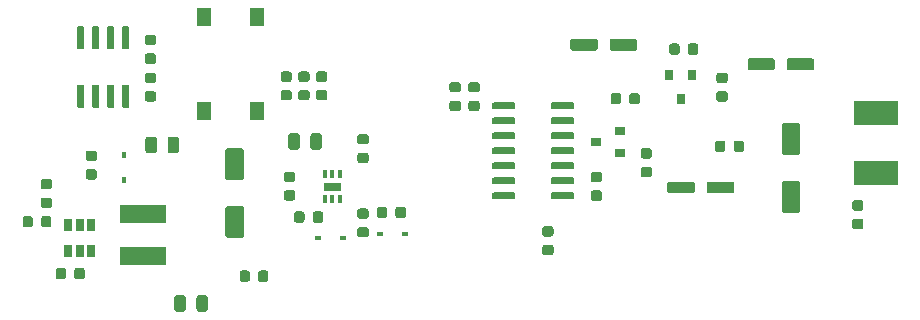
<source format=gtp>
G04 #@! TF.GenerationSoftware,KiCad,Pcbnew,(5.1.5)-3*
G04 #@! TF.CreationDate,2020-07-28T19:33:27-07:00*
G04 #@! TF.ProjectId,Main Board,4d61696e-2042-46f6-9172-642e6b696361,rev?*
G04 #@! TF.SameCoordinates,Original*
G04 #@! TF.FileFunction,Paste,Top*
G04 #@! TF.FilePolarity,Positive*
%FSLAX46Y46*%
G04 Gerber Fmt 4.6, Leading zero omitted, Abs format (unit mm)*
G04 Created by KiCad (PCBNEW (5.1.5)-3) date 2020-07-28 19:33:27*
%MOMM*%
%LPD*%
G04 APERTURE LIST*
%ADD10C,0.010000*%
%ADD11C,0.100000*%
%ADD12R,0.320000X0.660000*%
%ADD13R,0.600000X0.450000*%
%ADD14R,0.650000X1.060000*%
%ADD15R,1.300000X1.550000*%
%ADD16R,3.800000X2.000000*%
%ADD17R,0.450000X0.600000*%
%ADD18R,0.800000X0.900000*%
%ADD19R,0.900000X0.800000*%
%ADD20R,4.000000X1.500000*%
G04 APERTURE END LIST*
D10*
G36*
X136320000Y-100320584D02*
G01*
X136320000Y-99680000D01*
X136939890Y-99680000D01*
X136939890Y-100320584D01*
X136320000Y-100320584D01*
G37*
X136320000Y-100320584D02*
X136320000Y-99680000D01*
X136939890Y-99680000D01*
X136939890Y-100320584D01*
X136320000Y-100320584D01*
G36*
X137060000Y-100320610D02*
G01*
X137060000Y-99680000D01*
X137681296Y-99680000D01*
X137681296Y-100320610D01*
X137060000Y-100320610D01*
G37*
X137060000Y-100320610D02*
X137060000Y-99680000D01*
X137681296Y-99680000D01*
X137681296Y-100320610D01*
X137060000Y-100320610D01*
D11*
G36*
X133377691Y-91851053D02*
G01*
X133398926Y-91854203D01*
X133419750Y-91859419D01*
X133439962Y-91866651D01*
X133459368Y-91875830D01*
X133477781Y-91886866D01*
X133495024Y-91899654D01*
X133510930Y-91914070D01*
X133525346Y-91929976D01*
X133538134Y-91947219D01*
X133549170Y-91965632D01*
X133558349Y-91985038D01*
X133565581Y-92005250D01*
X133570797Y-92026074D01*
X133573947Y-92047309D01*
X133575000Y-92068750D01*
X133575000Y-92506250D01*
X133573947Y-92527691D01*
X133570797Y-92548926D01*
X133565581Y-92569750D01*
X133558349Y-92589962D01*
X133549170Y-92609368D01*
X133538134Y-92627781D01*
X133525346Y-92645024D01*
X133510930Y-92660930D01*
X133495024Y-92675346D01*
X133477781Y-92688134D01*
X133459368Y-92699170D01*
X133439962Y-92708349D01*
X133419750Y-92715581D01*
X133398926Y-92720797D01*
X133377691Y-92723947D01*
X133356250Y-92725000D01*
X132843750Y-92725000D01*
X132822309Y-92723947D01*
X132801074Y-92720797D01*
X132780250Y-92715581D01*
X132760038Y-92708349D01*
X132740632Y-92699170D01*
X132722219Y-92688134D01*
X132704976Y-92675346D01*
X132689070Y-92660930D01*
X132674654Y-92645024D01*
X132661866Y-92627781D01*
X132650830Y-92609368D01*
X132641651Y-92589962D01*
X132634419Y-92569750D01*
X132629203Y-92548926D01*
X132626053Y-92527691D01*
X132625000Y-92506250D01*
X132625000Y-92068750D01*
X132626053Y-92047309D01*
X132629203Y-92026074D01*
X132634419Y-92005250D01*
X132641651Y-91985038D01*
X132650830Y-91965632D01*
X132661866Y-91947219D01*
X132674654Y-91929976D01*
X132689070Y-91914070D01*
X132704976Y-91899654D01*
X132722219Y-91886866D01*
X132740632Y-91875830D01*
X132760038Y-91866651D01*
X132780250Y-91859419D01*
X132801074Y-91854203D01*
X132822309Y-91851053D01*
X132843750Y-91850000D01*
X133356250Y-91850000D01*
X133377691Y-91851053D01*
G37*
G36*
X133377691Y-90276053D02*
G01*
X133398926Y-90279203D01*
X133419750Y-90284419D01*
X133439962Y-90291651D01*
X133459368Y-90300830D01*
X133477781Y-90311866D01*
X133495024Y-90324654D01*
X133510930Y-90339070D01*
X133525346Y-90354976D01*
X133538134Y-90372219D01*
X133549170Y-90390632D01*
X133558349Y-90410038D01*
X133565581Y-90430250D01*
X133570797Y-90451074D01*
X133573947Y-90472309D01*
X133575000Y-90493750D01*
X133575000Y-90931250D01*
X133573947Y-90952691D01*
X133570797Y-90973926D01*
X133565581Y-90994750D01*
X133558349Y-91014962D01*
X133549170Y-91034368D01*
X133538134Y-91052781D01*
X133525346Y-91070024D01*
X133510930Y-91085930D01*
X133495024Y-91100346D01*
X133477781Y-91113134D01*
X133459368Y-91124170D01*
X133439962Y-91133349D01*
X133419750Y-91140581D01*
X133398926Y-91145797D01*
X133377691Y-91148947D01*
X133356250Y-91150000D01*
X132843750Y-91150000D01*
X132822309Y-91148947D01*
X132801074Y-91145797D01*
X132780250Y-91140581D01*
X132760038Y-91133349D01*
X132740632Y-91124170D01*
X132722219Y-91113134D01*
X132704976Y-91100346D01*
X132689070Y-91085930D01*
X132674654Y-91070024D01*
X132661866Y-91052781D01*
X132650830Y-91034368D01*
X132641651Y-91014962D01*
X132634419Y-90994750D01*
X132629203Y-90973926D01*
X132626053Y-90952691D01*
X132625000Y-90931250D01*
X132625000Y-90493750D01*
X132626053Y-90472309D01*
X132629203Y-90451074D01*
X132634419Y-90430250D01*
X132641651Y-90410038D01*
X132650830Y-90390632D01*
X132661866Y-90372219D01*
X132674654Y-90354976D01*
X132689070Y-90339070D01*
X132704976Y-90324654D01*
X132722219Y-90311866D01*
X132740632Y-90300830D01*
X132760038Y-90291651D01*
X132780250Y-90284419D01*
X132801074Y-90279203D01*
X132822309Y-90276053D01*
X132843750Y-90275000D01*
X133356250Y-90275000D01*
X133377691Y-90276053D01*
G37*
D12*
X136350000Y-101030000D03*
X137000000Y-101030000D03*
X137650000Y-101030000D03*
X137650000Y-98970000D03*
X137000000Y-98970000D03*
X136350000Y-98970000D03*
D11*
G36*
X134452691Y-102126053D02*
G01*
X134473926Y-102129203D01*
X134494750Y-102134419D01*
X134514962Y-102141651D01*
X134534368Y-102150830D01*
X134552781Y-102161866D01*
X134570024Y-102174654D01*
X134585930Y-102189070D01*
X134600346Y-102204976D01*
X134613134Y-102222219D01*
X134624170Y-102240632D01*
X134633349Y-102260038D01*
X134640581Y-102280250D01*
X134645797Y-102301074D01*
X134648947Y-102322309D01*
X134650000Y-102343750D01*
X134650000Y-102856250D01*
X134648947Y-102877691D01*
X134645797Y-102898926D01*
X134640581Y-102919750D01*
X134633349Y-102939962D01*
X134624170Y-102959368D01*
X134613134Y-102977781D01*
X134600346Y-102995024D01*
X134585930Y-103010930D01*
X134570024Y-103025346D01*
X134552781Y-103038134D01*
X134534368Y-103049170D01*
X134514962Y-103058349D01*
X134494750Y-103065581D01*
X134473926Y-103070797D01*
X134452691Y-103073947D01*
X134431250Y-103075000D01*
X133993750Y-103075000D01*
X133972309Y-103073947D01*
X133951074Y-103070797D01*
X133930250Y-103065581D01*
X133910038Y-103058349D01*
X133890632Y-103049170D01*
X133872219Y-103038134D01*
X133854976Y-103025346D01*
X133839070Y-103010930D01*
X133824654Y-102995024D01*
X133811866Y-102977781D01*
X133800830Y-102959368D01*
X133791651Y-102939962D01*
X133784419Y-102919750D01*
X133779203Y-102898926D01*
X133776053Y-102877691D01*
X133775000Y-102856250D01*
X133775000Y-102343750D01*
X133776053Y-102322309D01*
X133779203Y-102301074D01*
X133784419Y-102280250D01*
X133791651Y-102260038D01*
X133800830Y-102240632D01*
X133811866Y-102222219D01*
X133824654Y-102204976D01*
X133839070Y-102189070D01*
X133854976Y-102174654D01*
X133872219Y-102161866D01*
X133890632Y-102150830D01*
X133910038Y-102141651D01*
X133930250Y-102134419D01*
X133951074Y-102129203D01*
X133972309Y-102126053D01*
X133993750Y-102125000D01*
X134431250Y-102125000D01*
X134452691Y-102126053D01*
G37*
G36*
X136027691Y-102126053D02*
G01*
X136048926Y-102129203D01*
X136069750Y-102134419D01*
X136089962Y-102141651D01*
X136109368Y-102150830D01*
X136127781Y-102161866D01*
X136145024Y-102174654D01*
X136160930Y-102189070D01*
X136175346Y-102204976D01*
X136188134Y-102222219D01*
X136199170Y-102240632D01*
X136208349Y-102260038D01*
X136215581Y-102280250D01*
X136220797Y-102301074D01*
X136223947Y-102322309D01*
X136225000Y-102343750D01*
X136225000Y-102856250D01*
X136223947Y-102877691D01*
X136220797Y-102898926D01*
X136215581Y-102919750D01*
X136208349Y-102939962D01*
X136199170Y-102959368D01*
X136188134Y-102977781D01*
X136175346Y-102995024D01*
X136160930Y-103010930D01*
X136145024Y-103025346D01*
X136127781Y-103038134D01*
X136109368Y-103049170D01*
X136089962Y-103058349D01*
X136069750Y-103065581D01*
X136048926Y-103070797D01*
X136027691Y-103073947D01*
X136006250Y-103075000D01*
X135568750Y-103075000D01*
X135547309Y-103073947D01*
X135526074Y-103070797D01*
X135505250Y-103065581D01*
X135485038Y-103058349D01*
X135465632Y-103049170D01*
X135447219Y-103038134D01*
X135429976Y-103025346D01*
X135414070Y-103010930D01*
X135399654Y-102995024D01*
X135386866Y-102977781D01*
X135375830Y-102959368D01*
X135366651Y-102939962D01*
X135359419Y-102919750D01*
X135354203Y-102898926D01*
X135351053Y-102877691D01*
X135350000Y-102856250D01*
X135350000Y-102343750D01*
X135351053Y-102322309D01*
X135354203Y-102301074D01*
X135359419Y-102280250D01*
X135366651Y-102260038D01*
X135375830Y-102240632D01*
X135386866Y-102222219D01*
X135399654Y-102204976D01*
X135414070Y-102189070D01*
X135429976Y-102174654D01*
X135447219Y-102161866D01*
X135465632Y-102150830D01*
X135485038Y-102141651D01*
X135505250Y-102134419D01*
X135526074Y-102129203D01*
X135547309Y-102126053D01*
X135568750Y-102125000D01*
X136006250Y-102125000D01*
X136027691Y-102126053D01*
G37*
G36*
X136377691Y-90276053D02*
G01*
X136398926Y-90279203D01*
X136419750Y-90284419D01*
X136439962Y-90291651D01*
X136459368Y-90300830D01*
X136477781Y-90311866D01*
X136495024Y-90324654D01*
X136510930Y-90339070D01*
X136525346Y-90354976D01*
X136538134Y-90372219D01*
X136549170Y-90390632D01*
X136558349Y-90410038D01*
X136565581Y-90430250D01*
X136570797Y-90451074D01*
X136573947Y-90472309D01*
X136575000Y-90493750D01*
X136575000Y-90931250D01*
X136573947Y-90952691D01*
X136570797Y-90973926D01*
X136565581Y-90994750D01*
X136558349Y-91014962D01*
X136549170Y-91034368D01*
X136538134Y-91052781D01*
X136525346Y-91070024D01*
X136510930Y-91085930D01*
X136495024Y-91100346D01*
X136477781Y-91113134D01*
X136459368Y-91124170D01*
X136439962Y-91133349D01*
X136419750Y-91140581D01*
X136398926Y-91145797D01*
X136377691Y-91148947D01*
X136356250Y-91150000D01*
X135843750Y-91150000D01*
X135822309Y-91148947D01*
X135801074Y-91145797D01*
X135780250Y-91140581D01*
X135760038Y-91133349D01*
X135740632Y-91124170D01*
X135722219Y-91113134D01*
X135704976Y-91100346D01*
X135689070Y-91085930D01*
X135674654Y-91070024D01*
X135661866Y-91052781D01*
X135650830Y-91034368D01*
X135641651Y-91014962D01*
X135634419Y-90994750D01*
X135629203Y-90973926D01*
X135626053Y-90952691D01*
X135625000Y-90931250D01*
X135625000Y-90493750D01*
X135626053Y-90472309D01*
X135629203Y-90451074D01*
X135634419Y-90430250D01*
X135641651Y-90410038D01*
X135650830Y-90390632D01*
X135661866Y-90372219D01*
X135674654Y-90354976D01*
X135689070Y-90339070D01*
X135704976Y-90324654D01*
X135722219Y-90311866D01*
X135740632Y-90300830D01*
X135760038Y-90291651D01*
X135780250Y-90284419D01*
X135801074Y-90279203D01*
X135822309Y-90276053D01*
X135843750Y-90275000D01*
X136356250Y-90275000D01*
X136377691Y-90276053D01*
G37*
G36*
X136377691Y-91851053D02*
G01*
X136398926Y-91854203D01*
X136419750Y-91859419D01*
X136439962Y-91866651D01*
X136459368Y-91875830D01*
X136477781Y-91886866D01*
X136495024Y-91899654D01*
X136510930Y-91914070D01*
X136525346Y-91929976D01*
X136538134Y-91947219D01*
X136549170Y-91965632D01*
X136558349Y-91985038D01*
X136565581Y-92005250D01*
X136570797Y-92026074D01*
X136573947Y-92047309D01*
X136575000Y-92068750D01*
X136575000Y-92506250D01*
X136573947Y-92527691D01*
X136570797Y-92548926D01*
X136565581Y-92569750D01*
X136558349Y-92589962D01*
X136549170Y-92609368D01*
X136538134Y-92627781D01*
X136525346Y-92645024D01*
X136510930Y-92660930D01*
X136495024Y-92675346D01*
X136477781Y-92688134D01*
X136459368Y-92699170D01*
X136439962Y-92708349D01*
X136419750Y-92715581D01*
X136398926Y-92720797D01*
X136377691Y-92723947D01*
X136356250Y-92725000D01*
X135843750Y-92725000D01*
X135822309Y-92723947D01*
X135801074Y-92720797D01*
X135780250Y-92715581D01*
X135760038Y-92708349D01*
X135740632Y-92699170D01*
X135722219Y-92688134D01*
X135704976Y-92675346D01*
X135689070Y-92660930D01*
X135674654Y-92645024D01*
X135661866Y-92627781D01*
X135650830Y-92609368D01*
X135641651Y-92589962D01*
X135634419Y-92569750D01*
X135629203Y-92548926D01*
X135626053Y-92527691D01*
X135625000Y-92506250D01*
X135625000Y-92068750D01*
X135626053Y-92047309D01*
X135629203Y-92026074D01*
X135634419Y-92005250D01*
X135641651Y-91985038D01*
X135650830Y-91965632D01*
X135661866Y-91947219D01*
X135674654Y-91929976D01*
X135689070Y-91914070D01*
X135704976Y-91899654D01*
X135722219Y-91886866D01*
X135740632Y-91875830D01*
X135760038Y-91866651D01*
X135780250Y-91859419D01*
X135801074Y-91854203D01*
X135822309Y-91851053D01*
X135843750Y-91850000D01*
X136356250Y-91850000D01*
X136377691Y-91851053D01*
G37*
G36*
X143027691Y-101726053D02*
G01*
X143048926Y-101729203D01*
X143069750Y-101734419D01*
X143089962Y-101741651D01*
X143109368Y-101750830D01*
X143127781Y-101761866D01*
X143145024Y-101774654D01*
X143160930Y-101789070D01*
X143175346Y-101804976D01*
X143188134Y-101822219D01*
X143199170Y-101840632D01*
X143208349Y-101860038D01*
X143215581Y-101880250D01*
X143220797Y-101901074D01*
X143223947Y-101922309D01*
X143225000Y-101943750D01*
X143225000Y-102456250D01*
X143223947Y-102477691D01*
X143220797Y-102498926D01*
X143215581Y-102519750D01*
X143208349Y-102539962D01*
X143199170Y-102559368D01*
X143188134Y-102577781D01*
X143175346Y-102595024D01*
X143160930Y-102610930D01*
X143145024Y-102625346D01*
X143127781Y-102638134D01*
X143109368Y-102649170D01*
X143089962Y-102658349D01*
X143069750Y-102665581D01*
X143048926Y-102670797D01*
X143027691Y-102673947D01*
X143006250Y-102675000D01*
X142568750Y-102675000D01*
X142547309Y-102673947D01*
X142526074Y-102670797D01*
X142505250Y-102665581D01*
X142485038Y-102658349D01*
X142465632Y-102649170D01*
X142447219Y-102638134D01*
X142429976Y-102625346D01*
X142414070Y-102610930D01*
X142399654Y-102595024D01*
X142386866Y-102577781D01*
X142375830Y-102559368D01*
X142366651Y-102539962D01*
X142359419Y-102519750D01*
X142354203Y-102498926D01*
X142351053Y-102477691D01*
X142350000Y-102456250D01*
X142350000Y-101943750D01*
X142351053Y-101922309D01*
X142354203Y-101901074D01*
X142359419Y-101880250D01*
X142366651Y-101860038D01*
X142375830Y-101840632D01*
X142386866Y-101822219D01*
X142399654Y-101804976D01*
X142414070Y-101789070D01*
X142429976Y-101774654D01*
X142447219Y-101761866D01*
X142465632Y-101750830D01*
X142485038Y-101741651D01*
X142505250Y-101734419D01*
X142526074Y-101729203D01*
X142547309Y-101726053D01*
X142568750Y-101725000D01*
X143006250Y-101725000D01*
X143027691Y-101726053D01*
G37*
G36*
X141452691Y-101726053D02*
G01*
X141473926Y-101729203D01*
X141494750Y-101734419D01*
X141514962Y-101741651D01*
X141534368Y-101750830D01*
X141552781Y-101761866D01*
X141570024Y-101774654D01*
X141585930Y-101789070D01*
X141600346Y-101804976D01*
X141613134Y-101822219D01*
X141624170Y-101840632D01*
X141633349Y-101860038D01*
X141640581Y-101880250D01*
X141645797Y-101901074D01*
X141648947Y-101922309D01*
X141650000Y-101943750D01*
X141650000Y-102456250D01*
X141648947Y-102477691D01*
X141645797Y-102498926D01*
X141640581Y-102519750D01*
X141633349Y-102539962D01*
X141624170Y-102559368D01*
X141613134Y-102577781D01*
X141600346Y-102595024D01*
X141585930Y-102610930D01*
X141570024Y-102625346D01*
X141552781Y-102638134D01*
X141534368Y-102649170D01*
X141514962Y-102658349D01*
X141494750Y-102665581D01*
X141473926Y-102670797D01*
X141452691Y-102673947D01*
X141431250Y-102675000D01*
X140993750Y-102675000D01*
X140972309Y-102673947D01*
X140951074Y-102670797D01*
X140930250Y-102665581D01*
X140910038Y-102658349D01*
X140890632Y-102649170D01*
X140872219Y-102638134D01*
X140854976Y-102625346D01*
X140839070Y-102610930D01*
X140824654Y-102595024D01*
X140811866Y-102577781D01*
X140800830Y-102559368D01*
X140791651Y-102539962D01*
X140784419Y-102519750D01*
X140779203Y-102498926D01*
X140776053Y-102477691D01*
X140775000Y-102456250D01*
X140775000Y-101943750D01*
X140776053Y-101922309D01*
X140779203Y-101901074D01*
X140784419Y-101880250D01*
X140791651Y-101860038D01*
X140800830Y-101840632D01*
X140811866Y-101822219D01*
X140824654Y-101804976D01*
X140839070Y-101789070D01*
X140854976Y-101774654D01*
X140872219Y-101761866D01*
X140890632Y-101750830D01*
X140910038Y-101741651D01*
X140930250Y-101734419D01*
X140951074Y-101729203D01*
X140972309Y-101726053D01*
X140993750Y-101725000D01*
X141431250Y-101725000D01*
X141452691Y-101726053D01*
G37*
G36*
X113065191Y-100951053D02*
G01*
X113086426Y-100954203D01*
X113107250Y-100959419D01*
X113127462Y-100966651D01*
X113146868Y-100975830D01*
X113165281Y-100986866D01*
X113182524Y-100999654D01*
X113198430Y-101014070D01*
X113212846Y-101029976D01*
X113225634Y-101047219D01*
X113236670Y-101065632D01*
X113245849Y-101085038D01*
X113253081Y-101105250D01*
X113258297Y-101126074D01*
X113261447Y-101147309D01*
X113262500Y-101168750D01*
X113262500Y-101606250D01*
X113261447Y-101627691D01*
X113258297Y-101648926D01*
X113253081Y-101669750D01*
X113245849Y-101689962D01*
X113236670Y-101709368D01*
X113225634Y-101727781D01*
X113212846Y-101745024D01*
X113198430Y-101760930D01*
X113182524Y-101775346D01*
X113165281Y-101788134D01*
X113146868Y-101799170D01*
X113127462Y-101808349D01*
X113107250Y-101815581D01*
X113086426Y-101820797D01*
X113065191Y-101823947D01*
X113043750Y-101825000D01*
X112531250Y-101825000D01*
X112509809Y-101823947D01*
X112488574Y-101820797D01*
X112467750Y-101815581D01*
X112447538Y-101808349D01*
X112428132Y-101799170D01*
X112409719Y-101788134D01*
X112392476Y-101775346D01*
X112376570Y-101760930D01*
X112362154Y-101745024D01*
X112349366Y-101727781D01*
X112338330Y-101709368D01*
X112329151Y-101689962D01*
X112321919Y-101669750D01*
X112316703Y-101648926D01*
X112313553Y-101627691D01*
X112312500Y-101606250D01*
X112312500Y-101168750D01*
X112313553Y-101147309D01*
X112316703Y-101126074D01*
X112321919Y-101105250D01*
X112329151Y-101085038D01*
X112338330Y-101065632D01*
X112349366Y-101047219D01*
X112362154Y-101029976D01*
X112376570Y-101014070D01*
X112392476Y-100999654D01*
X112409719Y-100986866D01*
X112428132Y-100975830D01*
X112447538Y-100966651D01*
X112467750Y-100959419D01*
X112488574Y-100954203D01*
X112509809Y-100951053D01*
X112531250Y-100950000D01*
X113043750Y-100950000D01*
X113065191Y-100951053D01*
G37*
G36*
X113065191Y-99376053D02*
G01*
X113086426Y-99379203D01*
X113107250Y-99384419D01*
X113127462Y-99391651D01*
X113146868Y-99400830D01*
X113165281Y-99411866D01*
X113182524Y-99424654D01*
X113198430Y-99439070D01*
X113212846Y-99454976D01*
X113225634Y-99472219D01*
X113236670Y-99490632D01*
X113245849Y-99510038D01*
X113253081Y-99530250D01*
X113258297Y-99551074D01*
X113261447Y-99572309D01*
X113262500Y-99593750D01*
X113262500Y-100031250D01*
X113261447Y-100052691D01*
X113258297Y-100073926D01*
X113253081Y-100094750D01*
X113245849Y-100114962D01*
X113236670Y-100134368D01*
X113225634Y-100152781D01*
X113212846Y-100170024D01*
X113198430Y-100185930D01*
X113182524Y-100200346D01*
X113165281Y-100213134D01*
X113146868Y-100224170D01*
X113127462Y-100233349D01*
X113107250Y-100240581D01*
X113086426Y-100245797D01*
X113065191Y-100248947D01*
X113043750Y-100250000D01*
X112531250Y-100250000D01*
X112509809Y-100248947D01*
X112488574Y-100245797D01*
X112467750Y-100240581D01*
X112447538Y-100233349D01*
X112428132Y-100224170D01*
X112409719Y-100213134D01*
X112392476Y-100200346D01*
X112376570Y-100185930D01*
X112362154Y-100170024D01*
X112349366Y-100152781D01*
X112338330Y-100134368D01*
X112329151Y-100114962D01*
X112321919Y-100094750D01*
X112316703Y-100073926D01*
X112313553Y-100052691D01*
X112312500Y-100031250D01*
X112312500Y-99593750D01*
X112313553Y-99572309D01*
X112316703Y-99551074D01*
X112321919Y-99530250D01*
X112329151Y-99510038D01*
X112338330Y-99490632D01*
X112349366Y-99472219D01*
X112362154Y-99454976D01*
X112376570Y-99439070D01*
X112392476Y-99424654D01*
X112409719Y-99411866D01*
X112428132Y-99400830D01*
X112447538Y-99391651D01*
X112467750Y-99384419D01*
X112488574Y-99379203D01*
X112509809Y-99376053D01*
X112531250Y-99375000D01*
X113043750Y-99375000D01*
X113065191Y-99376053D01*
G37*
G36*
X129825191Y-107126053D02*
G01*
X129846426Y-107129203D01*
X129867250Y-107134419D01*
X129887462Y-107141651D01*
X129906868Y-107150830D01*
X129925281Y-107161866D01*
X129942524Y-107174654D01*
X129958430Y-107189070D01*
X129972846Y-107204976D01*
X129985634Y-107222219D01*
X129996670Y-107240632D01*
X130005849Y-107260038D01*
X130013081Y-107280250D01*
X130018297Y-107301074D01*
X130021447Y-107322309D01*
X130022500Y-107343750D01*
X130022500Y-107856250D01*
X130021447Y-107877691D01*
X130018297Y-107898926D01*
X130013081Y-107919750D01*
X130005849Y-107939962D01*
X129996670Y-107959368D01*
X129985634Y-107977781D01*
X129972846Y-107995024D01*
X129958430Y-108010930D01*
X129942524Y-108025346D01*
X129925281Y-108038134D01*
X129906868Y-108049170D01*
X129887462Y-108058349D01*
X129867250Y-108065581D01*
X129846426Y-108070797D01*
X129825191Y-108073947D01*
X129803750Y-108075000D01*
X129366250Y-108075000D01*
X129344809Y-108073947D01*
X129323574Y-108070797D01*
X129302750Y-108065581D01*
X129282538Y-108058349D01*
X129263132Y-108049170D01*
X129244719Y-108038134D01*
X129227476Y-108025346D01*
X129211570Y-108010930D01*
X129197154Y-107995024D01*
X129184366Y-107977781D01*
X129173330Y-107959368D01*
X129164151Y-107939962D01*
X129156919Y-107919750D01*
X129151703Y-107898926D01*
X129148553Y-107877691D01*
X129147500Y-107856250D01*
X129147500Y-107343750D01*
X129148553Y-107322309D01*
X129151703Y-107301074D01*
X129156919Y-107280250D01*
X129164151Y-107260038D01*
X129173330Y-107240632D01*
X129184366Y-107222219D01*
X129197154Y-107204976D01*
X129211570Y-107189070D01*
X129227476Y-107174654D01*
X129244719Y-107161866D01*
X129263132Y-107150830D01*
X129282538Y-107141651D01*
X129302750Y-107134419D01*
X129323574Y-107129203D01*
X129344809Y-107126053D01*
X129366250Y-107125000D01*
X129803750Y-107125000D01*
X129825191Y-107126053D01*
G37*
G36*
X131400191Y-107126053D02*
G01*
X131421426Y-107129203D01*
X131442250Y-107134419D01*
X131462462Y-107141651D01*
X131481868Y-107150830D01*
X131500281Y-107161866D01*
X131517524Y-107174654D01*
X131533430Y-107189070D01*
X131547846Y-107204976D01*
X131560634Y-107222219D01*
X131571670Y-107240632D01*
X131580849Y-107260038D01*
X131588081Y-107280250D01*
X131593297Y-107301074D01*
X131596447Y-107322309D01*
X131597500Y-107343750D01*
X131597500Y-107856250D01*
X131596447Y-107877691D01*
X131593297Y-107898926D01*
X131588081Y-107919750D01*
X131580849Y-107939962D01*
X131571670Y-107959368D01*
X131560634Y-107977781D01*
X131547846Y-107995024D01*
X131533430Y-108010930D01*
X131517524Y-108025346D01*
X131500281Y-108038134D01*
X131481868Y-108049170D01*
X131462462Y-108058349D01*
X131442250Y-108065581D01*
X131421426Y-108070797D01*
X131400191Y-108073947D01*
X131378750Y-108075000D01*
X130941250Y-108075000D01*
X130919809Y-108073947D01*
X130898574Y-108070797D01*
X130877750Y-108065581D01*
X130857538Y-108058349D01*
X130838132Y-108049170D01*
X130819719Y-108038134D01*
X130802476Y-108025346D01*
X130786570Y-108010930D01*
X130772154Y-107995024D01*
X130759366Y-107977781D01*
X130748330Y-107959368D01*
X130739151Y-107939962D01*
X130731919Y-107919750D01*
X130726703Y-107898926D01*
X130723553Y-107877691D01*
X130722500Y-107856250D01*
X130722500Y-107343750D01*
X130723553Y-107322309D01*
X130726703Y-107301074D01*
X130731919Y-107280250D01*
X130739151Y-107260038D01*
X130748330Y-107240632D01*
X130759366Y-107222219D01*
X130772154Y-107204976D01*
X130786570Y-107189070D01*
X130802476Y-107174654D01*
X130819719Y-107161866D01*
X130838132Y-107150830D01*
X130857538Y-107141651D01*
X130877750Y-107134419D01*
X130898574Y-107129203D01*
X130919809Y-107126053D01*
X130941250Y-107125000D01*
X131378750Y-107125000D01*
X131400191Y-107126053D01*
G37*
G36*
X116877691Y-98551053D02*
G01*
X116898926Y-98554203D01*
X116919750Y-98559419D01*
X116939962Y-98566651D01*
X116959368Y-98575830D01*
X116977781Y-98586866D01*
X116995024Y-98599654D01*
X117010930Y-98614070D01*
X117025346Y-98629976D01*
X117038134Y-98647219D01*
X117049170Y-98665632D01*
X117058349Y-98685038D01*
X117065581Y-98705250D01*
X117070797Y-98726074D01*
X117073947Y-98747309D01*
X117075000Y-98768750D01*
X117075000Y-99206250D01*
X117073947Y-99227691D01*
X117070797Y-99248926D01*
X117065581Y-99269750D01*
X117058349Y-99289962D01*
X117049170Y-99309368D01*
X117038134Y-99327781D01*
X117025346Y-99345024D01*
X117010930Y-99360930D01*
X116995024Y-99375346D01*
X116977781Y-99388134D01*
X116959368Y-99399170D01*
X116939962Y-99408349D01*
X116919750Y-99415581D01*
X116898926Y-99420797D01*
X116877691Y-99423947D01*
X116856250Y-99425000D01*
X116343750Y-99425000D01*
X116322309Y-99423947D01*
X116301074Y-99420797D01*
X116280250Y-99415581D01*
X116260038Y-99408349D01*
X116240632Y-99399170D01*
X116222219Y-99388134D01*
X116204976Y-99375346D01*
X116189070Y-99360930D01*
X116174654Y-99345024D01*
X116161866Y-99327781D01*
X116150830Y-99309368D01*
X116141651Y-99289962D01*
X116134419Y-99269750D01*
X116129203Y-99248926D01*
X116126053Y-99227691D01*
X116125000Y-99206250D01*
X116125000Y-98768750D01*
X116126053Y-98747309D01*
X116129203Y-98726074D01*
X116134419Y-98705250D01*
X116141651Y-98685038D01*
X116150830Y-98665632D01*
X116161866Y-98647219D01*
X116174654Y-98629976D01*
X116189070Y-98614070D01*
X116204976Y-98599654D01*
X116222219Y-98586866D01*
X116240632Y-98575830D01*
X116260038Y-98566651D01*
X116280250Y-98559419D01*
X116301074Y-98554203D01*
X116322309Y-98551053D01*
X116343750Y-98550000D01*
X116856250Y-98550000D01*
X116877691Y-98551053D01*
G37*
G36*
X116877691Y-96976053D02*
G01*
X116898926Y-96979203D01*
X116919750Y-96984419D01*
X116939962Y-96991651D01*
X116959368Y-97000830D01*
X116977781Y-97011866D01*
X116995024Y-97024654D01*
X117010930Y-97039070D01*
X117025346Y-97054976D01*
X117038134Y-97072219D01*
X117049170Y-97090632D01*
X117058349Y-97110038D01*
X117065581Y-97130250D01*
X117070797Y-97151074D01*
X117073947Y-97172309D01*
X117075000Y-97193750D01*
X117075000Y-97631250D01*
X117073947Y-97652691D01*
X117070797Y-97673926D01*
X117065581Y-97694750D01*
X117058349Y-97714962D01*
X117049170Y-97734368D01*
X117038134Y-97752781D01*
X117025346Y-97770024D01*
X117010930Y-97785930D01*
X116995024Y-97800346D01*
X116977781Y-97813134D01*
X116959368Y-97824170D01*
X116939962Y-97833349D01*
X116919750Y-97840581D01*
X116898926Y-97845797D01*
X116877691Y-97848947D01*
X116856250Y-97850000D01*
X116343750Y-97850000D01*
X116322309Y-97848947D01*
X116301074Y-97845797D01*
X116280250Y-97840581D01*
X116260038Y-97833349D01*
X116240632Y-97824170D01*
X116222219Y-97813134D01*
X116204976Y-97800346D01*
X116189070Y-97785930D01*
X116174654Y-97770024D01*
X116161866Y-97752781D01*
X116150830Y-97734368D01*
X116141651Y-97714962D01*
X116134419Y-97694750D01*
X116129203Y-97673926D01*
X116126053Y-97652691D01*
X116125000Y-97631250D01*
X116125000Y-97193750D01*
X116126053Y-97172309D01*
X116129203Y-97151074D01*
X116134419Y-97130250D01*
X116141651Y-97110038D01*
X116150830Y-97090632D01*
X116161866Y-97072219D01*
X116174654Y-97054976D01*
X116189070Y-97039070D01*
X116204976Y-97024654D01*
X116222219Y-97011866D01*
X116240632Y-97000830D01*
X116260038Y-96991651D01*
X116280250Y-96984419D01*
X116301074Y-96979203D01*
X116322309Y-96976053D01*
X116343750Y-96975000D01*
X116856250Y-96975000D01*
X116877691Y-96976053D01*
G37*
G36*
X115859703Y-86450722D02*
G01*
X115874264Y-86452882D01*
X115888543Y-86456459D01*
X115902403Y-86461418D01*
X115915710Y-86467712D01*
X115928336Y-86475280D01*
X115940159Y-86484048D01*
X115951066Y-86493934D01*
X115960952Y-86504841D01*
X115969720Y-86516664D01*
X115977288Y-86529290D01*
X115983582Y-86542597D01*
X115988541Y-86556457D01*
X115992118Y-86570736D01*
X115994278Y-86585297D01*
X115995000Y-86600000D01*
X115995000Y-88250000D01*
X115994278Y-88264703D01*
X115992118Y-88279264D01*
X115988541Y-88293543D01*
X115983582Y-88307403D01*
X115977288Y-88320710D01*
X115969720Y-88333336D01*
X115960952Y-88345159D01*
X115951066Y-88356066D01*
X115940159Y-88365952D01*
X115928336Y-88374720D01*
X115915710Y-88382288D01*
X115902403Y-88388582D01*
X115888543Y-88393541D01*
X115874264Y-88397118D01*
X115859703Y-88399278D01*
X115845000Y-88400000D01*
X115545000Y-88400000D01*
X115530297Y-88399278D01*
X115515736Y-88397118D01*
X115501457Y-88393541D01*
X115487597Y-88388582D01*
X115474290Y-88382288D01*
X115461664Y-88374720D01*
X115449841Y-88365952D01*
X115438934Y-88356066D01*
X115429048Y-88345159D01*
X115420280Y-88333336D01*
X115412712Y-88320710D01*
X115406418Y-88307403D01*
X115401459Y-88293543D01*
X115397882Y-88279264D01*
X115395722Y-88264703D01*
X115395000Y-88250000D01*
X115395000Y-86600000D01*
X115395722Y-86585297D01*
X115397882Y-86570736D01*
X115401459Y-86556457D01*
X115406418Y-86542597D01*
X115412712Y-86529290D01*
X115420280Y-86516664D01*
X115429048Y-86504841D01*
X115438934Y-86493934D01*
X115449841Y-86484048D01*
X115461664Y-86475280D01*
X115474290Y-86467712D01*
X115487597Y-86461418D01*
X115501457Y-86456459D01*
X115515736Y-86452882D01*
X115530297Y-86450722D01*
X115545000Y-86450000D01*
X115845000Y-86450000D01*
X115859703Y-86450722D01*
G37*
G36*
X117129703Y-86450722D02*
G01*
X117144264Y-86452882D01*
X117158543Y-86456459D01*
X117172403Y-86461418D01*
X117185710Y-86467712D01*
X117198336Y-86475280D01*
X117210159Y-86484048D01*
X117221066Y-86493934D01*
X117230952Y-86504841D01*
X117239720Y-86516664D01*
X117247288Y-86529290D01*
X117253582Y-86542597D01*
X117258541Y-86556457D01*
X117262118Y-86570736D01*
X117264278Y-86585297D01*
X117265000Y-86600000D01*
X117265000Y-88250000D01*
X117264278Y-88264703D01*
X117262118Y-88279264D01*
X117258541Y-88293543D01*
X117253582Y-88307403D01*
X117247288Y-88320710D01*
X117239720Y-88333336D01*
X117230952Y-88345159D01*
X117221066Y-88356066D01*
X117210159Y-88365952D01*
X117198336Y-88374720D01*
X117185710Y-88382288D01*
X117172403Y-88388582D01*
X117158543Y-88393541D01*
X117144264Y-88397118D01*
X117129703Y-88399278D01*
X117115000Y-88400000D01*
X116815000Y-88400000D01*
X116800297Y-88399278D01*
X116785736Y-88397118D01*
X116771457Y-88393541D01*
X116757597Y-88388582D01*
X116744290Y-88382288D01*
X116731664Y-88374720D01*
X116719841Y-88365952D01*
X116708934Y-88356066D01*
X116699048Y-88345159D01*
X116690280Y-88333336D01*
X116682712Y-88320710D01*
X116676418Y-88307403D01*
X116671459Y-88293543D01*
X116667882Y-88279264D01*
X116665722Y-88264703D01*
X116665000Y-88250000D01*
X116665000Y-86600000D01*
X116665722Y-86585297D01*
X116667882Y-86570736D01*
X116671459Y-86556457D01*
X116676418Y-86542597D01*
X116682712Y-86529290D01*
X116690280Y-86516664D01*
X116699048Y-86504841D01*
X116708934Y-86493934D01*
X116719841Y-86484048D01*
X116731664Y-86475280D01*
X116744290Y-86467712D01*
X116757597Y-86461418D01*
X116771457Y-86456459D01*
X116785736Y-86452882D01*
X116800297Y-86450722D01*
X116815000Y-86450000D01*
X117115000Y-86450000D01*
X117129703Y-86450722D01*
G37*
G36*
X118399703Y-86450722D02*
G01*
X118414264Y-86452882D01*
X118428543Y-86456459D01*
X118442403Y-86461418D01*
X118455710Y-86467712D01*
X118468336Y-86475280D01*
X118480159Y-86484048D01*
X118491066Y-86493934D01*
X118500952Y-86504841D01*
X118509720Y-86516664D01*
X118517288Y-86529290D01*
X118523582Y-86542597D01*
X118528541Y-86556457D01*
X118532118Y-86570736D01*
X118534278Y-86585297D01*
X118535000Y-86600000D01*
X118535000Y-88250000D01*
X118534278Y-88264703D01*
X118532118Y-88279264D01*
X118528541Y-88293543D01*
X118523582Y-88307403D01*
X118517288Y-88320710D01*
X118509720Y-88333336D01*
X118500952Y-88345159D01*
X118491066Y-88356066D01*
X118480159Y-88365952D01*
X118468336Y-88374720D01*
X118455710Y-88382288D01*
X118442403Y-88388582D01*
X118428543Y-88393541D01*
X118414264Y-88397118D01*
X118399703Y-88399278D01*
X118385000Y-88400000D01*
X118085000Y-88400000D01*
X118070297Y-88399278D01*
X118055736Y-88397118D01*
X118041457Y-88393541D01*
X118027597Y-88388582D01*
X118014290Y-88382288D01*
X118001664Y-88374720D01*
X117989841Y-88365952D01*
X117978934Y-88356066D01*
X117969048Y-88345159D01*
X117960280Y-88333336D01*
X117952712Y-88320710D01*
X117946418Y-88307403D01*
X117941459Y-88293543D01*
X117937882Y-88279264D01*
X117935722Y-88264703D01*
X117935000Y-88250000D01*
X117935000Y-86600000D01*
X117935722Y-86585297D01*
X117937882Y-86570736D01*
X117941459Y-86556457D01*
X117946418Y-86542597D01*
X117952712Y-86529290D01*
X117960280Y-86516664D01*
X117969048Y-86504841D01*
X117978934Y-86493934D01*
X117989841Y-86484048D01*
X118001664Y-86475280D01*
X118014290Y-86467712D01*
X118027597Y-86461418D01*
X118041457Y-86456459D01*
X118055736Y-86452882D01*
X118070297Y-86450722D01*
X118085000Y-86450000D01*
X118385000Y-86450000D01*
X118399703Y-86450722D01*
G37*
G36*
X119669703Y-86450722D02*
G01*
X119684264Y-86452882D01*
X119698543Y-86456459D01*
X119712403Y-86461418D01*
X119725710Y-86467712D01*
X119738336Y-86475280D01*
X119750159Y-86484048D01*
X119761066Y-86493934D01*
X119770952Y-86504841D01*
X119779720Y-86516664D01*
X119787288Y-86529290D01*
X119793582Y-86542597D01*
X119798541Y-86556457D01*
X119802118Y-86570736D01*
X119804278Y-86585297D01*
X119805000Y-86600000D01*
X119805000Y-88250000D01*
X119804278Y-88264703D01*
X119802118Y-88279264D01*
X119798541Y-88293543D01*
X119793582Y-88307403D01*
X119787288Y-88320710D01*
X119779720Y-88333336D01*
X119770952Y-88345159D01*
X119761066Y-88356066D01*
X119750159Y-88365952D01*
X119738336Y-88374720D01*
X119725710Y-88382288D01*
X119712403Y-88388582D01*
X119698543Y-88393541D01*
X119684264Y-88397118D01*
X119669703Y-88399278D01*
X119655000Y-88400000D01*
X119355000Y-88400000D01*
X119340297Y-88399278D01*
X119325736Y-88397118D01*
X119311457Y-88393541D01*
X119297597Y-88388582D01*
X119284290Y-88382288D01*
X119271664Y-88374720D01*
X119259841Y-88365952D01*
X119248934Y-88356066D01*
X119239048Y-88345159D01*
X119230280Y-88333336D01*
X119222712Y-88320710D01*
X119216418Y-88307403D01*
X119211459Y-88293543D01*
X119207882Y-88279264D01*
X119205722Y-88264703D01*
X119205000Y-88250000D01*
X119205000Y-86600000D01*
X119205722Y-86585297D01*
X119207882Y-86570736D01*
X119211459Y-86556457D01*
X119216418Y-86542597D01*
X119222712Y-86529290D01*
X119230280Y-86516664D01*
X119239048Y-86504841D01*
X119248934Y-86493934D01*
X119259841Y-86484048D01*
X119271664Y-86475280D01*
X119284290Y-86467712D01*
X119297597Y-86461418D01*
X119311457Y-86456459D01*
X119325736Y-86452882D01*
X119340297Y-86450722D01*
X119355000Y-86450000D01*
X119655000Y-86450000D01*
X119669703Y-86450722D01*
G37*
G36*
X119669703Y-91400722D02*
G01*
X119684264Y-91402882D01*
X119698543Y-91406459D01*
X119712403Y-91411418D01*
X119725710Y-91417712D01*
X119738336Y-91425280D01*
X119750159Y-91434048D01*
X119761066Y-91443934D01*
X119770952Y-91454841D01*
X119779720Y-91466664D01*
X119787288Y-91479290D01*
X119793582Y-91492597D01*
X119798541Y-91506457D01*
X119802118Y-91520736D01*
X119804278Y-91535297D01*
X119805000Y-91550000D01*
X119805000Y-93200000D01*
X119804278Y-93214703D01*
X119802118Y-93229264D01*
X119798541Y-93243543D01*
X119793582Y-93257403D01*
X119787288Y-93270710D01*
X119779720Y-93283336D01*
X119770952Y-93295159D01*
X119761066Y-93306066D01*
X119750159Y-93315952D01*
X119738336Y-93324720D01*
X119725710Y-93332288D01*
X119712403Y-93338582D01*
X119698543Y-93343541D01*
X119684264Y-93347118D01*
X119669703Y-93349278D01*
X119655000Y-93350000D01*
X119355000Y-93350000D01*
X119340297Y-93349278D01*
X119325736Y-93347118D01*
X119311457Y-93343541D01*
X119297597Y-93338582D01*
X119284290Y-93332288D01*
X119271664Y-93324720D01*
X119259841Y-93315952D01*
X119248934Y-93306066D01*
X119239048Y-93295159D01*
X119230280Y-93283336D01*
X119222712Y-93270710D01*
X119216418Y-93257403D01*
X119211459Y-93243543D01*
X119207882Y-93229264D01*
X119205722Y-93214703D01*
X119205000Y-93200000D01*
X119205000Y-91550000D01*
X119205722Y-91535297D01*
X119207882Y-91520736D01*
X119211459Y-91506457D01*
X119216418Y-91492597D01*
X119222712Y-91479290D01*
X119230280Y-91466664D01*
X119239048Y-91454841D01*
X119248934Y-91443934D01*
X119259841Y-91434048D01*
X119271664Y-91425280D01*
X119284290Y-91417712D01*
X119297597Y-91411418D01*
X119311457Y-91406459D01*
X119325736Y-91402882D01*
X119340297Y-91400722D01*
X119355000Y-91400000D01*
X119655000Y-91400000D01*
X119669703Y-91400722D01*
G37*
G36*
X118399703Y-91400722D02*
G01*
X118414264Y-91402882D01*
X118428543Y-91406459D01*
X118442403Y-91411418D01*
X118455710Y-91417712D01*
X118468336Y-91425280D01*
X118480159Y-91434048D01*
X118491066Y-91443934D01*
X118500952Y-91454841D01*
X118509720Y-91466664D01*
X118517288Y-91479290D01*
X118523582Y-91492597D01*
X118528541Y-91506457D01*
X118532118Y-91520736D01*
X118534278Y-91535297D01*
X118535000Y-91550000D01*
X118535000Y-93200000D01*
X118534278Y-93214703D01*
X118532118Y-93229264D01*
X118528541Y-93243543D01*
X118523582Y-93257403D01*
X118517288Y-93270710D01*
X118509720Y-93283336D01*
X118500952Y-93295159D01*
X118491066Y-93306066D01*
X118480159Y-93315952D01*
X118468336Y-93324720D01*
X118455710Y-93332288D01*
X118442403Y-93338582D01*
X118428543Y-93343541D01*
X118414264Y-93347118D01*
X118399703Y-93349278D01*
X118385000Y-93350000D01*
X118085000Y-93350000D01*
X118070297Y-93349278D01*
X118055736Y-93347118D01*
X118041457Y-93343541D01*
X118027597Y-93338582D01*
X118014290Y-93332288D01*
X118001664Y-93324720D01*
X117989841Y-93315952D01*
X117978934Y-93306066D01*
X117969048Y-93295159D01*
X117960280Y-93283336D01*
X117952712Y-93270710D01*
X117946418Y-93257403D01*
X117941459Y-93243543D01*
X117937882Y-93229264D01*
X117935722Y-93214703D01*
X117935000Y-93200000D01*
X117935000Y-91550000D01*
X117935722Y-91535297D01*
X117937882Y-91520736D01*
X117941459Y-91506457D01*
X117946418Y-91492597D01*
X117952712Y-91479290D01*
X117960280Y-91466664D01*
X117969048Y-91454841D01*
X117978934Y-91443934D01*
X117989841Y-91434048D01*
X118001664Y-91425280D01*
X118014290Y-91417712D01*
X118027597Y-91411418D01*
X118041457Y-91406459D01*
X118055736Y-91402882D01*
X118070297Y-91400722D01*
X118085000Y-91400000D01*
X118385000Y-91400000D01*
X118399703Y-91400722D01*
G37*
G36*
X117129703Y-91400722D02*
G01*
X117144264Y-91402882D01*
X117158543Y-91406459D01*
X117172403Y-91411418D01*
X117185710Y-91417712D01*
X117198336Y-91425280D01*
X117210159Y-91434048D01*
X117221066Y-91443934D01*
X117230952Y-91454841D01*
X117239720Y-91466664D01*
X117247288Y-91479290D01*
X117253582Y-91492597D01*
X117258541Y-91506457D01*
X117262118Y-91520736D01*
X117264278Y-91535297D01*
X117265000Y-91550000D01*
X117265000Y-93200000D01*
X117264278Y-93214703D01*
X117262118Y-93229264D01*
X117258541Y-93243543D01*
X117253582Y-93257403D01*
X117247288Y-93270710D01*
X117239720Y-93283336D01*
X117230952Y-93295159D01*
X117221066Y-93306066D01*
X117210159Y-93315952D01*
X117198336Y-93324720D01*
X117185710Y-93332288D01*
X117172403Y-93338582D01*
X117158543Y-93343541D01*
X117144264Y-93347118D01*
X117129703Y-93349278D01*
X117115000Y-93350000D01*
X116815000Y-93350000D01*
X116800297Y-93349278D01*
X116785736Y-93347118D01*
X116771457Y-93343541D01*
X116757597Y-93338582D01*
X116744290Y-93332288D01*
X116731664Y-93324720D01*
X116719841Y-93315952D01*
X116708934Y-93306066D01*
X116699048Y-93295159D01*
X116690280Y-93283336D01*
X116682712Y-93270710D01*
X116676418Y-93257403D01*
X116671459Y-93243543D01*
X116667882Y-93229264D01*
X116665722Y-93214703D01*
X116665000Y-93200000D01*
X116665000Y-91550000D01*
X116665722Y-91535297D01*
X116667882Y-91520736D01*
X116671459Y-91506457D01*
X116676418Y-91492597D01*
X116682712Y-91479290D01*
X116690280Y-91466664D01*
X116699048Y-91454841D01*
X116708934Y-91443934D01*
X116719841Y-91434048D01*
X116731664Y-91425280D01*
X116744290Y-91417712D01*
X116757597Y-91411418D01*
X116771457Y-91406459D01*
X116785736Y-91402882D01*
X116800297Y-91400722D01*
X116815000Y-91400000D01*
X117115000Y-91400000D01*
X117129703Y-91400722D01*
G37*
G36*
X115859703Y-91400722D02*
G01*
X115874264Y-91402882D01*
X115888543Y-91406459D01*
X115902403Y-91411418D01*
X115915710Y-91417712D01*
X115928336Y-91425280D01*
X115940159Y-91434048D01*
X115951066Y-91443934D01*
X115960952Y-91454841D01*
X115969720Y-91466664D01*
X115977288Y-91479290D01*
X115983582Y-91492597D01*
X115988541Y-91506457D01*
X115992118Y-91520736D01*
X115994278Y-91535297D01*
X115995000Y-91550000D01*
X115995000Y-93200000D01*
X115994278Y-93214703D01*
X115992118Y-93229264D01*
X115988541Y-93243543D01*
X115983582Y-93257403D01*
X115977288Y-93270710D01*
X115969720Y-93283336D01*
X115960952Y-93295159D01*
X115951066Y-93306066D01*
X115940159Y-93315952D01*
X115928336Y-93324720D01*
X115915710Y-93332288D01*
X115902403Y-93338582D01*
X115888543Y-93343541D01*
X115874264Y-93347118D01*
X115859703Y-93349278D01*
X115845000Y-93350000D01*
X115545000Y-93350000D01*
X115530297Y-93349278D01*
X115515736Y-93347118D01*
X115501457Y-93343541D01*
X115487597Y-93338582D01*
X115474290Y-93332288D01*
X115461664Y-93324720D01*
X115449841Y-93315952D01*
X115438934Y-93306066D01*
X115429048Y-93295159D01*
X115420280Y-93283336D01*
X115412712Y-93270710D01*
X115406418Y-93257403D01*
X115401459Y-93243543D01*
X115397882Y-93229264D01*
X115395722Y-93214703D01*
X115395000Y-93200000D01*
X115395000Y-91550000D01*
X115395722Y-91535297D01*
X115397882Y-91520736D01*
X115401459Y-91506457D01*
X115406418Y-91492597D01*
X115412712Y-91479290D01*
X115420280Y-91466664D01*
X115429048Y-91454841D01*
X115438934Y-91443934D01*
X115449841Y-91434048D01*
X115461664Y-91425280D01*
X115474290Y-91417712D01*
X115487597Y-91411418D01*
X115501457Y-91406459D01*
X115515736Y-91402882D01*
X115530297Y-91400722D01*
X115545000Y-91400000D01*
X115845000Y-91400000D01*
X115859703Y-91400722D01*
G37*
G36*
X139877691Y-101876053D02*
G01*
X139898926Y-101879203D01*
X139919750Y-101884419D01*
X139939962Y-101891651D01*
X139959368Y-101900830D01*
X139977781Y-101911866D01*
X139995024Y-101924654D01*
X140010930Y-101939070D01*
X140025346Y-101954976D01*
X140038134Y-101972219D01*
X140049170Y-101990632D01*
X140058349Y-102010038D01*
X140065581Y-102030250D01*
X140070797Y-102051074D01*
X140073947Y-102072309D01*
X140075000Y-102093750D01*
X140075000Y-102531250D01*
X140073947Y-102552691D01*
X140070797Y-102573926D01*
X140065581Y-102594750D01*
X140058349Y-102614962D01*
X140049170Y-102634368D01*
X140038134Y-102652781D01*
X140025346Y-102670024D01*
X140010930Y-102685930D01*
X139995024Y-102700346D01*
X139977781Y-102713134D01*
X139959368Y-102724170D01*
X139939962Y-102733349D01*
X139919750Y-102740581D01*
X139898926Y-102745797D01*
X139877691Y-102748947D01*
X139856250Y-102750000D01*
X139343750Y-102750000D01*
X139322309Y-102748947D01*
X139301074Y-102745797D01*
X139280250Y-102740581D01*
X139260038Y-102733349D01*
X139240632Y-102724170D01*
X139222219Y-102713134D01*
X139204976Y-102700346D01*
X139189070Y-102685930D01*
X139174654Y-102670024D01*
X139161866Y-102652781D01*
X139150830Y-102634368D01*
X139141651Y-102614962D01*
X139134419Y-102594750D01*
X139129203Y-102573926D01*
X139126053Y-102552691D01*
X139125000Y-102531250D01*
X139125000Y-102093750D01*
X139126053Y-102072309D01*
X139129203Y-102051074D01*
X139134419Y-102030250D01*
X139141651Y-102010038D01*
X139150830Y-101990632D01*
X139161866Y-101972219D01*
X139174654Y-101954976D01*
X139189070Y-101939070D01*
X139204976Y-101924654D01*
X139222219Y-101911866D01*
X139240632Y-101900830D01*
X139260038Y-101891651D01*
X139280250Y-101884419D01*
X139301074Y-101879203D01*
X139322309Y-101876053D01*
X139343750Y-101875000D01*
X139856250Y-101875000D01*
X139877691Y-101876053D01*
G37*
G36*
X139877691Y-103451053D02*
G01*
X139898926Y-103454203D01*
X139919750Y-103459419D01*
X139939962Y-103466651D01*
X139959368Y-103475830D01*
X139977781Y-103486866D01*
X139995024Y-103499654D01*
X140010930Y-103514070D01*
X140025346Y-103529976D01*
X140038134Y-103547219D01*
X140049170Y-103565632D01*
X140058349Y-103585038D01*
X140065581Y-103605250D01*
X140070797Y-103626074D01*
X140073947Y-103647309D01*
X140075000Y-103668750D01*
X140075000Y-104106250D01*
X140073947Y-104127691D01*
X140070797Y-104148926D01*
X140065581Y-104169750D01*
X140058349Y-104189962D01*
X140049170Y-104209368D01*
X140038134Y-104227781D01*
X140025346Y-104245024D01*
X140010930Y-104260930D01*
X139995024Y-104275346D01*
X139977781Y-104288134D01*
X139959368Y-104299170D01*
X139939962Y-104308349D01*
X139919750Y-104315581D01*
X139898926Y-104320797D01*
X139877691Y-104323947D01*
X139856250Y-104325000D01*
X139343750Y-104325000D01*
X139322309Y-104323947D01*
X139301074Y-104320797D01*
X139280250Y-104315581D01*
X139260038Y-104308349D01*
X139240632Y-104299170D01*
X139222219Y-104288134D01*
X139204976Y-104275346D01*
X139189070Y-104260930D01*
X139174654Y-104245024D01*
X139161866Y-104227781D01*
X139150830Y-104209368D01*
X139141651Y-104189962D01*
X139134419Y-104169750D01*
X139129203Y-104148926D01*
X139126053Y-104127691D01*
X139125000Y-104106250D01*
X139125000Y-103668750D01*
X139126053Y-103647309D01*
X139129203Y-103626074D01*
X139134419Y-103605250D01*
X139141651Y-103585038D01*
X139150830Y-103565632D01*
X139161866Y-103547219D01*
X139174654Y-103529976D01*
X139189070Y-103514070D01*
X139204976Y-103499654D01*
X139222219Y-103486866D01*
X139240632Y-103475830D01*
X139260038Y-103466651D01*
X139280250Y-103459419D01*
X139301074Y-103454203D01*
X139322309Y-103451053D01*
X139343750Y-103450000D01*
X139856250Y-103450000D01*
X139877691Y-103451053D01*
G37*
G36*
X121932642Y-95791174D02*
G01*
X121956303Y-95794684D01*
X121979507Y-95800496D01*
X122002029Y-95808554D01*
X122023653Y-95818782D01*
X122044170Y-95831079D01*
X122063383Y-95845329D01*
X122081107Y-95861393D01*
X122097171Y-95879117D01*
X122111421Y-95898330D01*
X122123718Y-95918847D01*
X122133946Y-95940471D01*
X122142004Y-95962993D01*
X122147816Y-95986197D01*
X122151326Y-96009858D01*
X122152500Y-96033750D01*
X122152500Y-96946250D01*
X122151326Y-96970142D01*
X122147816Y-96993803D01*
X122142004Y-97017007D01*
X122133946Y-97039529D01*
X122123718Y-97061153D01*
X122111421Y-97081670D01*
X122097171Y-97100883D01*
X122081107Y-97118607D01*
X122063383Y-97134671D01*
X122044170Y-97148921D01*
X122023653Y-97161218D01*
X122002029Y-97171446D01*
X121979507Y-97179504D01*
X121956303Y-97185316D01*
X121932642Y-97188826D01*
X121908750Y-97190000D01*
X121421250Y-97190000D01*
X121397358Y-97188826D01*
X121373697Y-97185316D01*
X121350493Y-97179504D01*
X121327971Y-97171446D01*
X121306347Y-97161218D01*
X121285830Y-97148921D01*
X121266617Y-97134671D01*
X121248893Y-97118607D01*
X121232829Y-97100883D01*
X121218579Y-97081670D01*
X121206282Y-97061153D01*
X121196054Y-97039529D01*
X121187996Y-97017007D01*
X121182184Y-96993803D01*
X121178674Y-96970142D01*
X121177500Y-96946250D01*
X121177500Y-96033750D01*
X121178674Y-96009858D01*
X121182184Y-95986197D01*
X121187996Y-95962993D01*
X121196054Y-95940471D01*
X121206282Y-95918847D01*
X121218579Y-95898330D01*
X121232829Y-95879117D01*
X121248893Y-95861393D01*
X121266617Y-95845329D01*
X121285830Y-95831079D01*
X121306347Y-95818782D01*
X121327971Y-95808554D01*
X121350493Y-95800496D01*
X121373697Y-95794684D01*
X121397358Y-95791174D01*
X121421250Y-95790000D01*
X121908750Y-95790000D01*
X121932642Y-95791174D01*
G37*
G36*
X123807642Y-95791174D02*
G01*
X123831303Y-95794684D01*
X123854507Y-95800496D01*
X123877029Y-95808554D01*
X123898653Y-95818782D01*
X123919170Y-95831079D01*
X123938383Y-95845329D01*
X123956107Y-95861393D01*
X123972171Y-95879117D01*
X123986421Y-95898330D01*
X123998718Y-95918847D01*
X124008946Y-95940471D01*
X124017004Y-95962993D01*
X124022816Y-95986197D01*
X124026326Y-96009858D01*
X124027500Y-96033750D01*
X124027500Y-96946250D01*
X124026326Y-96970142D01*
X124022816Y-96993803D01*
X124017004Y-97017007D01*
X124008946Y-97039529D01*
X123998718Y-97061153D01*
X123986421Y-97081670D01*
X123972171Y-97100883D01*
X123956107Y-97118607D01*
X123938383Y-97134671D01*
X123919170Y-97148921D01*
X123898653Y-97161218D01*
X123877029Y-97171446D01*
X123854507Y-97179504D01*
X123831303Y-97185316D01*
X123807642Y-97188826D01*
X123783750Y-97190000D01*
X123296250Y-97190000D01*
X123272358Y-97188826D01*
X123248697Y-97185316D01*
X123225493Y-97179504D01*
X123202971Y-97171446D01*
X123181347Y-97161218D01*
X123160830Y-97148921D01*
X123141617Y-97134671D01*
X123123893Y-97118607D01*
X123107829Y-97100883D01*
X123093579Y-97081670D01*
X123081282Y-97061153D01*
X123071054Y-97039529D01*
X123062996Y-97017007D01*
X123057184Y-96993803D01*
X123053674Y-96970142D01*
X123052500Y-96946250D01*
X123052500Y-96033750D01*
X123053674Y-96009858D01*
X123057184Y-95986197D01*
X123062996Y-95962993D01*
X123071054Y-95940471D01*
X123081282Y-95918847D01*
X123093579Y-95898330D01*
X123107829Y-95879117D01*
X123123893Y-95861393D01*
X123141617Y-95845329D01*
X123160830Y-95831079D01*
X123181347Y-95818782D01*
X123202971Y-95808554D01*
X123225493Y-95800496D01*
X123248697Y-95794684D01*
X123272358Y-95791174D01*
X123296250Y-95790000D01*
X123783750Y-95790000D01*
X123807642Y-95791174D01*
G37*
G36*
X124382642Y-109221174D02*
G01*
X124406303Y-109224684D01*
X124429507Y-109230496D01*
X124452029Y-109238554D01*
X124473653Y-109248782D01*
X124494170Y-109261079D01*
X124513383Y-109275329D01*
X124531107Y-109291393D01*
X124547171Y-109309117D01*
X124561421Y-109328330D01*
X124573718Y-109348847D01*
X124583946Y-109370471D01*
X124592004Y-109392993D01*
X124597816Y-109416197D01*
X124601326Y-109439858D01*
X124602500Y-109463750D01*
X124602500Y-110376250D01*
X124601326Y-110400142D01*
X124597816Y-110423803D01*
X124592004Y-110447007D01*
X124583946Y-110469529D01*
X124573718Y-110491153D01*
X124561421Y-110511670D01*
X124547171Y-110530883D01*
X124531107Y-110548607D01*
X124513383Y-110564671D01*
X124494170Y-110578921D01*
X124473653Y-110591218D01*
X124452029Y-110601446D01*
X124429507Y-110609504D01*
X124406303Y-110615316D01*
X124382642Y-110618826D01*
X124358750Y-110620000D01*
X123871250Y-110620000D01*
X123847358Y-110618826D01*
X123823697Y-110615316D01*
X123800493Y-110609504D01*
X123777971Y-110601446D01*
X123756347Y-110591218D01*
X123735830Y-110578921D01*
X123716617Y-110564671D01*
X123698893Y-110548607D01*
X123682829Y-110530883D01*
X123668579Y-110511670D01*
X123656282Y-110491153D01*
X123646054Y-110469529D01*
X123637996Y-110447007D01*
X123632184Y-110423803D01*
X123628674Y-110400142D01*
X123627500Y-110376250D01*
X123627500Y-109463750D01*
X123628674Y-109439858D01*
X123632184Y-109416197D01*
X123637996Y-109392993D01*
X123646054Y-109370471D01*
X123656282Y-109348847D01*
X123668579Y-109328330D01*
X123682829Y-109309117D01*
X123698893Y-109291393D01*
X123716617Y-109275329D01*
X123735830Y-109261079D01*
X123756347Y-109248782D01*
X123777971Y-109238554D01*
X123800493Y-109230496D01*
X123823697Y-109224684D01*
X123847358Y-109221174D01*
X123871250Y-109220000D01*
X124358750Y-109220000D01*
X124382642Y-109221174D01*
G37*
G36*
X126257642Y-109221174D02*
G01*
X126281303Y-109224684D01*
X126304507Y-109230496D01*
X126327029Y-109238554D01*
X126348653Y-109248782D01*
X126369170Y-109261079D01*
X126388383Y-109275329D01*
X126406107Y-109291393D01*
X126422171Y-109309117D01*
X126436421Y-109328330D01*
X126448718Y-109348847D01*
X126458946Y-109370471D01*
X126467004Y-109392993D01*
X126472816Y-109416197D01*
X126476326Y-109439858D01*
X126477500Y-109463750D01*
X126477500Y-110376250D01*
X126476326Y-110400142D01*
X126472816Y-110423803D01*
X126467004Y-110447007D01*
X126458946Y-110469529D01*
X126448718Y-110491153D01*
X126436421Y-110511670D01*
X126422171Y-110530883D01*
X126406107Y-110548607D01*
X126388383Y-110564671D01*
X126369170Y-110578921D01*
X126348653Y-110591218D01*
X126327029Y-110601446D01*
X126304507Y-110609504D01*
X126281303Y-110615316D01*
X126257642Y-110618826D01*
X126233750Y-110620000D01*
X125746250Y-110620000D01*
X125722358Y-110618826D01*
X125698697Y-110615316D01*
X125675493Y-110609504D01*
X125652971Y-110601446D01*
X125631347Y-110591218D01*
X125610830Y-110578921D01*
X125591617Y-110564671D01*
X125573893Y-110548607D01*
X125557829Y-110530883D01*
X125543579Y-110511670D01*
X125531282Y-110491153D01*
X125521054Y-110469529D01*
X125512996Y-110447007D01*
X125507184Y-110423803D01*
X125503674Y-110400142D01*
X125502500Y-110376250D01*
X125502500Y-109463750D01*
X125503674Y-109439858D01*
X125507184Y-109416197D01*
X125512996Y-109392993D01*
X125521054Y-109370471D01*
X125531282Y-109348847D01*
X125543579Y-109328330D01*
X125557829Y-109309117D01*
X125573893Y-109291393D01*
X125591617Y-109275329D01*
X125610830Y-109261079D01*
X125631347Y-109248782D01*
X125652971Y-109238554D01*
X125675493Y-109230496D01*
X125698697Y-109224684D01*
X125722358Y-109221174D01*
X125746250Y-109220000D01*
X126233750Y-109220000D01*
X126257642Y-109221174D01*
G37*
D13*
X141070000Y-104000000D03*
X143170000Y-104000000D03*
X137887500Y-104400000D03*
X135787500Y-104400000D03*
D11*
G36*
X133667691Y-100331053D02*
G01*
X133688926Y-100334203D01*
X133709750Y-100339419D01*
X133729962Y-100346651D01*
X133749368Y-100355830D01*
X133767781Y-100366866D01*
X133785024Y-100379654D01*
X133800930Y-100394070D01*
X133815346Y-100409976D01*
X133828134Y-100427219D01*
X133839170Y-100445632D01*
X133848349Y-100465038D01*
X133855581Y-100485250D01*
X133860797Y-100506074D01*
X133863947Y-100527309D01*
X133865000Y-100548750D01*
X133865000Y-100986250D01*
X133863947Y-101007691D01*
X133860797Y-101028926D01*
X133855581Y-101049750D01*
X133848349Y-101069962D01*
X133839170Y-101089368D01*
X133828134Y-101107781D01*
X133815346Y-101125024D01*
X133800930Y-101140930D01*
X133785024Y-101155346D01*
X133767781Y-101168134D01*
X133749368Y-101179170D01*
X133729962Y-101188349D01*
X133709750Y-101195581D01*
X133688926Y-101200797D01*
X133667691Y-101203947D01*
X133646250Y-101205000D01*
X133133750Y-101205000D01*
X133112309Y-101203947D01*
X133091074Y-101200797D01*
X133070250Y-101195581D01*
X133050038Y-101188349D01*
X133030632Y-101179170D01*
X133012219Y-101168134D01*
X132994976Y-101155346D01*
X132979070Y-101140930D01*
X132964654Y-101125024D01*
X132951866Y-101107781D01*
X132940830Y-101089368D01*
X132931651Y-101069962D01*
X132924419Y-101049750D01*
X132919203Y-101028926D01*
X132916053Y-101007691D01*
X132915000Y-100986250D01*
X132915000Y-100548750D01*
X132916053Y-100527309D01*
X132919203Y-100506074D01*
X132924419Y-100485250D01*
X132931651Y-100465038D01*
X132940830Y-100445632D01*
X132951866Y-100427219D01*
X132964654Y-100409976D01*
X132979070Y-100394070D01*
X132994976Y-100379654D01*
X133012219Y-100366866D01*
X133030632Y-100355830D01*
X133050038Y-100346651D01*
X133070250Y-100339419D01*
X133091074Y-100334203D01*
X133112309Y-100331053D01*
X133133750Y-100330000D01*
X133646250Y-100330000D01*
X133667691Y-100331053D01*
G37*
G36*
X133667691Y-98756053D02*
G01*
X133688926Y-98759203D01*
X133709750Y-98764419D01*
X133729962Y-98771651D01*
X133749368Y-98780830D01*
X133767781Y-98791866D01*
X133785024Y-98804654D01*
X133800930Y-98819070D01*
X133815346Y-98834976D01*
X133828134Y-98852219D01*
X133839170Y-98870632D01*
X133848349Y-98890038D01*
X133855581Y-98910250D01*
X133860797Y-98931074D01*
X133863947Y-98952309D01*
X133865000Y-98973750D01*
X133865000Y-99411250D01*
X133863947Y-99432691D01*
X133860797Y-99453926D01*
X133855581Y-99474750D01*
X133848349Y-99494962D01*
X133839170Y-99514368D01*
X133828134Y-99532781D01*
X133815346Y-99550024D01*
X133800930Y-99565930D01*
X133785024Y-99580346D01*
X133767781Y-99593134D01*
X133749368Y-99604170D01*
X133729962Y-99613349D01*
X133709750Y-99620581D01*
X133688926Y-99625797D01*
X133667691Y-99628947D01*
X133646250Y-99630000D01*
X133133750Y-99630000D01*
X133112309Y-99628947D01*
X133091074Y-99625797D01*
X133070250Y-99620581D01*
X133050038Y-99613349D01*
X133030632Y-99604170D01*
X133012219Y-99593134D01*
X132994976Y-99580346D01*
X132979070Y-99565930D01*
X132964654Y-99550024D01*
X132951866Y-99532781D01*
X132940830Y-99514368D01*
X132931651Y-99494962D01*
X132924419Y-99474750D01*
X132919203Y-99453926D01*
X132916053Y-99432691D01*
X132915000Y-99411250D01*
X132915000Y-98973750D01*
X132916053Y-98952309D01*
X132919203Y-98931074D01*
X132924419Y-98910250D01*
X132931651Y-98890038D01*
X132940830Y-98870632D01*
X132951866Y-98852219D01*
X132964654Y-98834976D01*
X132979070Y-98819070D01*
X132994976Y-98804654D01*
X133012219Y-98791866D01*
X133030632Y-98780830D01*
X133050038Y-98771651D01*
X133070250Y-98764419D01*
X133091074Y-98759203D01*
X133112309Y-98756053D01*
X133133750Y-98755000D01*
X133646250Y-98755000D01*
X133667691Y-98756053D01*
G37*
D14*
X115600000Y-105500000D03*
X116550000Y-105500000D03*
X114650000Y-105500000D03*
X114650000Y-103300000D03*
X115600000Y-103300000D03*
X116550000Y-103300000D03*
D11*
G36*
X121877691Y-90376053D02*
G01*
X121898926Y-90379203D01*
X121919750Y-90384419D01*
X121939962Y-90391651D01*
X121959368Y-90400830D01*
X121977781Y-90411866D01*
X121995024Y-90424654D01*
X122010930Y-90439070D01*
X122025346Y-90454976D01*
X122038134Y-90472219D01*
X122049170Y-90490632D01*
X122058349Y-90510038D01*
X122065581Y-90530250D01*
X122070797Y-90551074D01*
X122073947Y-90572309D01*
X122075000Y-90593750D01*
X122075000Y-91031250D01*
X122073947Y-91052691D01*
X122070797Y-91073926D01*
X122065581Y-91094750D01*
X122058349Y-91114962D01*
X122049170Y-91134368D01*
X122038134Y-91152781D01*
X122025346Y-91170024D01*
X122010930Y-91185930D01*
X121995024Y-91200346D01*
X121977781Y-91213134D01*
X121959368Y-91224170D01*
X121939962Y-91233349D01*
X121919750Y-91240581D01*
X121898926Y-91245797D01*
X121877691Y-91248947D01*
X121856250Y-91250000D01*
X121343750Y-91250000D01*
X121322309Y-91248947D01*
X121301074Y-91245797D01*
X121280250Y-91240581D01*
X121260038Y-91233349D01*
X121240632Y-91224170D01*
X121222219Y-91213134D01*
X121204976Y-91200346D01*
X121189070Y-91185930D01*
X121174654Y-91170024D01*
X121161866Y-91152781D01*
X121150830Y-91134368D01*
X121141651Y-91114962D01*
X121134419Y-91094750D01*
X121129203Y-91073926D01*
X121126053Y-91052691D01*
X121125000Y-91031250D01*
X121125000Y-90593750D01*
X121126053Y-90572309D01*
X121129203Y-90551074D01*
X121134419Y-90530250D01*
X121141651Y-90510038D01*
X121150830Y-90490632D01*
X121161866Y-90472219D01*
X121174654Y-90454976D01*
X121189070Y-90439070D01*
X121204976Y-90424654D01*
X121222219Y-90411866D01*
X121240632Y-90400830D01*
X121260038Y-90391651D01*
X121280250Y-90384419D01*
X121301074Y-90379203D01*
X121322309Y-90376053D01*
X121343750Y-90375000D01*
X121856250Y-90375000D01*
X121877691Y-90376053D01*
G37*
G36*
X121877691Y-91951053D02*
G01*
X121898926Y-91954203D01*
X121919750Y-91959419D01*
X121939962Y-91966651D01*
X121959368Y-91975830D01*
X121977781Y-91986866D01*
X121995024Y-91999654D01*
X122010930Y-92014070D01*
X122025346Y-92029976D01*
X122038134Y-92047219D01*
X122049170Y-92065632D01*
X122058349Y-92085038D01*
X122065581Y-92105250D01*
X122070797Y-92126074D01*
X122073947Y-92147309D01*
X122075000Y-92168750D01*
X122075000Y-92606250D01*
X122073947Y-92627691D01*
X122070797Y-92648926D01*
X122065581Y-92669750D01*
X122058349Y-92689962D01*
X122049170Y-92709368D01*
X122038134Y-92727781D01*
X122025346Y-92745024D01*
X122010930Y-92760930D01*
X121995024Y-92775346D01*
X121977781Y-92788134D01*
X121959368Y-92799170D01*
X121939962Y-92808349D01*
X121919750Y-92815581D01*
X121898926Y-92820797D01*
X121877691Y-92823947D01*
X121856250Y-92825000D01*
X121343750Y-92825000D01*
X121322309Y-92823947D01*
X121301074Y-92820797D01*
X121280250Y-92815581D01*
X121260038Y-92808349D01*
X121240632Y-92799170D01*
X121222219Y-92788134D01*
X121204976Y-92775346D01*
X121189070Y-92760930D01*
X121174654Y-92745024D01*
X121161866Y-92727781D01*
X121150830Y-92709368D01*
X121141651Y-92689962D01*
X121134419Y-92669750D01*
X121129203Y-92648926D01*
X121126053Y-92627691D01*
X121125000Y-92606250D01*
X121125000Y-92168750D01*
X121126053Y-92147309D01*
X121129203Y-92126074D01*
X121134419Y-92105250D01*
X121141651Y-92085038D01*
X121150830Y-92065632D01*
X121161866Y-92047219D01*
X121174654Y-92029976D01*
X121189070Y-92014070D01*
X121204976Y-91999654D01*
X121222219Y-91986866D01*
X121240632Y-91975830D01*
X121260038Y-91966651D01*
X121280250Y-91959419D01*
X121301074Y-91954203D01*
X121322309Y-91951053D01*
X121343750Y-91950000D01*
X121856250Y-91950000D01*
X121877691Y-91951053D01*
G37*
D15*
X130650000Y-85620000D03*
X126150000Y-85620000D03*
X126150000Y-93580000D03*
X130650000Y-93580000D03*
D11*
G36*
X135905142Y-95501174D02*
G01*
X135928803Y-95504684D01*
X135952007Y-95510496D01*
X135974529Y-95518554D01*
X135996153Y-95528782D01*
X136016670Y-95541079D01*
X136035883Y-95555329D01*
X136053607Y-95571393D01*
X136069671Y-95589117D01*
X136083921Y-95608330D01*
X136096218Y-95628847D01*
X136106446Y-95650471D01*
X136114504Y-95672993D01*
X136120316Y-95696197D01*
X136123826Y-95719858D01*
X136125000Y-95743750D01*
X136125000Y-96656250D01*
X136123826Y-96680142D01*
X136120316Y-96703803D01*
X136114504Y-96727007D01*
X136106446Y-96749529D01*
X136096218Y-96771153D01*
X136083921Y-96791670D01*
X136069671Y-96810883D01*
X136053607Y-96828607D01*
X136035883Y-96844671D01*
X136016670Y-96858921D01*
X135996153Y-96871218D01*
X135974529Y-96881446D01*
X135952007Y-96889504D01*
X135928803Y-96895316D01*
X135905142Y-96898826D01*
X135881250Y-96900000D01*
X135393750Y-96900000D01*
X135369858Y-96898826D01*
X135346197Y-96895316D01*
X135322993Y-96889504D01*
X135300471Y-96881446D01*
X135278847Y-96871218D01*
X135258330Y-96858921D01*
X135239117Y-96844671D01*
X135221393Y-96828607D01*
X135205329Y-96810883D01*
X135191079Y-96791670D01*
X135178782Y-96771153D01*
X135168554Y-96749529D01*
X135160496Y-96727007D01*
X135154684Y-96703803D01*
X135151174Y-96680142D01*
X135150000Y-96656250D01*
X135150000Y-95743750D01*
X135151174Y-95719858D01*
X135154684Y-95696197D01*
X135160496Y-95672993D01*
X135168554Y-95650471D01*
X135178782Y-95628847D01*
X135191079Y-95608330D01*
X135205329Y-95589117D01*
X135221393Y-95571393D01*
X135239117Y-95555329D01*
X135258330Y-95541079D01*
X135278847Y-95528782D01*
X135300471Y-95518554D01*
X135322993Y-95510496D01*
X135346197Y-95504684D01*
X135369858Y-95501174D01*
X135393750Y-95500000D01*
X135881250Y-95500000D01*
X135905142Y-95501174D01*
G37*
G36*
X134030142Y-95501174D02*
G01*
X134053803Y-95504684D01*
X134077007Y-95510496D01*
X134099529Y-95518554D01*
X134121153Y-95528782D01*
X134141670Y-95541079D01*
X134160883Y-95555329D01*
X134178607Y-95571393D01*
X134194671Y-95589117D01*
X134208921Y-95608330D01*
X134221218Y-95628847D01*
X134231446Y-95650471D01*
X134239504Y-95672993D01*
X134245316Y-95696197D01*
X134248826Y-95719858D01*
X134250000Y-95743750D01*
X134250000Y-96656250D01*
X134248826Y-96680142D01*
X134245316Y-96703803D01*
X134239504Y-96727007D01*
X134231446Y-96749529D01*
X134221218Y-96771153D01*
X134208921Y-96791670D01*
X134194671Y-96810883D01*
X134178607Y-96828607D01*
X134160883Y-96844671D01*
X134141670Y-96858921D01*
X134121153Y-96871218D01*
X134099529Y-96881446D01*
X134077007Y-96889504D01*
X134053803Y-96895316D01*
X134030142Y-96898826D01*
X134006250Y-96900000D01*
X133518750Y-96900000D01*
X133494858Y-96898826D01*
X133471197Y-96895316D01*
X133447993Y-96889504D01*
X133425471Y-96881446D01*
X133403847Y-96871218D01*
X133383330Y-96858921D01*
X133364117Y-96844671D01*
X133346393Y-96828607D01*
X133330329Y-96810883D01*
X133316079Y-96791670D01*
X133303782Y-96771153D01*
X133293554Y-96749529D01*
X133285496Y-96727007D01*
X133279684Y-96703803D01*
X133276174Y-96680142D01*
X133275000Y-96656250D01*
X133275000Y-95743750D01*
X133276174Y-95719858D01*
X133279684Y-95696197D01*
X133285496Y-95672993D01*
X133293554Y-95650471D01*
X133303782Y-95628847D01*
X133316079Y-95608330D01*
X133330329Y-95589117D01*
X133346393Y-95571393D01*
X133364117Y-95555329D01*
X133383330Y-95541079D01*
X133403847Y-95528782D01*
X133425471Y-95518554D01*
X133447993Y-95510496D01*
X133471197Y-95504684D01*
X133494858Y-95501174D01*
X133518750Y-95500000D01*
X134006250Y-95500000D01*
X134030142Y-95501174D01*
G37*
G36*
X139877691Y-95576053D02*
G01*
X139898926Y-95579203D01*
X139919750Y-95584419D01*
X139939962Y-95591651D01*
X139959368Y-95600830D01*
X139977781Y-95611866D01*
X139995024Y-95624654D01*
X140010930Y-95639070D01*
X140025346Y-95654976D01*
X140038134Y-95672219D01*
X140049170Y-95690632D01*
X140058349Y-95710038D01*
X140065581Y-95730250D01*
X140070797Y-95751074D01*
X140073947Y-95772309D01*
X140075000Y-95793750D01*
X140075000Y-96231250D01*
X140073947Y-96252691D01*
X140070797Y-96273926D01*
X140065581Y-96294750D01*
X140058349Y-96314962D01*
X140049170Y-96334368D01*
X140038134Y-96352781D01*
X140025346Y-96370024D01*
X140010930Y-96385930D01*
X139995024Y-96400346D01*
X139977781Y-96413134D01*
X139959368Y-96424170D01*
X139939962Y-96433349D01*
X139919750Y-96440581D01*
X139898926Y-96445797D01*
X139877691Y-96448947D01*
X139856250Y-96450000D01*
X139343750Y-96450000D01*
X139322309Y-96448947D01*
X139301074Y-96445797D01*
X139280250Y-96440581D01*
X139260038Y-96433349D01*
X139240632Y-96424170D01*
X139222219Y-96413134D01*
X139204976Y-96400346D01*
X139189070Y-96385930D01*
X139174654Y-96370024D01*
X139161866Y-96352781D01*
X139150830Y-96334368D01*
X139141651Y-96314962D01*
X139134419Y-96294750D01*
X139129203Y-96273926D01*
X139126053Y-96252691D01*
X139125000Y-96231250D01*
X139125000Y-95793750D01*
X139126053Y-95772309D01*
X139129203Y-95751074D01*
X139134419Y-95730250D01*
X139141651Y-95710038D01*
X139150830Y-95690632D01*
X139161866Y-95672219D01*
X139174654Y-95654976D01*
X139189070Y-95639070D01*
X139204976Y-95624654D01*
X139222219Y-95611866D01*
X139240632Y-95600830D01*
X139260038Y-95591651D01*
X139280250Y-95584419D01*
X139301074Y-95579203D01*
X139322309Y-95576053D01*
X139343750Y-95575000D01*
X139856250Y-95575000D01*
X139877691Y-95576053D01*
G37*
G36*
X139877691Y-97151053D02*
G01*
X139898926Y-97154203D01*
X139919750Y-97159419D01*
X139939962Y-97166651D01*
X139959368Y-97175830D01*
X139977781Y-97186866D01*
X139995024Y-97199654D01*
X140010930Y-97214070D01*
X140025346Y-97229976D01*
X140038134Y-97247219D01*
X140049170Y-97265632D01*
X140058349Y-97285038D01*
X140065581Y-97305250D01*
X140070797Y-97326074D01*
X140073947Y-97347309D01*
X140075000Y-97368750D01*
X140075000Y-97806250D01*
X140073947Y-97827691D01*
X140070797Y-97848926D01*
X140065581Y-97869750D01*
X140058349Y-97889962D01*
X140049170Y-97909368D01*
X140038134Y-97927781D01*
X140025346Y-97945024D01*
X140010930Y-97960930D01*
X139995024Y-97975346D01*
X139977781Y-97988134D01*
X139959368Y-97999170D01*
X139939962Y-98008349D01*
X139919750Y-98015581D01*
X139898926Y-98020797D01*
X139877691Y-98023947D01*
X139856250Y-98025000D01*
X139343750Y-98025000D01*
X139322309Y-98023947D01*
X139301074Y-98020797D01*
X139280250Y-98015581D01*
X139260038Y-98008349D01*
X139240632Y-97999170D01*
X139222219Y-97988134D01*
X139204976Y-97975346D01*
X139189070Y-97960930D01*
X139174654Y-97945024D01*
X139161866Y-97927781D01*
X139150830Y-97909368D01*
X139141651Y-97889962D01*
X139134419Y-97869750D01*
X139129203Y-97848926D01*
X139126053Y-97827691D01*
X139125000Y-97806250D01*
X139125000Y-97368750D01*
X139126053Y-97347309D01*
X139129203Y-97326074D01*
X139134419Y-97305250D01*
X139141651Y-97285038D01*
X139150830Y-97265632D01*
X139161866Y-97247219D01*
X139174654Y-97229976D01*
X139189070Y-97214070D01*
X139204976Y-97199654D01*
X139222219Y-97186866D01*
X139240632Y-97175830D01*
X139260038Y-97166651D01*
X139280250Y-97159419D01*
X139301074Y-97154203D01*
X139322309Y-97151053D01*
X139343750Y-97150000D01*
X139856250Y-97150000D01*
X139877691Y-97151053D01*
G37*
G36*
X134877691Y-90276053D02*
G01*
X134898926Y-90279203D01*
X134919750Y-90284419D01*
X134939962Y-90291651D01*
X134959368Y-90300830D01*
X134977781Y-90311866D01*
X134995024Y-90324654D01*
X135010930Y-90339070D01*
X135025346Y-90354976D01*
X135038134Y-90372219D01*
X135049170Y-90390632D01*
X135058349Y-90410038D01*
X135065581Y-90430250D01*
X135070797Y-90451074D01*
X135073947Y-90472309D01*
X135075000Y-90493750D01*
X135075000Y-90931250D01*
X135073947Y-90952691D01*
X135070797Y-90973926D01*
X135065581Y-90994750D01*
X135058349Y-91014962D01*
X135049170Y-91034368D01*
X135038134Y-91052781D01*
X135025346Y-91070024D01*
X135010930Y-91085930D01*
X134995024Y-91100346D01*
X134977781Y-91113134D01*
X134959368Y-91124170D01*
X134939962Y-91133349D01*
X134919750Y-91140581D01*
X134898926Y-91145797D01*
X134877691Y-91148947D01*
X134856250Y-91150000D01*
X134343750Y-91150000D01*
X134322309Y-91148947D01*
X134301074Y-91145797D01*
X134280250Y-91140581D01*
X134260038Y-91133349D01*
X134240632Y-91124170D01*
X134222219Y-91113134D01*
X134204976Y-91100346D01*
X134189070Y-91085930D01*
X134174654Y-91070024D01*
X134161866Y-91052781D01*
X134150830Y-91034368D01*
X134141651Y-91014962D01*
X134134419Y-90994750D01*
X134129203Y-90973926D01*
X134126053Y-90952691D01*
X134125000Y-90931250D01*
X134125000Y-90493750D01*
X134126053Y-90472309D01*
X134129203Y-90451074D01*
X134134419Y-90430250D01*
X134141651Y-90410038D01*
X134150830Y-90390632D01*
X134161866Y-90372219D01*
X134174654Y-90354976D01*
X134189070Y-90339070D01*
X134204976Y-90324654D01*
X134222219Y-90311866D01*
X134240632Y-90300830D01*
X134260038Y-90291651D01*
X134280250Y-90284419D01*
X134301074Y-90279203D01*
X134322309Y-90276053D01*
X134343750Y-90275000D01*
X134856250Y-90275000D01*
X134877691Y-90276053D01*
G37*
G36*
X134877691Y-91851053D02*
G01*
X134898926Y-91854203D01*
X134919750Y-91859419D01*
X134939962Y-91866651D01*
X134959368Y-91875830D01*
X134977781Y-91886866D01*
X134995024Y-91899654D01*
X135010930Y-91914070D01*
X135025346Y-91929976D01*
X135038134Y-91947219D01*
X135049170Y-91965632D01*
X135058349Y-91985038D01*
X135065581Y-92005250D01*
X135070797Y-92026074D01*
X135073947Y-92047309D01*
X135075000Y-92068750D01*
X135075000Y-92506250D01*
X135073947Y-92527691D01*
X135070797Y-92548926D01*
X135065581Y-92569750D01*
X135058349Y-92589962D01*
X135049170Y-92609368D01*
X135038134Y-92627781D01*
X135025346Y-92645024D01*
X135010930Y-92660930D01*
X134995024Y-92675346D01*
X134977781Y-92688134D01*
X134959368Y-92699170D01*
X134939962Y-92708349D01*
X134919750Y-92715581D01*
X134898926Y-92720797D01*
X134877691Y-92723947D01*
X134856250Y-92725000D01*
X134343750Y-92725000D01*
X134322309Y-92723947D01*
X134301074Y-92720797D01*
X134280250Y-92715581D01*
X134260038Y-92708349D01*
X134240632Y-92699170D01*
X134222219Y-92688134D01*
X134204976Y-92675346D01*
X134189070Y-92660930D01*
X134174654Y-92645024D01*
X134161866Y-92627781D01*
X134150830Y-92609368D01*
X134141651Y-92589962D01*
X134134419Y-92569750D01*
X134129203Y-92548926D01*
X134126053Y-92527691D01*
X134125000Y-92506250D01*
X134125000Y-92068750D01*
X134126053Y-92047309D01*
X134129203Y-92026074D01*
X134134419Y-92005250D01*
X134141651Y-91985038D01*
X134150830Y-91965632D01*
X134161866Y-91947219D01*
X134174654Y-91929976D01*
X134189070Y-91914070D01*
X134204976Y-91899654D01*
X134222219Y-91886866D01*
X134240632Y-91875830D01*
X134260038Y-91866651D01*
X134280250Y-91859419D01*
X134301074Y-91854203D01*
X134322309Y-91851053D01*
X134343750Y-91850000D01*
X134856250Y-91850000D01*
X134877691Y-91851053D01*
G37*
G36*
X162830191Y-92106053D02*
G01*
X162851426Y-92109203D01*
X162872250Y-92114419D01*
X162892462Y-92121651D01*
X162911868Y-92130830D01*
X162930281Y-92141866D01*
X162947524Y-92154654D01*
X162963430Y-92169070D01*
X162977846Y-92184976D01*
X162990634Y-92202219D01*
X163001670Y-92220632D01*
X163010849Y-92240038D01*
X163018081Y-92260250D01*
X163023297Y-92281074D01*
X163026447Y-92302309D01*
X163027500Y-92323750D01*
X163027500Y-92836250D01*
X163026447Y-92857691D01*
X163023297Y-92878926D01*
X163018081Y-92899750D01*
X163010849Y-92919962D01*
X163001670Y-92939368D01*
X162990634Y-92957781D01*
X162977846Y-92975024D01*
X162963430Y-92990930D01*
X162947524Y-93005346D01*
X162930281Y-93018134D01*
X162911868Y-93029170D01*
X162892462Y-93038349D01*
X162872250Y-93045581D01*
X162851426Y-93050797D01*
X162830191Y-93053947D01*
X162808750Y-93055000D01*
X162371250Y-93055000D01*
X162349809Y-93053947D01*
X162328574Y-93050797D01*
X162307750Y-93045581D01*
X162287538Y-93038349D01*
X162268132Y-93029170D01*
X162249719Y-93018134D01*
X162232476Y-93005346D01*
X162216570Y-92990930D01*
X162202154Y-92975024D01*
X162189366Y-92957781D01*
X162178330Y-92939368D01*
X162169151Y-92919962D01*
X162161919Y-92899750D01*
X162156703Y-92878926D01*
X162153553Y-92857691D01*
X162152500Y-92836250D01*
X162152500Y-92323750D01*
X162153553Y-92302309D01*
X162156703Y-92281074D01*
X162161919Y-92260250D01*
X162169151Y-92240038D01*
X162178330Y-92220632D01*
X162189366Y-92202219D01*
X162202154Y-92184976D01*
X162216570Y-92169070D01*
X162232476Y-92154654D01*
X162249719Y-92141866D01*
X162268132Y-92130830D01*
X162287538Y-92121651D01*
X162307750Y-92114419D01*
X162328574Y-92109203D01*
X162349809Y-92106053D01*
X162371250Y-92105000D01*
X162808750Y-92105000D01*
X162830191Y-92106053D01*
G37*
G36*
X161255191Y-92106053D02*
G01*
X161276426Y-92109203D01*
X161297250Y-92114419D01*
X161317462Y-92121651D01*
X161336868Y-92130830D01*
X161355281Y-92141866D01*
X161372524Y-92154654D01*
X161388430Y-92169070D01*
X161402846Y-92184976D01*
X161415634Y-92202219D01*
X161426670Y-92220632D01*
X161435849Y-92240038D01*
X161443081Y-92260250D01*
X161448297Y-92281074D01*
X161451447Y-92302309D01*
X161452500Y-92323750D01*
X161452500Y-92836250D01*
X161451447Y-92857691D01*
X161448297Y-92878926D01*
X161443081Y-92899750D01*
X161435849Y-92919962D01*
X161426670Y-92939368D01*
X161415634Y-92957781D01*
X161402846Y-92975024D01*
X161388430Y-92990930D01*
X161372524Y-93005346D01*
X161355281Y-93018134D01*
X161336868Y-93029170D01*
X161317462Y-93038349D01*
X161297250Y-93045581D01*
X161276426Y-93050797D01*
X161255191Y-93053947D01*
X161233750Y-93055000D01*
X160796250Y-93055000D01*
X160774809Y-93053947D01*
X160753574Y-93050797D01*
X160732750Y-93045581D01*
X160712538Y-93038349D01*
X160693132Y-93029170D01*
X160674719Y-93018134D01*
X160657476Y-93005346D01*
X160641570Y-92990930D01*
X160627154Y-92975024D01*
X160614366Y-92957781D01*
X160603330Y-92939368D01*
X160594151Y-92919962D01*
X160586919Y-92899750D01*
X160581703Y-92878926D01*
X160578553Y-92857691D01*
X160577500Y-92836250D01*
X160577500Y-92323750D01*
X160578553Y-92302309D01*
X160581703Y-92281074D01*
X160586919Y-92260250D01*
X160594151Y-92240038D01*
X160603330Y-92220632D01*
X160614366Y-92202219D01*
X160627154Y-92184976D01*
X160641570Y-92169070D01*
X160657476Y-92154654D01*
X160674719Y-92141866D01*
X160693132Y-92130830D01*
X160712538Y-92121651D01*
X160732750Y-92114419D01*
X160753574Y-92109203D01*
X160774809Y-92106053D01*
X160796250Y-92105000D01*
X161233750Y-92105000D01*
X161255191Y-92106053D01*
G37*
G36*
X121877691Y-88751053D02*
G01*
X121898926Y-88754203D01*
X121919750Y-88759419D01*
X121939962Y-88766651D01*
X121959368Y-88775830D01*
X121977781Y-88786866D01*
X121995024Y-88799654D01*
X122010930Y-88814070D01*
X122025346Y-88829976D01*
X122038134Y-88847219D01*
X122049170Y-88865632D01*
X122058349Y-88885038D01*
X122065581Y-88905250D01*
X122070797Y-88926074D01*
X122073947Y-88947309D01*
X122075000Y-88968750D01*
X122075000Y-89406250D01*
X122073947Y-89427691D01*
X122070797Y-89448926D01*
X122065581Y-89469750D01*
X122058349Y-89489962D01*
X122049170Y-89509368D01*
X122038134Y-89527781D01*
X122025346Y-89545024D01*
X122010930Y-89560930D01*
X121995024Y-89575346D01*
X121977781Y-89588134D01*
X121959368Y-89599170D01*
X121939962Y-89608349D01*
X121919750Y-89615581D01*
X121898926Y-89620797D01*
X121877691Y-89623947D01*
X121856250Y-89625000D01*
X121343750Y-89625000D01*
X121322309Y-89623947D01*
X121301074Y-89620797D01*
X121280250Y-89615581D01*
X121260038Y-89608349D01*
X121240632Y-89599170D01*
X121222219Y-89588134D01*
X121204976Y-89575346D01*
X121189070Y-89560930D01*
X121174654Y-89545024D01*
X121161866Y-89527781D01*
X121150830Y-89509368D01*
X121141651Y-89489962D01*
X121134419Y-89469750D01*
X121129203Y-89448926D01*
X121126053Y-89427691D01*
X121125000Y-89406250D01*
X121125000Y-88968750D01*
X121126053Y-88947309D01*
X121129203Y-88926074D01*
X121134419Y-88905250D01*
X121141651Y-88885038D01*
X121150830Y-88865632D01*
X121161866Y-88847219D01*
X121174654Y-88829976D01*
X121189070Y-88814070D01*
X121204976Y-88799654D01*
X121222219Y-88786866D01*
X121240632Y-88775830D01*
X121260038Y-88766651D01*
X121280250Y-88759419D01*
X121301074Y-88754203D01*
X121322309Y-88751053D01*
X121343750Y-88750000D01*
X121856250Y-88750000D01*
X121877691Y-88751053D01*
G37*
G36*
X121877691Y-87176053D02*
G01*
X121898926Y-87179203D01*
X121919750Y-87184419D01*
X121939962Y-87191651D01*
X121959368Y-87200830D01*
X121977781Y-87211866D01*
X121995024Y-87224654D01*
X122010930Y-87239070D01*
X122025346Y-87254976D01*
X122038134Y-87272219D01*
X122049170Y-87290632D01*
X122058349Y-87310038D01*
X122065581Y-87330250D01*
X122070797Y-87351074D01*
X122073947Y-87372309D01*
X122075000Y-87393750D01*
X122075000Y-87831250D01*
X122073947Y-87852691D01*
X122070797Y-87873926D01*
X122065581Y-87894750D01*
X122058349Y-87914962D01*
X122049170Y-87934368D01*
X122038134Y-87952781D01*
X122025346Y-87970024D01*
X122010930Y-87985930D01*
X121995024Y-88000346D01*
X121977781Y-88013134D01*
X121959368Y-88024170D01*
X121939962Y-88033349D01*
X121919750Y-88040581D01*
X121898926Y-88045797D01*
X121877691Y-88048947D01*
X121856250Y-88050000D01*
X121343750Y-88050000D01*
X121322309Y-88048947D01*
X121301074Y-88045797D01*
X121280250Y-88040581D01*
X121260038Y-88033349D01*
X121240632Y-88024170D01*
X121222219Y-88013134D01*
X121204976Y-88000346D01*
X121189070Y-87985930D01*
X121174654Y-87970024D01*
X121161866Y-87952781D01*
X121150830Y-87934368D01*
X121141651Y-87914962D01*
X121134419Y-87894750D01*
X121129203Y-87873926D01*
X121126053Y-87852691D01*
X121125000Y-87831250D01*
X121125000Y-87393750D01*
X121126053Y-87372309D01*
X121129203Y-87351074D01*
X121134419Y-87330250D01*
X121141651Y-87310038D01*
X121150830Y-87290632D01*
X121161866Y-87272219D01*
X121174654Y-87254976D01*
X121189070Y-87239070D01*
X121204976Y-87224654D01*
X121222219Y-87211866D01*
X121240632Y-87200830D01*
X121260038Y-87191651D01*
X121280250Y-87184419D01*
X121301074Y-87179203D01*
X121322309Y-87176053D01*
X121343750Y-87175000D01*
X121856250Y-87175000D01*
X121877691Y-87176053D01*
G37*
G36*
X155537691Y-104951053D02*
G01*
X155558926Y-104954203D01*
X155579750Y-104959419D01*
X155599962Y-104966651D01*
X155619368Y-104975830D01*
X155637781Y-104986866D01*
X155655024Y-104999654D01*
X155670930Y-105014070D01*
X155685346Y-105029976D01*
X155698134Y-105047219D01*
X155709170Y-105065632D01*
X155718349Y-105085038D01*
X155725581Y-105105250D01*
X155730797Y-105126074D01*
X155733947Y-105147309D01*
X155735000Y-105168750D01*
X155735000Y-105606250D01*
X155733947Y-105627691D01*
X155730797Y-105648926D01*
X155725581Y-105669750D01*
X155718349Y-105689962D01*
X155709170Y-105709368D01*
X155698134Y-105727781D01*
X155685346Y-105745024D01*
X155670930Y-105760930D01*
X155655024Y-105775346D01*
X155637781Y-105788134D01*
X155619368Y-105799170D01*
X155599962Y-105808349D01*
X155579750Y-105815581D01*
X155558926Y-105820797D01*
X155537691Y-105823947D01*
X155516250Y-105825000D01*
X155003750Y-105825000D01*
X154982309Y-105823947D01*
X154961074Y-105820797D01*
X154940250Y-105815581D01*
X154920038Y-105808349D01*
X154900632Y-105799170D01*
X154882219Y-105788134D01*
X154864976Y-105775346D01*
X154849070Y-105760930D01*
X154834654Y-105745024D01*
X154821866Y-105727781D01*
X154810830Y-105709368D01*
X154801651Y-105689962D01*
X154794419Y-105669750D01*
X154789203Y-105648926D01*
X154786053Y-105627691D01*
X154785000Y-105606250D01*
X154785000Y-105168750D01*
X154786053Y-105147309D01*
X154789203Y-105126074D01*
X154794419Y-105105250D01*
X154801651Y-105085038D01*
X154810830Y-105065632D01*
X154821866Y-105047219D01*
X154834654Y-105029976D01*
X154849070Y-105014070D01*
X154864976Y-104999654D01*
X154882219Y-104986866D01*
X154900632Y-104975830D01*
X154920038Y-104966651D01*
X154940250Y-104959419D01*
X154961074Y-104954203D01*
X154982309Y-104951053D01*
X155003750Y-104950000D01*
X155516250Y-104950000D01*
X155537691Y-104951053D01*
G37*
G36*
X155537691Y-103376053D02*
G01*
X155558926Y-103379203D01*
X155579750Y-103384419D01*
X155599962Y-103391651D01*
X155619368Y-103400830D01*
X155637781Y-103411866D01*
X155655024Y-103424654D01*
X155670930Y-103439070D01*
X155685346Y-103454976D01*
X155698134Y-103472219D01*
X155709170Y-103490632D01*
X155718349Y-103510038D01*
X155725581Y-103530250D01*
X155730797Y-103551074D01*
X155733947Y-103572309D01*
X155735000Y-103593750D01*
X155735000Y-104031250D01*
X155733947Y-104052691D01*
X155730797Y-104073926D01*
X155725581Y-104094750D01*
X155718349Y-104114962D01*
X155709170Y-104134368D01*
X155698134Y-104152781D01*
X155685346Y-104170024D01*
X155670930Y-104185930D01*
X155655024Y-104200346D01*
X155637781Y-104213134D01*
X155619368Y-104224170D01*
X155599962Y-104233349D01*
X155579750Y-104240581D01*
X155558926Y-104245797D01*
X155537691Y-104248947D01*
X155516250Y-104250000D01*
X155003750Y-104250000D01*
X154982309Y-104248947D01*
X154961074Y-104245797D01*
X154940250Y-104240581D01*
X154920038Y-104233349D01*
X154900632Y-104224170D01*
X154882219Y-104213134D01*
X154864976Y-104200346D01*
X154849070Y-104185930D01*
X154834654Y-104170024D01*
X154821866Y-104152781D01*
X154810830Y-104134368D01*
X154801651Y-104114962D01*
X154794419Y-104094750D01*
X154789203Y-104073926D01*
X154786053Y-104052691D01*
X154785000Y-104031250D01*
X154785000Y-103593750D01*
X154786053Y-103572309D01*
X154789203Y-103551074D01*
X154794419Y-103530250D01*
X154801651Y-103510038D01*
X154810830Y-103490632D01*
X154821866Y-103472219D01*
X154834654Y-103454976D01*
X154849070Y-103439070D01*
X154864976Y-103424654D01*
X154882219Y-103411866D01*
X154900632Y-103400830D01*
X154920038Y-103391651D01*
X154940250Y-103384419D01*
X154961074Y-103379203D01*
X154982309Y-103376053D01*
X155003750Y-103375000D01*
X155516250Y-103375000D01*
X155537691Y-103376053D01*
G37*
G36*
X111452691Y-102526053D02*
G01*
X111473926Y-102529203D01*
X111494750Y-102534419D01*
X111514962Y-102541651D01*
X111534368Y-102550830D01*
X111552781Y-102561866D01*
X111570024Y-102574654D01*
X111585930Y-102589070D01*
X111600346Y-102604976D01*
X111613134Y-102622219D01*
X111624170Y-102640632D01*
X111633349Y-102660038D01*
X111640581Y-102680250D01*
X111645797Y-102701074D01*
X111648947Y-102722309D01*
X111650000Y-102743750D01*
X111650000Y-103256250D01*
X111648947Y-103277691D01*
X111645797Y-103298926D01*
X111640581Y-103319750D01*
X111633349Y-103339962D01*
X111624170Y-103359368D01*
X111613134Y-103377781D01*
X111600346Y-103395024D01*
X111585930Y-103410930D01*
X111570024Y-103425346D01*
X111552781Y-103438134D01*
X111534368Y-103449170D01*
X111514962Y-103458349D01*
X111494750Y-103465581D01*
X111473926Y-103470797D01*
X111452691Y-103473947D01*
X111431250Y-103475000D01*
X110993750Y-103475000D01*
X110972309Y-103473947D01*
X110951074Y-103470797D01*
X110930250Y-103465581D01*
X110910038Y-103458349D01*
X110890632Y-103449170D01*
X110872219Y-103438134D01*
X110854976Y-103425346D01*
X110839070Y-103410930D01*
X110824654Y-103395024D01*
X110811866Y-103377781D01*
X110800830Y-103359368D01*
X110791651Y-103339962D01*
X110784419Y-103319750D01*
X110779203Y-103298926D01*
X110776053Y-103277691D01*
X110775000Y-103256250D01*
X110775000Y-102743750D01*
X110776053Y-102722309D01*
X110779203Y-102701074D01*
X110784419Y-102680250D01*
X110791651Y-102660038D01*
X110800830Y-102640632D01*
X110811866Y-102622219D01*
X110824654Y-102604976D01*
X110839070Y-102589070D01*
X110854976Y-102574654D01*
X110872219Y-102561866D01*
X110890632Y-102550830D01*
X110910038Y-102541651D01*
X110930250Y-102534419D01*
X110951074Y-102529203D01*
X110972309Y-102526053D01*
X110993750Y-102525000D01*
X111431250Y-102525000D01*
X111452691Y-102526053D01*
G37*
G36*
X113027691Y-102526053D02*
G01*
X113048926Y-102529203D01*
X113069750Y-102534419D01*
X113089962Y-102541651D01*
X113109368Y-102550830D01*
X113127781Y-102561866D01*
X113145024Y-102574654D01*
X113160930Y-102589070D01*
X113175346Y-102604976D01*
X113188134Y-102622219D01*
X113199170Y-102640632D01*
X113208349Y-102660038D01*
X113215581Y-102680250D01*
X113220797Y-102701074D01*
X113223947Y-102722309D01*
X113225000Y-102743750D01*
X113225000Y-103256250D01*
X113223947Y-103277691D01*
X113220797Y-103298926D01*
X113215581Y-103319750D01*
X113208349Y-103339962D01*
X113199170Y-103359368D01*
X113188134Y-103377781D01*
X113175346Y-103395024D01*
X113160930Y-103410930D01*
X113145024Y-103425346D01*
X113127781Y-103438134D01*
X113109368Y-103449170D01*
X113089962Y-103458349D01*
X113069750Y-103465581D01*
X113048926Y-103470797D01*
X113027691Y-103473947D01*
X113006250Y-103475000D01*
X112568750Y-103475000D01*
X112547309Y-103473947D01*
X112526074Y-103470797D01*
X112505250Y-103465581D01*
X112485038Y-103458349D01*
X112465632Y-103449170D01*
X112447219Y-103438134D01*
X112429976Y-103425346D01*
X112414070Y-103410930D01*
X112399654Y-103395024D01*
X112386866Y-103377781D01*
X112375830Y-103359368D01*
X112366651Y-103339962D01*
X112359419Y-103319750D01*
X112354203Y-103298926D01*
X112351053Y-103277691D01*
X112350000Y-103256250D01*
X112350000Y-102743750D01*
X112351053Y-102722309D01*
X112354203Y-102701074D01*
X112359419Y-102680250D01*
X112366651Y-102660038D01*
X112375830Y-102640632D01*
X112386866Y-102622219D01*
X112399654Y-102604976D01*
X112414070Y-102589070D01*
X112429976Y-102574654D01*
X112447219Y-102561866D01*
X112465632Y-102550830D01*
X112485038Y-102541651D01*
X112505250Y-102534419D01*
X112526074Y-102529203D01*
X112547309Y-102526053D01*
X112568750Y-102525000D01*
X113006250Y-102525000D01*
X113027691Y-102526053D01*
G37*
G36*
X152364703Y-92890722D02*
G01*
X152379264Y-92892882D01*
X152393543Y-92896459D01*
X152407403Y-92901418D01*
X152420710Y-92907712D01*
X152433336Y-92915280D01*
X152445159Y-92924048D01*
X152456066Y-92933934D01*
X152465952Y-92944841D01*
X152474720Y-92956664D01*
X152482288Y-92969290D01*
X152488582Y-92982597D01*
X152493541Y-92996457D01*
X152497118Y-93010736D01*
X152499278Y-93025297D01*
X152500000Y-93040000D01*
X152500000Y-93340000D01*
X152499278Y-93354703D01*
X152497118Y-93369264D01*
X152493541Y-93383543D01*
X152488582Y-93397403D01*
X152482288Y-93410710D01*
X152474720Y-93423336D01*
X152465952Y-93435159D01*
X152456066Y-93446066D01*
X152445159Y-93455952D01*
X152433336Y-93464720D01*
X152420710Y-93472288D01*
X152407403Y-93478582D01*
X152393543Y-93483541D01*
X152379264Y-93487118D01*
X152364703Y-93489278D01*
X152350000Y-93490000D01*
X150700000Y-93490000D01*
X150685297Y-93489278D01*
X150670736Y-93487118D01*
X150656457Y-93483541D01*
X150642597Y-93478582D01*
X150629290Y-93472288D01*
X150616664Y-93464720D01*
X150604841Y-93455952D01*
X150593934Y-93446066D01*
X150584048Y-93435159D01*
X150575280Y-93423336D01*
X150567712Y-93410710D01*
X150561418Y-93397403D01*
X150556459Y-93383543D01*
X150552882Y-93369264D01*
X150550722Y-93354703D01*
X150550000Y-93340000D01*
X150550000Y-93040000D01*
X150550722Y-93025297D01*
X150552882Y-93010736D01*
X150556459Y-92996457D01*
X150561418Y-92982597D01*
X150567712Y-92969290D01*
X150575280Y-92956664D01*
X150584048Y-92944841D01*
X150593934Y-92933934D01*
X150604841Y-92924048D01*
X150616664Y-92915280D01*
X150629290Y-92907712D01*
X150642597Y-92901418D01*
X150656457Y-92896459D01*
X150670736Y-92892882D01*
X150685297Y-92890722D01*
X150700000Y-92890000D01*
X152350000Y-92890000D01*
X152364703Y-92890722D01*
G37*
G36*
X152364703Y-94160722D02*
G01*
X152379264Y-94162882D01*
X152393543Y-94166459D01*
X152407403Y-94171418D01*
X152420710Y-94177712D01*
X152433336Y-94185280D01*
X152445159Y-94194048D01*
X152456066Y-94203934D01*
X152465952Y-94214841D01*
X152474720Y-94226664D01*
X152482288Y-94239290D01*
X152488582Y-94252597D01*
X152493541Y-94266457D01*
X152497118Y-94280736D01*
X152499278Y-94295297D01*
X152500000Y-94310000D01*
X152500000Y-94610000D01*
X152499278Y-94624703D01*
X152497118Y-94639264D01*
X152493541Y-94653543D01*
X152488582Y-94667403D01*
X152482288Y-94680710D01*
X152474720Y-94693336D01*
X152465952Y-94705159D01*
X152456066Y-94716066D01*
X152445159Y-94725952D01*
X152433336Y-94734720D01*
X152420710Y-94742288D01*
X152407403Y-94748582D01*
X152393543Y-94753541D01*
X152379264Y-94757118D01*
X152364703Y-94759278D01*
X152350000Y-94760000D01*
X150700000Y-94760000D01*
X150685297Y-94759278D01*
X150670736Y-94757118D01*
X150656457Y-94753541D01*
X150642597Y-94748582D01*
X150629290Y-94742288D01*
X150616664Y-94734720D01*
X150604841Y-94725952D01*
X150593934Y-94716066D01*
X150584048Y-94705159D01*
X150575280Y-94693336D01*
X150567712Y-94680710D01*
X150561418Y-94667403D01*
X150556459Y-94653543D01*
X150552882Y-94639264D01*
X150550722Y-94624703D01*
X150550000Y-94610000D01*
X150550000Y-94310000D01*
X150550722Y-94295297D01*
X150552882Y-94280736D01*
X150556459Y-94266457D01*
X150561418Y-94252597D01*
X150567712Y-94239290D01*
X150575280Y-94226664D01*
X150584048Y-94214841D01*
X150593934Y-94203934D01*
X150604841Y-94194048D01*
X150616664Y-94185280D01*
X150629290Y-94177712D01*
X150642597Y-94171418D01*
X150656457Y-94166459D01*
X150670736Y-94162882D01*
X150685297Y-94160722D01*
X150700000Y-94160000D01*
X152350000Y-94160000D01*
X152364703Y-94160722D01*
G37*
G36*
X152364703Y-95430722D02*
G01*
X152379264Y-95432882D01*
X152393543Y-95436459D01*
X152407403Y-95441418D01*
X152420710Y-95447712D01*
X152433336Y-95455280D01*
X152445159Y-95464048D01*
X152456066Y-95473934D01*
X152465952Y-95484841D01*
X152474720Y-95496664D01*
X152482288Y-95509290D01*
X152488582Y-95522597D01*
X152493541Y-95536457D01*
X152497118Y-95550736D01*
X152499278Y-95565297D01*
X152500000Y-95580000D01*
X152500000Y-95880000D01*
X152499278Y-95894703D01*
X152497118Y-95909264D01*
X152493541Y-95923543D01*
X152488582Y-95937403D01*
X152482288Y-95950710D01*
X152474720Y-95963336D01*
X152465952Y-95975159D01*
X152456066Y-95986066D01*
X152445159Y-95995952D01*
X152433336Y-96004720D01*
X152420710Y-96012288D01*
X152407403Y-96018582D01*
X152393543Y-96023541D01*
X152379264Y-96027118D01*
X152364703Y-96029278D01*
X152350000Y-96030000D01*
X150700000Y-96030000D01*
X150685297Y-96029278D01*
X150670736Y-96027118D01*
X150656457Y-96023541D01*
X150642597Y-96018582D01*
X150629290Y-96012288D01*
X150616664Y-96004720D01*
X150604841Y-95995952D01*
X150593934Y-95986066D01*
X150584048Y-95975159D01*
X150575280Y-95963336D01*
X150567712Y-95950710D01*
X150561418Y-95937403D01*
X150556459Y-95923543D01*
X150552882Y-95909264D01*
X150550722Y-95894703D01*
X150550000Y-95880000D01*
X150550000Y-95580000D01*
X150550722Y-95565297D01*
X150552882Y-95550736D01*
X150556459Y-95536457D01*
X150561418Y-95522597D01*
X150567712Y-95509290D01*
X150575280Y-95496664D01*
X150584048Y-95484841D01*
X150593934Y-95473934D01*
X150604841Y-95464048D01*
X150616664Y-95455280D01*
X150629290Y-95447712D01*
X150642597Y-95441418D01*
X150656457Y-95436459D01*
X150670736Y-95432882D01*
X150685297Y-95430722D01*
X150700000Y-95430000D01*
X152350000Y-95430000D01*
X152364703Y-95430722D01*
G37*
G36*
X152364703Y-96700722D02*
G01*
X152379264Y-96702882D01*
X152393543Y-96706459D01*
X152407403Y-96711418D01*
X152420710Y-96717712D01*
X152433336Y-96725280D01*
X152445159Y-96734048D01*
X152456066Y-96743934D01*
X152465952Y-96754841D01*
X152474720Y-96766664D01*
X152482288Y-96779290D01*
X152488582Y-96792597D01*
X152493541Y-96806457D01*
X152497118Y-96820736D01*
X152499278Y-96835297D01*
X152500000Y-96850000D01*
X152500000Y-97150000D01*
X152499278Y-97164703D01*
X152497118Y-97179264D01*
X152493541Y-97193543D01*
X152488582Y-97207403D01*
X152482288Y-97220710D01*
X152474720Y-97233336D01*
X152465952Y-97245159D01*
X152456066Y-97256066D01*
X152445159Y-97265952D01*
X152433336Y-97274720D01*
X152420710Y-97282288D01*
X152407403Y-97288582D01*
X152393543Y-97293541D01*
X152379264Y-97297118D01*
X152364703Y-97299278D01*
X152350000Y-97300000D01*
X150700000Y-97300000D01*
X150685297Y-97299278D01*
X150670736Y-97297118D01*
X150656457Y-97293541D01*
X150642597Y-97288582D01*
X150629290Y-97282288D01*
X150616664Y-97274720D01*
X150604841Y-97265952D01*
X150593934Y-97256066D01*
X150584048Y-97245159D01*
X150575280Y-97233336D01*
X150567712Y-97220710D01*
X150561418Y-97207403D01*
X150556459Y-97193543D01*
X150552882Y-97179264D01*
X150550722Y-97164703D01*
X150550000Y-97150000D01*
X150550000Y-96850000D01*
X150550722Y-96835297D01*
X150552882Y-96820736D01*
X150556459Y-96806457D01*
X150561418Y-96792597D01*
X150567712Y-96779290D01*
X150575280Y-96766664D01*
X150584048Y-96754841D01*
X150593934Y-96743934D01*
X150604841Y-96734048D01*
X150616664Y-96725280D01*
X150629290Y-96717712D01*
X150642597Y-96711418D01*
X150656457Y-96706459D01*
X150670736Y-96702882D01*
X150685297Y-96700722D01*
X150700000Y-96700000D01*
X152350000Y-96700000D01*
X152364703Y-96700722D01*
G37*
G36*
X152364703Y-97970722D02*
G01*
X152379264Y-97972882D01*
X152393543Y-97976459D01*
X152407403Y-97981418D01*
X152420710Y-97987712D01*
X152433336Y-97995280D01*
X152445159Y-98004048D01*
X152456066Y-98013934D01*
X152465952Y-98024841D01*
X152474720Y-98036664D01*
X152482288Y-98049290D01*
X152488582Y-98062597D01*
X152493541Y-98076457D01*
X152497118Y-98090736D01*
X152499278Y-98105297D01*
X152500000Y-98120000D01*
X152500000Y-98420000D01*
X152499278Y-98434703D01*
X152497118Y-98449264D01*
X152493541Y-98463543D01*
X152488582Y-98477403D01*
X152482288Y-98490710D01*
X152474720Y-98503336D01*
X152465952Y-98515159D01*
X152456066Y-98526066D01*
X152445159Y-98535952D01*
X152433336Y-98544720D01*
X152420710Y-98552288D01*
X152407403Y-98558582D01*
X152393543Y-98563541D01*
X152379264Y-98567118D01*
X152364703Y-98569278D01*
X152350000Y-98570000D01*
X150700000Y-98570000D01*
X150685297Y-98569278D01*
X150670736Y-98567118D01*
X150656457Y-98563541D01*
X150642597Y-98558582D01*
X150629290Y-98552288D01*
X150616664Y-98544720D01*
X150604841Y-98535952D01*
X150593934Y-98526066D01*
X150584048Y-98515159D01*
X150575280Y-98503336D01*
X150567712Y-98490710D01*
X150561418Y-98477403D01*
X150556459Y-98463543D01*
X150552882Y-98449264D01*
X150550722Y-98434703D01*
X150550000Y-98420000D01*
X150550000Y-98120000D01*
X150550722Y-98105297D01*
X150552882Y-98090736D01*
X150556459Y-98076457D01*
X150561418Y-98062597D01*
X150567712Y-98049290D01*
X150575280Y-98036664D01*
X150584048Y-98024841D01*
X150593934Y-98013934D01*
X150604841Y-98004048D01*
X150616664Y-97995280D01*
X150629290Y-97987712D01*
X150642597Y-97981418D01*
X150656457Y-97976459D01*
X150670736Y-97972882D01*
X150685297Y-97970722D01*
X150700000Y-97970000D01*
X152350000Y-97970000D01*
X152364703Y-97970722D01*
G37*
G36*
X152364703Y-99240722D02*
G01*
X152379264Y-99242882D01*
X152393543Y-99246459D01*
X152407403Y-99251418D01*
X152420710Y-99257712D01*
X152433336Y-99265280D01*
X152445159Y-99274048D01*
X152456066Y-99283934D01*
X152465952Y-99294841D01*
X152474720Y-99306664D01*
X152482288Y-99319290D01*
X152488582Y-99332597D01*
X152493541Y-99346457D01*
X152497118Y-99360736D01*
X152499278Y-99375297D01*
X152500000Y-99390000D01*
X152500000Y-99690000D01*
X152499278Y-99704703D01*
X152497118Y-99719264D01*
X152493541Y-99733543D01*
X152488582Y-99747403D01*
X152482288Y-99760710D01*
X152474720Y-99773336D01*
X152465952Y-99785159D01*
X152456066Y-99796066D01*
X152445159Y-99805952D01*
X152433336Y-99814720D01*
X152420710Y-99822288D01*
X152407403Y-99828582D01*
X152393543Y-99833541D01*
X152379264Y-99837118D01*
X152364703Y-99839278D01*
X152350000Y-99840000D01*
X150700000Y-99840000D01*
X150685297Y-99839278D01*
X150670736Y-99837118D01*
X150656457Y-99833541D01*
X150642597Y-99828582D01*
X150629290Y-99822288D01*
X150616664Y-99814720D01*
X150604841Y-99805952D01*
X150593934Y-99796066D01*
X150584048Y-99785159D01*
X150575280Y-99773336D01*
X150567712Y-99760710D01*
X150561418Y-99747403D01*
X150556459Y-99733543D01*
X150552882Y-99719264D01*
X150550722Y-99704703D01*
X150550000Y-99690000D01*
X150550000Y-99390000D01*
X150550722Y-99375297D01*
X150552882Y-99360736D01*
X150556459Y-99346457D01*
X150561418Y-99332597D01*
X150567712Y-99319290D01*
X150575280Y-99306664D01*
X150584048Y-99294841D01*
X150593934Y-99283934D01*
X150604841Y-99274048D01*
X150616664Y-99265280D01*
X150629290Y-99257712D01*
X150642597Y-99251418D01*
X150656457Y-99246459D01*
X150670736Y-99242882D01*
X150685297Y-99240722D01*
X150700000Y-99240000D01*
X152350000Y-99240000D01*
X152364703Y-99240722D01*
G37*
G36*
X152364703Y-100510722D02*
G01*
X152379264Y-100512882D01*
X152393543Y-100516459D01*
X152407403Y-100521418D01*
X152420710Y-100527712D01*
X152433336Y-100535280D01*
X152445159Y-100544048D01*
X152456066Y-100553934D01*
X152465952Y-100564841D01*
X152474720Y-100576664D01*
X152482288Y-100589290D01*
X152488582Y-100602597D01*
X152493541Y-100616457D01*
X152497118Y-100630736D01*
X152499278Y-100645297D01*
X152500000Y-100660000D01*
X152500000Y-100960000D01*
X152499278Y-100974703D01*
X152497118Y-100989264D01*
X152493541Y-101003543D01*
X152488582Y-101017403D01*
X152482288Y-101030710D01*
X152474720Y-101043336D01*
X152465952Y-101055159D01*
X152456066Y-101066066D01*
X152445159Y-101075952D01*
X152433336Y-101084720D01*
X152420710Y-101092288D01*
X152407403Y-101098582D01*
X152393543Y-101103541D01*
X152379264Y-101107118D01*
X152364703Y-101109278D01*
X152350000Y-101110000D01*
X150700000Y-101110000D01*
X150685297Y-101109278D01*
X150670736Y-101107118D01*
X150656457Y-101103541D01*
X150642597Y-101098582D01*
X150629290Y-101092288D01*
X150616664Y-101084720D01*
X150604841Y-101075952D01*
X150593934Y-101066066D01*
X150584048Y-101055159D01*
X150575280Y-101043336D01*
X150567712Y-101030710D01*
X150561418Y-101017403D01*
X150556459Y-101003543D01*
X150552882Y-100989264D01*
X150550722Y-100974703D01*
X150550000Y-100960000D01*
X150550000Y-100660000D01*
X150550722Y-100645297D01*
X150552882Y-100630736D01*
X150556459Y-100616457D01*
X150561418Y-100602597D01*
X150567712Y-100589290D01*
X150575280Y-100576664D01*
X150584048Y-100564841D01*
X150593934Y-100553934D01*
X150604841Y-100544048D01*
X150616664Y-100535280D01*
X150629290Y-100527712D01*
X150642597Y-100521418D01*
X150656457Y-100516459D01*
X150670736Y-100512882D01*
X150685297Y-100510722D01*
X150700000Y-100510000D01*
X152350000Y-100510000D01*
X152364703Y-100510722D01*
G37*
G36*
X157314703Y-100510722D02*
G01*
X157329264Y-100512882D01*
X157343543Y-100516459D01*
X157357403Y-100521418D01*
X157370710Y-100527712D01*
X157383336Y-100535280D01*
X157395159Y-100544048D01*
X157406066Y-100553934D01*
X157415952Y-100564841D01*
X157424720Y-100576664D01*
X157432288Y-100589290D01*
X157438582Y-100602597D01*
X157443541Y-100616457D01*
X157447118Y-100630736D01*
X157449278Y-100645297D01*
X157450000Y-100660000D01*
X157450000Y-100960000D01*
X157449278Y-100974703D01*
X157447118Y-100989264D01*
X157443541Y-101003543D01*
X157438582Y-101017403D01*
X157432288Y-101030710D01*
X157424720Y-101043336D01*
X157415952Y-101055159D01*
X157406066Y-101066066D01*
X157395159Y-101075952D01*
X157383336Y-101084720D01*
X157370710Y-101092288D01*
X157357403Y-101098582D01*
X157343543Y-101103541D01*
X157329264Y-101107118D01*
X157314703Y-101109278D01*
X157300000Y-101110000D01*
X155650000Y-101110000D01*
X155635297Y-101109278D01*
X155620736Y-101107118D01*
X155606457Y-101103541D01*
X155592597Y-101098582D01*
X155579290Y-101092288D01*
X155566664Y-101084720D01*
X155554841Y-101075952D01*
X155543934Y-101066066D01*
X155534048Y-101055159D01*
X155525280Y-101043336D01*
X155517712Y-101030710D01*
X155511418Y-101017403D01*
X155506459Y-101003543D01*
X155502882Y-100989264D01*
X155500722Y-100974703D01*
X155500000Y-100960000D01*
X155500000Y-100660000D01*
X155500722Y-100645297D01*
X155502882Y-100630736D01*
X155506459Y-100616457D01*
X155511418Y-100602597D01*
X155517712Y-100589290D01*
X155525280Y-100576664D01*
X155534048Y-100564841D01*
X155543934Y-100553934D01*
X155554841Y-100544048D01*
X155566664Y-100535280D01*
X155579290Y-100527712D01*
X155592597Y-100521418D01*
X155606457Y-100516459D01*
X155620736Y-100512882D01*
X155635297Y-100510722D01*
X155650000Y-100510000D01*
X157300000Y-100510000D01*
X157314703Y-100510722D01*
G37*
G36*
X157314703Y-99240722D02*
G01*
X157329264Y-99242882D01*
X157343543Y-99246459D01*
X157357403Y-99251418D01*
X157370710Y-99257712D01*
X157383336Y-99265280D01*
X157395159Y-99274048D01*
X157406066Y-99283934D01*
X157415952Y-99294841D01*
X157424720Y-99306664D01*
X157432288Y-99319290D01*
X157438582Y-99332597D01*
X157443541Y-99346457D01*
X157447118Y-99360736D01*
X157449278Y-99375297D01*
X157450000Y-99390000D01*
X157450000Y-99690000D01*
X157449278Y-99704703D01*
X157447118Y-99719264D01*
X157443541Y-99733543D01*
X157438582Y-99747403D01*
X157432288Y-99760710D01*
X157424720Y-99773336D01*
X157415952Y-99785159D01*
X157406066Y-99796066D01*
X157395159Y-99805952D01*
X157383336Y-99814720D01*
X157370710Y-99822288D01*
X157357403Y-99828582D01*
X157343543Y-99833541D01*
X157329264Y-99837118D01*
X157314703Y-99839278D01*
X157300000Y-99840000D01*
X155650000Y-99840000D01*
X155635297Y-99839278D01*
X155620736Y-99837118D01*
X155606457Y-99833541D01*
X155592597Y-99828582D01*
X155579290Y-99822288D01*
X155566664Y-99814720D01*
X155554841Y-99805952D01*
X155543934Y-99796066D01*
X155534048Y-99785159D01*
X155525280Y-99773336D01*
X155517712Y-99760710D01*
X155511418Y-99747403D01*
X155506459Y-99733543D01*
X155502882Y-99719264D01*
X155500722Y-99704703D01*
X155500000Y-99690000D01*
X155500000Y-99390000D01*
X155500722Y-99375297D01*
X155502882Y-99360736D01*
X155506459Y-99346457D01*
X155511418Y-99332597D01*
X155517712Y-99319290D01*
X155525280Y-99306664D01*
X155534048Y-99294841D01*
X155543934Y-99283934D01*
X155554841Y-99274048D01*
X155566664Y-99265280D01*
X155579290Y-99257712D01*
X155592597Y-99251418D01*
X155606457Y-99246459D01*
X155620736Y-99242882D01*
X155635297Y-99240722D01*
X155650000Y-99240000D01*
X157300000Y-99240000D01*
X157314703Y-99240722D01*
G37*
G36*
X157314703Y-97970722D02*
G01*
X157329264Y-97972882D01*
X157343543Y-97976459D01*
X157357403Y-97981418D01*
X157370710Y-97987712D01*
X157383336Y-97995280D01*
X157395159Y-98004048D01*
X157406066Y-98013934D01*
X157415952Y-98024841D01*
X157424720Y-98036664D01*
X157432288Y-98049290D01*
X157438582Y-98062597D01*
X157443541Y-98076457D01*
X157447118Y-98090736D01*
X157449278Y-98105297D01*
X157450000Y-98120000D01*
X157450000Y-98420000D01*
X157449278Y-98434703D01*
X157447118Y-98449264D01*
X157443541Y-98463543D01*
X157438582Y-98477403D01*
X157432288Y-98490710D01*
X157424720Y-98503336D01*
X157415952Y-98515159D01*
X157406066Y-98526066D01*
X157395159Y-98535952D01*
X157383336Y-98544720D01*
X157370710Y-98552288D01*
X157357403Y-98558582D01*
X157343543Y-98563541D01*
X157329264Y-98567118D01*
X157314703Y-98569278D01*
X157300000Y-98570000D01*
X155650000Y-98570000D01*
X155635297Y-98569278D01*
X155620736Y-98567118D01*
X155606457Y-98563541D01*
X155592597Y-98558582D01*
X155579290Y-98552288D01*
X155566664Y-98544720D01*
X155554841Y-98535952D01*
X155543934Y-98526066D01*
X155534048Y-98515159D01*
X155525280Y-98503336D01*
X155517712Y-98490710D01*
X155511418Y-98477403D01*
X155506459Y-98463543D01*
X155502882Y-98449264D01*
X155500722Y-98434703D01*
X155500000Y-98420000D01*
X155500000Y-98120000D01*
X155500722Y-98105297D01*
X155502882Y-98090736D01*
X155506459Y-98076457D01*
X155511418Y-98062597D01*
X155517712Y-98049290D01*
X155525280Y-98036664D01*
X155534048Y-98024841D01*
X155543934Y-98013934D01*
X155554841Y-98004048D01*
X155566664Y-97995280D01*
X155579290Y-97987712D01*
X155592597Y-97981418D01*
X155606457Y-97976459D01*
X155620736Y-97972882D01*
X155635297Y-97970722D01*
X155650000Y-97970000D01*
X157300000Y-97970000D01*
X157314703Y-97970722D01*
G37*
G36*
X157314703Y-96700722D02*
G01*
X157329264Y-96702882D01*
X157343543Y-96706459D01*
X157357403Y-96711418D01*
X157370710Y-96717712D01*
X157383336Y-96725280D01*
X157395159Y-96734048D01*
X157406066Y-96743934D01*
X157415952Y-96754841D01*
X157424720Y-96766664D01*
X157432288Y-96779290D01*
X157438582Y-96792597D01*
X157443541Y-96806457D01*
X157447118Y-96820736D01*
X157449278Y-96835297D01*
X157450000Y-96850000D01*
X157450000Y-97150000D01*
X157449278Y-97164703D01*
X157447118Y-97179264D01*
X157443541Y-97193543D01*
X157438582Y-97207403D01*
X157432288Y-97220710D01*
X157424720Y-97233336D01*
X157415952Y-97245159D01*
X157406066Y-97256066D01*
X157395159Y-97265952D01*
X157383336Y-97274720D01*
X157370710Y-97282288D01*
X157357403Y-97288582D01*
X157343543Y-97293541D01*
X157329264Y-97297118D01*
X157314703Y-97299278D01*
X157300000Y-97300000D01*
X155650000Y-97300000D01*
X155635297Y-97299278D01*
X155620736Y-97297118D01*
X155606457Y-97293541D01*
X155592597Y-97288582D01*
X155579290Y-97282288D01*
X155566664Y-97274720D01*
X155554841Y-97265952D01*
X155543934Y-97256066D01*
X155534048Y-97245159D01*
X155525280Y-97233336D01*
X155517712Y-97220710D01*
X155511418Y-97207403D01*
X155506459Y-97193543D01*
X155502882Y-97179264D01*
X155500722Y-97164703D01*
X155500000Y-97150000D01*
X155500000Y-96850000D01*
X155500722Y-96835297D01*
X155502882Y-96820736D01*
X155506459Y-96806457D01*
X155511418Y-96792597D01*
X155517712Y-96779290D01*
X155525280Y-96766664D01*
X155534048Y-96754841D01*
X155543934Y-96743934D01*
X155554841Y-96734048D01*
X155566664Y-96725280D01*
X155579290Y-96717712D01*
X155592597Y-96711418D01*
X155606457Y-96706459D01*
X155620736Y-96702882D01*
X155635297Y-96700722D01*
X155650000Y-96700000D01*
X157300000Y-96700000D01*
X157314703Y-96700722D01*
G37*
G36*
X157314703Y-95430722D02*
G01*
X157329264Y-95432882D01*
X157343543Y-95436459D01*
X157357403Y-95441418D01*
X157370710Y-95447712D01*
X157383336Y-95455280D01*
X157395159Y-95464048D01*
X157406066Y-95473934D01*
X157415952Y-95484841D01*
X157424720Y-95496664D01*
X157432288Y-95509290D01*
X157438582Y-95522597D01*
X157443541Y-95536457D01*
X157447118Y-95550736D01*
X157449278Y-95565297D01*
X157450000Y-95580000D01*
X157450000Y-95880000D01*
X157449278Y-95894703D01*
X157447118Y-95909264D01*
X157443541Y-95923543D01*
X157438582Y-95937403D01*
X157432288Y-95950710D01*
X157424720Y-95963336D01*
X157415952Y-95975159D01*
X157406066Y-95986066D01*
X157395159Y-95995952D01*
X157383336Y-96004720D01*
X157370710Y-96012288D01*
X157357403Y-96018582D01*
X157343543Y-96023541D01*
X157329264Y-96027118D01*
X157314703Y-96029278D01*
X157300000Y-96030000D01*
X155650000Y-96030000D01*
X155635297Y-96029278D01*
X155620736Y-96027118D01*
X155606457Y-96023541D01*
X155592597Y-96018582D01*
X155579290Y-96012288D01*
X155566664Y-96004720D01*
X155554841Y-95995952D01*
X155543934Y-95986066D01*
X155534048Y-95975159D01*
X155525280Y-95963336D01*
X155517712Y-95950710D01*
X155511418Y-95937403D01*
X155506459Y-95923543D01*
X155502882Y-95909264D01*
X155500722Y-95894703D01*
X155500000Y-95880000D01*
X155500000Y-95580000D01*
X155500722Y-95565297D01*
X155502882Y-95550736D01*
X155506459Y-95536457D01*
X155511418Y-95522597D01*
X155517712Y-95509290D01*
X155525280Y-95496664D01*
X155534048Y-95484841D01*
X155543934Y-95473934D01*
X155554841Y-95464048D01*
X155566664Y-95455280D01*
X155579290Y-95447712D01*
X155592597Y-95441418D01*
X155606457Y-95436459D01*
X155620736Y-95432882D01*
X155635297Y-95430722D01*
X155650000Y-95430000D01*
X157300000Y-95430000D01*
X157314703Y-95430722D01*
G37*
G36*
X157314703Y-94160722D02*
G01*
X157329264Y-94162882D01*
X157343543Y-94166459D01*
X157357403Y-94171418D01*
X157370710Y-94177712D01*
X157383336Y-94185280D01*
X157395159Y-94194048D01*
X157406066Y-94203934D01*
X157415952Y-94214841D01*
X157424720Y-94226664D01*
X157432288Y-94239290D01*
X157438582Y-94252597D01*
X157443541Y-94266457D01*
X157447118Y-94280736D01*
X157449278Y-94295297D01*
X157450000Y-94310000D01*
X157450000Y-94610000D01*
X157449278Y-94624703D01*
X157447118Y-94639264D01*
X157443541Y-94653543D01*
X157438582Y-94667403D01*
X157432288Y-94680710D01*
X157424720Y-94693336D01*
X157415952Y-94705159D01*
X157406066Y-94716066D01*
X157395159Y-94725952D01*
X157383336Y-94734720D01*
X157370710Y-94742288D01*
X157357403Y-94748582D01*
X157343543Y-94753541D01*
X157329264Y-94757118D01*
X157314703Y-94759278D01*
X157300000Y-94760000D01*
X155650000Y-94760000D01*
X155635297Y-94759278D01*
X155620736Y-94757118D01*
X155606457Y-94753541D01*
X155592597Y-94748582D01*
X155579290Y-94742288D01*
X155566664Y-94734720D01*
X155554841Y-94725952D01*
X155543934Y-94716066D01*
X155534048Y-94705159D01*
X155525280Y-94693336D01*
X155517712Y-94680710D01*
X155511418Y-94667403D01*
X155506459Y-94653543D01*
X155502882Y-94639264D01*
X155500722Y-94624703D01*
X155500000Y-94610000D01*
X155500000Y-94310000D01*
X155500722Y-94295297D01*
X155502882Y-94280736D01*
X155506459Y-94266457D01*
X155511418Y-94252597D01*
X155517712Y-94239290D01*
X155525280Y-94226664D01*
X155534048Y-94214841D01*
X155543934Y-94203934D01*
X155554841Y-94194048D01*
X155566664Y-94185280D01*
X155579290Y-94177712D01*
X155592597Y-94171418D01*
X155606457Y-94166459D01*
X155620736Y-94162882D01*
X155635297Y-94160722D01*
X155650000Y-94160000D01*
X157300000Y-94160000D01*
X157314703Y-94160722D01*
G37*
G36*
X157314703Y-92890722D02*
G01*
X157329264Y-92892882D01*
X157343543Y-92896459D01*
X157357403Y-92901418D01*
X157370710Y-92907712D01*
X157383336Y-92915280D01*
X157395159Y-92924048D01*
X157406066Y-92933934D01*
X157415952Y-92944841D01*
X157424720Y-92956664D01*
X157432288Y-92969290D01*
X157438582Y-92982597D01*
X157443541Y-92996457D01*
X157447118Y-93010736D01*
X157449278Y-93025297D01*
X157450000Y-93040000D01*
X157450000Y-93340000D01*
X157449278Y-93354703D01*
X157447118Y-93369264D01*
X157443541Y-93383543D01*
X157438582Y-93397403D01*
X157432288Y-93410710D01*
X157424720Y-93423336D01*
X157415952Y-93435159D01*
X157406066Y-93446066D01*
X157395159Y-93455952D01*
X157383336Y-93464720D01*
X157370710Y-93472288D01*
X157357403Y-93478582D01*
X157343543Y-93483541D01*
X157329264Y-93487118D01*
X157314703Y-93489278D01*
X157300000Y-93490000D01*
X155650000Y-93490000D01*
X155635297Y-93489278D01*
X155620736Y-93487118D01*
X155606457Y-93483541D01*
X155592597Y-93478582D01*
X155579290Y-93472288D01*
X155566664Y-93464720D01*
X155554841Y-93455952D01*
X155543934Y-93446066D01*
X155534048Y-93435159D01*
X155525280Y-93423336D01*
X155517712Y-93410710D01*
X155511418Y-93397403D01*
X155506459Y-93383543D01*
X155502882Y-93369264D01*
X155500722Y-93354703D01*
X155500000Y-93340000D01*
X155500000Y-93040000D01*
X155500722Y-93025297D01*
X155502882Y-93010736D01*
X155506459Y-92996457D01*
X155511418Y-92982597D01*
X155517712Y-92969290D01*
X155525280Y-92956664D01*
X155534048Y-92944841D01*
X155543934Y-92933934D01*
X155554841Y-92924048D01*
X155566664Y-92915280D01*
X155579290Y-92907712D01*
X155592597Y-92901418D01*
X155606457Y-92896459D01*
X155620736Y-92892882D01*
X155635297Y-92890722D01*
X155650000Y-92890000D01*
X157300000Y-92890000D01*
X157314703Y-92890722D01*
G37*
D16*
X183040000Y-93780000D03*
X183040000Y-98880000D03*
D11*
G36*
X167780191Y-87906053D02*
G01*
X167801426Y-87909203D01*
X167822250Y-87914419D01*
X167842462Y-87921651D01*
X167861868Y-87930830D01*
X167880281Y-87941866D01*
X167897524Y-87954654D01*
X167913430Y-87969070D01*
X167927846Y-87984976D01*
X167940634Y-88002219D01*
X167951670Y-88020632D01*
X167960849Y-88040038D01*
X167968081Y-88060250D01*
X167973297Y-88081074D01*
X167976447Y-88102309D01*
X167977500Y-88123750D01*
X167977500Y-88636250D01*
X167976447Y-88657691D01*
X167973297Y-88678926D01*
X167968081Y-88699750D01*
X167960849Y-88719962D01*
X167951670Y-88739368D01*
X167940634Y-88757781D01*
X167927846Y-88775024D01*
X167913430Y-88790930D01*
X167897524Y-88805346D01*
X167880281Y-88818134D01*
X167861868Y-88829170D01*
X167842462Y-88838349D01*
X167822250Y-88845581D01*
X167801426Y-88850797D01*
X167780191Y-88853947D01*
X167758750Y-88855000D01*
X167321250Y-88855000D01*
X167299809Y-88853947D01*
X167278574Y-88850797D01*
X167257750Y-88845581D01*
X167237538Y-88838349D01*
X167218132Y-88829170D01*
X167199719Y-88818134D01*
X167182476Y-88805346D01*
X167166570Y-88790930D01*
X167152154Y-88775024D01*
X167139366Y-88757781D01*
X167128330Y-88739368D01*
X167119151Y-88719962D01*
X167111919Y-88699750D01*
X167106703Y-88678926D01*
X167103553Y-88657691D01*
X167102500Y-88636250D01*
X167102500Y-88123750D01*
X167103553Y-88102309D01*
X167106703Y-88081074D01*
X167111919Y-88060250D01*
X167119151Y-88040038D01*
X167128330Y-88020632D01*
X167139366Y-88002219D01*
X167152154Y-87984976D01*
X167166570Y-87969070D01*
X167182476Y-87954654D01*
X167199719Y-87941866D01*
X167218132Y-87930830D01*
X167237538Y-87921651D01*
X167257750Y-87914419D01*
X167278574Y-87909203D01*
X167299809Y-87906053D01*
X167321250Y-87905000D01*
X167758750Y-87905000D01*
X167780191Y-87906053D01*
G37*
G36*
X166205191Y-87906053D02*
G01*
X166226426Y-87909203D01*
X166247250Y-87914419D01*
X166267462Y-87921651D01*
X166286868Y-87930830D01*
X166305281Y-87941866D01*
X166322524Y-87954654D01*
X166338430Y-87969070D01*
X166352846Y-87984976D01*
X166365634Y-88002219D01*
X166376670Y-88020632D01*
X166385849Y-88040038D01*
X166393081Y-88060250D01*
X166398297Y-88081074D01*
X166401447Y-88102309D01*
X166402500Y-88123750D01*
X166402500Y-88636250D01*
X166401447Y-88657691D01*
X166398297Y-88678926D01*
X166393081Y-88699750D01*
X166385849Y-88719962D01*
X166376670Y-88739368D01*
X166365634Y-88757781D01*
X166352846Y-88775024D01*
X166338430Y-88790930D01*
X166322524Y-88805346D01*
X166305281Y-88818134D01*
X166286868Y-88829170D01*
X166267462Y-88838349D01*
X166247250Y-88845581D01*
X166226426Y-88850797D01*
X166205191Y-88853947D01*
X166183750Y-88855000D01*
X165746250Y-88855000D01*
X165724809Y-88853947D01*
X165703574Y-88850797D01*
X165682750Y-88845581D01*
X165662538Y-88838349D01*
X165643132Y-88829170D01*
X165624719Y-88818134D01*
X165607476Y-88805346D01*
X165591570Y-88790930D01*
X165577154Y-88775024D01*
X165564366Y-88757781D01*
X165553330Y-88739368D01*
X165544151Y-88719962D01*
X165536919Y-88699750D01*
X165531703Y-88678926D01*
X165528553Y-88657691D01*
X165527500Y-88636250D01*
X165527500Y-88123750D01*
X165528553Y-88102309D01*
X165531703Y-88081074D01*
X165536919Y-88060250D01*
X165544151Y-88040038D01*
X165553330Y-88020632D01*
X165564366Y-88002219D01*
X165577154Y-87984976D01*
X165591570Y-87969070D01*
X165607476Y-87954654D01*
X165624719Y-87941866D01*
X165643132Y-87930830D01*
X165662538Y-87921651D01*
X165682750Y-87914419D01*
X165703574Y-87909203D01*
X165724809Y-87906053D01*
X165746250Y-87905000D01*
X166183750Y-87905000D01*
X166205191Y-87906053D01*
G37*
D17*
X119390000Y-99430000D03*
X119390000Y-97330000D03*
D11*
G36*
X163867691Y-98351053D02*
G01*
X163888926Y-98354203D01*
X163909750Y-98359419D01*
X163929962Y-98366651D01*
X163949368Y-98375830D01*
X163967781Y-98386866D01*
X163985024Y-98399654D01*
X164000930Y-98414070D01*
X164015346Y-98429976D01*
X164028134Y-98447219D01*
X164039170Y-98465632D01*
X164048349Y-98485038D01*
X164055581Y-98505250D01*
X164060797Y-98526074D01*
X164063947Y-98547309D01*
X164065000Y-98568750D01*
X164065000Y-99006250D01*
X164063947Y-99027691D01*
X164060797Y-99048926D01*
X164055581Y-99069750D01*
X164048349Y-99089962D01*
X164039170Y-99109368D01*
X164028134Y-99127781D01*
X164015346Y-99145024D01*
X164000930Y-99160930D01*
X163985024Y-99175346D01*
X163967781Y-99188134D01*
X163949368Y-99199170D01*
X163929962Y-99208349D01*
X163909750Y-99215581D01*
X163888926Y-99220797D01*
X163867691Y-99223947D01*
X163846250Y-99225000D01*
X163333750Y-99225000D01*
X163312309Y-99223947D01*
X163291074Y-99220797D01*
X163270250Y-99215581D01*
X163250038Y-99208349D01*
X163230632Y-99199170D01*
X163212219Y-99188134D01*
X163194976Y-99175346D01*
X163179070Y-99160930D01*
X163164654Y-99145024D01*
X163151866Y-99127781D01*
X163140830Y-99109368D01*
X163131651Y-99089962D01*
X163124419Y-99069750D01*
X163119203Y-99048926D01*
X163116053Y-99027691D01*
X163115000Y-99006250D01*
X163115000Y-98568750D01*
X163116053Y-98547309D01*
X163119203Y-98526074D01*
X163124419Y-98505250D01*
X163131651Y-98485038D01*
X163140830Y-98465632D01*
X163151866Y-98447219D01*
X163164654Y-98429976D01*
X163179070Y-98414070D01*
X163194976Y-98399654D01*
X163212219Y-98386866D01*
X163230632Y-98375830D01*
X163250038Y-98366651D01*
X163270250Y-98359419D01*
X163291074Y-98354203D01*
X163312309Y-98351053D01*
X163333750Y-98350000D01*
X163846250Y-98350000D01*
X163867691Y-98351053D01*
G37*
G36*
X163867691Y-96776053D02*
G01*
X163888926Y-96779203D01*
X163909750Y-96784419D01*
X163929962Y-96791651D01*
X163949368Y-96800830D01*
X163967781Y-96811866D01*
X163985024Y-96824654D01*
X164000930Y-96839070D01*
X164015346Y-96854976D01*
X164028134Y-96872219D01*
X164039170Y-96890632D01*
X164048349Y-96910038D01*
X164055581Y-96930250D01*
X164060797Y-96951074D01*
X164063947Y-96972309D01*
X164065000Y-96993750D01*
X164065000Y-97431250D01*
X164063947Y-97452691D01*
X164060797Y-97473926D01*
X164055581Y-97494750D01*
X164048349Y-97514962D01*
X164039170Y-97534368D01*
X164028134Y-97552781D01*
X164015346Y-97570024D01*
X164000930Y-97585930D01*
X163985024Y-97600346D01*
X163967781Y-97613134D01*
X163949368Y-97624170D01*
X163929962Y-97633349D01*
X163909750Y-97640581D01*
X163888926Y-97645797D01*
X163867691Y-97648947D01*
X163846250Y-97650000D01*
X163333750Y-97650000D01*
X163312309Y-97648947D01*
X163291074Y-97645797D01*
X163270250Y-97640581D01*
X163250038Y-97633349D01*
X163230632Y-97624170D01*
X163212219Y-97613134D01*
X163194976Y-97600346D01*
X163179070Y-97585930D01*
X163164654Y-97570024D01*
X163151866Y-97552781D01*
X163140830Y-97534368D01*
X163131651Y-97514962D01*
X163124419Y-97494750D01*
X163119203Y-97473926D01*
X163116053Y-97452691D01*
X163115000Y-97431250D01*
X163115000Y-96993750D01*
X163116053Y-96972309D01*
X163119203Y-96951074D01*
X163124419Y-96930250D01*
X163131651Y-96910038D01*
X163140830Y-96890632D01*
X163151866Y-96872219D01*
X163164654Y-96854976D01*
X163179070Y-96839070D01*
X163194976Y-96824654D01*
X163212219Y-96811866D01*
X163230632Y-96800830D01*
X163250038Y-96791651D01*
X163270250Y-96784419D01*
X163291074Y-96779203D01*
X163312309Y-96776053D01*
X163333750Y-96775000D01*
X163846250Y-96775000D01*
X163867691Y-96776053D01*
G37*
G36*
X159637691Y-98776053D02*
G01*
X159658926Y-98779203D01*
X159679750Y-98784419D01*
X159699962Y-98791651D01*
X159719368Y-98800830D01*
X159737781Y-98811866D01*
X159755024Y-98824654D01*
X159770930Y-98839070D01*
X159785346Y-98854976D01*
X159798134Y-98872219D01*
X159809170Y-98890632D01*
X159818349Y-98910038D01*
X159825581Y-98930250D01*
X159830797Y-98951074D01*
X159833947Y-98972309D01*
X159835000Y-98993750D01*
X159835000Y-99431250D01*
X159833947Y-99452691D01*
X159830797Y-99473926D01*
X159825581Y-99494750D01*
X159818349Y-99514962D01*
X159809170Y-99534368D01*
X159798134Y-99552781D01*
X159785346Y-99570024D01*
X159770930Y-99585930D01*
X159755024Y-99600346D01*
X159737781Y-99613134D01*
X159719368Y-99624170D01*
X159699962Y-99633349D01*
X159679750Y-99640581D01*
X159658926Y-99645797D01*
X159637691Y-99648947D01*
X159616250Y-99650000D01*
X159103750Y-99650000D01*
X159082309Y-99648947D01*
X159061074Y-99645797D01*
X159040250Y-99640581D01*
X159020038Y-99633349D01*
X159000632Y-99624170D01*
X158982219Y-99613134D01*
X158964976Y-99600346D01*
X158949070Y-99585930D01*
X158934654Y-99570024D01*
X158921866Y-99552781D01*
X158910830Y-99534368D01*
X158901651Y-99514962D01*
X158894419Y-99494750D01*
X158889203Y-99473926D01*
X158886053Y-99452691D01*
X158885000Y-99431250D01*
X158885000Y-98993750D01*
X158886053Y-98972309D01*
X158889203Y-98951074D01*
X158894419Y-98930250D01*
X158901651Y-98910038D01*
X158910830Y-98890632D01*
X158921866Y-98872219D01*
X158934654Y-98854976D01*
X158949070Y-98839070D01*
X158964976Y-98824654D01*
X158982219Y-98811866D01*
X159000632Y-98800830D01*
X159020038Y-98791651D01*
X159040250Y-98784419D01*
X159061074Y-98779203D01*
X159082309Y-98776053D01*
X159103750Y-98775000D01*
X159616250Y-98775000D01*
X159637691Y-98776053D01*
G37*
G36*
X159637691Y-100351053D02*
G01*
X159658926Y-100354203D01*
X159679750Y-100359419D01*
X159699962Y-100366651D01*
X159719368Y-100375830D01*
X159737781Y-100386866D01*
X159755024Y-100399654D01*
X159770930Y-100414070D01*
X159785346Y-100429976D01*
X159798134Y-100447219D01*
X159809170Y-100465632D01*
X159818349Y-100485038D01*
X159825581Y-100505250D01*
X159830797Y-100526074D01*
X159833947Y-100547309D01*
X159835000Y-100568750D01*
X159835000Y-101006250D01*
X159833947Y-101027691D01*
X159830797Y-101048926D01*
X159825581Y-101069750D01*
X159818349Y-101089962D01*
X159809170Y-101109368D01*
X159798134Y-101127781D01*
X159785346Y-101145024D01*
X159770930Y-101160930D01*
X159755024Y-101175346D01*
X159737781Y-101188134D01*
X159719368Y-101199170D01*
X159699962Y-101208349D01*
X159679750Y-101215581D01*
X159658926Y-101220797D01*
X159637691Y-101223947D01*
X159616250Y-101225000D01*
X159103750Y-101225000D01*
X159082309Y-101223947D01*
X159061074Y-101220797D01*
X159040250Y-101215581D01*
X159020038Y-101208349D01*
X159000632Y-101199170D01*
X158982219Y-101188134D01*
X158964976Y-101175346D01*
X158949070Y-101160930D01*
X158934654Y-101145024D01*
X158921866Y-101127781D01*
X158910830Y-101109368D01*
X158901651Y-101089962D01*
X158894419Y-101069750D01*
X158889203Y-101048926D01*
X158886053Y-101027691D01*
X158885000Y-101006250D01*
X158885000Y-100568750D01*
X158886053Y-100547309D01*
X158889203Y-100526074D01*
X158894419Y-100505250D01*
X158901651Y-100485038D01*
X158910830Y-100465632D01*
X158921866Y-100447219D01*
X158934654Y-100429976D01*
X158949070Y-100414070D01*
X158964976Y-100399654D01*
X158982219Y-100386866D01*
X159000632Y-100375830D01*
X159020038Y-100366651D01*
X159040250Y-100359419D01*
X159061074Y-100354203D01*
X159082309Y-100351053D01*
X159103750Y-100350000D01*
X159616250Y-100350000D01*
X159637691Y-100351053D01*
G37*
G36*
X114265191Y-106906053D02*
G01*
X114286426Y-106909203D01*
X114307250Y-106914419D01*
X114327462Y-106921651D01*
X114346868Y-106930830D01*
X114365281Y-106941866D01*
X114382524Y-106954654D01*
X114398430Y-106969070D01*
X114412846Y-106984976D01*
X114425634Y-107002219D01*
X114436670Y-107020632D01*
X114445849Y-107040038D01*
X114453081Y-107060250D01*
X114458297Y-107081074D01*
X114461447Y-107102309D01*
X114462500Y-107123750D01*
X114462500Y-107636250D01*
X114461447Y-107657691D01*
X114458297Y-107678926D01*
X114453081Y-107699750D01*
X114445849Y-107719962D01*
X114436670Y-107739368D01*
X114425634Y-107757781D01*
X114412846Y-107775024D01*
X114398430Y-107790930D01*
X114382524Y-107805346D01*
X114365281Y-107818134D01*
X114346868Y-107829170D01*
X114327462Y-107838349D01*
X114307250Y-107845581D01*
X114286426Y-107850797D01*
X114265191Y-107853947D01*
X114243750Y-107855000D01*
X113806250Y-107855000D01*
X113784809Y-107853947D01*
X113763574Y-107850797D01*
X113742750Y-107845581D01*
X113722538Y-107838349D01*
X113703132Y-107829170D01*
X113684719Y-107818134D01*
X113667476Y-107805346D01*
X113651570Y-107790930D01*
X113637154Y-107775024D01*
X113624366Y-107757781D01*
X113613330Y-107739368D01*
X113604151Y-107719962D01*
X113596919Y-107699750D01*
X113591703Y-107678926D01*
X113588553Y-107657691D01*
X113587500Y-107636250D01*
X113587500Y-107123750D01*
X113588553Y-107102309D01*
X113591703Y-107081074D01*
X113596919Y-107060250D01*
X113604151Y-107040038D01*
X113613330Y-107020632D01*
X113624366Y-107002219D01*
X113637154Y-106984976D01*
X113651570Y-106969070D01*
X113667476Y-106954654D01*
X113684719Y-106941866D01*
X113703132Y-106930830D01*
X113722538Y-106921651D01*
X113742750Y-106914419D01*
X113763574Y-106909203D01*
X113784809Y-106906053D01*
X113806250Y-106905000D01*
X114243750Y-106905000D01*
X114265191Y-106906053D01*
G37*
G36*
X115840191Y-106906053D02*
G01*
X115861426Y-106909203D01*
X115882250Y-106914419D01*
X115902462Y-106921651D01*
X115921868Y-106930830D01*
X115940281Y-106941866D01*
X115957524Y-106954654D01*
X115973430Y-106969070D01*
X115987846Y-106984976D01*
X116000634Y-107002219D01*
X116011670Y-107020632D01*
X116020849Y-107040038D01*
X116028081Y-107060250D01*
X116033297Y-107081074D01*
X116036447Y-107102309D01*
X116037500Y-107123750D01*
X116037500Y-107636250D01*
X116036447Y-107657691D01*
X116033297Y-107678926D01*
X116028081Y-107699750D01*
X116020849Y-107719962D01*
X116011670Y-107739368D01*
X116000634Y-107757781D01*
X115987846Y-107775024D01*
X115973430Y-107790930D01*
X115957524Y-107805346D01*
X115940281Y-107818134D01*
X115921868Y-107829170D01*
X115902462Y-107838349D01*
X115882250Y-107845581D01*
X115861426Y-107850797D01*
X115840191Y-107853947D01*
X115818750Y-107855000D01*
X115381250Y-107855000D01*
X115359809Y-107853947D01*
X115338574Y-107850797D01*
X115317750Y-107845581D01*
X115297538Y-107838349D01*
X115278132Y-107829170D01*
X115259719Y-107818134D01*
X115242476Y-107805346D01*
X115226570Y-107790930D01*
X115212154Y-107775024D01*
X115199366Y-107757781D01*
X115188330Y-107739368D01*
X115179151Y-107719962D01*
X115171919Y-107699750D01*
X115166703Y-107678926D01*
X115163553Y-107657691D01*
X115162500Y-107636250D01*
X115162500Y-107123750D01*
X115163553Y-107102309D01*
X115166703Y-107081074D01*
X115171919Y-107060250D01*
X115179151Y-107040038D01*
X115188330Y-107020632D01*
X115199366Y-107002219D01*
X115212154Y-106984976D01*
X115226570Y-106969070D01*
X115242476Y-106954654D01*
X115259719Y-106941866D01*
X115278132Y-106930830D01*
X115297538Y-106921651D01*
X115317750Y-106914419D01*
X115338574Y-106909203D01*
X115359809Y-106906053D01*
X115381250Y-106905000D01*
X115818750Y-106905000D01*
X115840191Y-106906053D01*
G37*
G36*
X149277691Y-91178553D02*
G01*
X149298926Y-91181703D01*
X149319750Y-91186919D01*
X149339962Y-91194151D01*
X149359368Y-91203330D01*
X149377781Y-91214366D01*
X149395024Y-91227154D01*
X149410930Y-91241570D01*
X149425346Y-91257476D01*
X149438134Y-91274719D01*
X149449170Y-91293132D01*
X149458349Y-91312538D01*
X149465581Y-91332750D01*
X149470797Y-91353574D01*
X149473947Y-91374809D01*
X149475000Y-91396250D01*
X149475000Y-91833750D01*
X149473947Y-91855191D01*
X149470797Y-91876426D01*
X149465581Y-91897250D01*
X149458349Y-91917462D01*
X149449170Y-91936868D01*
X149438134Y-91955281D01*
X149425346Y-91972524D01*
X149410930Y-91988430D01*
X149395024Y-92002846D01*
X149377781Y-92015634D01*
X149359368Y-92026670D01*
X149339962Y-92035849D01*
X149319750Y-92043081D01*
X149298926Y-92048297D01*
X149277691Y-92051447D01*
X149256250Y-92052500D01*
X148743750Y-92052500D01*
X148722309Y-92051447D01*
X148701074Y-92048297D01*
X148680250Y-92043081D01*
X148660038Y-92035849D01*
X148640632Y-92026670D01*
X148622219Y-92015634D01*
X148604976Y-92002846D01*
X148589070Y-91988430D01*
X148574654Y-91972524D01*
X148561866Y-91955281D01*
X148550830Y-91936868D01*
X148541651Y-91917462D01*
X148534419Y-91897250D01*
X148529203Y-91876426D01*
X148526053Y-91855191D01*
X148525000Y-91833750D01*
X148525000Y-91396250D01*
X148526053Y-91374809D01*
X148529203Y-91353574D01*
X148534419Y-91332750D01*
X148541651Y-91312538D01*
X148550830Y-91293132D01*
X148561866Y-91274719D01*
X148574654Y-91257476D01*
X148589070Y-91241570D01*
X148604976Y-91227154D01*
X148622219Y-91214366D01*
X148640632Y-91203330D01*
X148660038Y-91194151D01*
X148680250Y-91186919D01*
X148701074Y-91181703D01*
X148722309Y-91178553D01*
X148743750Y-91177500D01*
X149256250Y-91177500D01*
X149277691Y-91178553D01*
G37*
G36*
X149277691Y-92753553D02*
G01*
X149298926Y-92756703D01*
X149319750Y-92761919D01*
X149339962Y-92769151D01*
X149359368Y-92778330D01*
X149377781Y-92789366D01*
X149395024Y-92802154D01*
X149410930Y-92816570D01*
X149425346Y-92832476D01*
X149438134Y-92849719D01*
X149449170Y-92868132D01*
X149458349Y-92887538D01*
X149465581Y-92907750D01*
X149470797Y-92928574D01*
X149473947Y-92949809D01*
X149475000Y-92971250D01*
X149475000Y-93408750D01*
X149473947Y-93430191D01*
X149470797Y-93451426D01*
X149465581Y-93472250D01*
X149458349Y-93492462D01*
X149449170Y-93511868D01*
X149438134Y-93530281D01*
X149425346Y-93547524D01*
X149410930Y-93563430D01*
X149395024Y-93577846D01*
X149377781Y-93590634D01*
X149359368Y-93601670D01*
X149339962Y-93610849D01*
X149319750Y-93618081D01*
X149298926Y-93623297D01*
X149277691Y-93626447D01*
X149256250Y-93627500D01*
X148743750Y-93627500D01*
X148722309Y-93626447D01*
X148701074Y-93623297D01*
X148680250Y-93618081D01*
X148660038Y-93610849D01*
X148640632Y-93601670D01*
X148622219Y-93590634D01*
X148604976Y-93577846D01*
X148589070Y-93563430D01*
X148574654Y-93547524D01*
X148561866Y-93530281D01*
X148550830Y-93511868D01*
X148541651Y-93492462D01*
X148534419Y-93472250D01*
X148529203Y-93451426D01*
X148526053Y-93430191D01*
X148525000Y-93408750D01*
X148525000Y-92971250D01*
X148526053Y-92949809D01*
X148529203Y-92928574D01*
X148534419Y-92907750D01*
X148541651Y-92887538D01*
X148550830Y-92868132D01*
X148561866Y-92849719D01*
X148574654Y-92832476D01*
X148589070Y-92816570D01*
X148604976Y-92802154D01*
X148622219Y-92789366D01*
X148640632Y-92778330D01*
X148660038Y-92769151D01*
X148680250Y-92761919D01*
X148701074Y-92756703D01*
X148722309Y-92753553D01*
X148743750Y-92752500D01*
X149256250Y-92752500D01*
X149277691Y-92753553D01*
G37*
G36*
X147677691Y-91178553D02*
G01*
X147698926Y-91181703D01*
X147719750Y-91186919D01*
X147739962Y-91194151D01*
X147759368Y-91203330D01*
X147777781Y-91214366D01*
X147795024Y-91227154D01*
X147810930Y-91241570D01*
X147825346Y-91257476D01*
X147838134Y-91274719D01*
X147849170Y-91293132D01*
X147858349Y-91312538D01*
X147865581Y-91332750D01*
X147870797Y-91353574D01*
X147873947Y-91374809D01*
X147875000Y-91396250D01*
X147875000Y-91833750D01*
X147873947Y-91855191D01*
X147870797Y-91876426D01*
X147865581Y-91897250D01*
X147858349Y-91917462D01*
X147849170Y-91936868D01*
X147838134Y-91955281D01*
X147825346Y-91972524D01*
X147810930Y-91988430D01*
X147795024Y-92002846D01*
X147777781Y-92015634D01*
X147759368Y-92026670D01*
X147739962Y-92035849D01*
X147719750Y-92043081D01*
X147698926Y-92048297D01*
X147677691Y-92051447D01*
X147656250Y-92052500D01*
X147143750Y-92052500D01*
X147122309Y-92051447D01*
X147101074Y-92048297D01*
X147080250Y-92043081D01*
X147060038Y-92035849D01*
X147040632Y-92026670D01*
X147022219Y-92015634D01*
X147004976Y-92002846D01*
X146989070Y-91988430D01*
X146974654Y-91972524D01*
X146961866Y-91955281D01*
X146950830Y-91936868D01*
X146941651Y-91917462D01*
X146934419Y-91897250D01*
X146929203Y-91876426D01*
X146926053Y-91855191D01*
X146925000Y-91833750D01*
X146925000Y-91396250D01*
X146926053Y-91374809D01*
X146929203Y-91353574D01*
X146934419Y-91332750D01*
X146941651Y-91312538D01*
X146950830Y-91293132D01*
X146961866Y-91274719D01*
X146974654Y-91257476D01*
X146989070Y-91241570D01*
X147004976Y-91227154D01*
X147022219Y-91214366D01*
X147040632Y-91203330D01*
X147060038Y-91194151D01*
X147080250Y-91186919D01*
X147101074Y-91181703D01*
X147122309Y-91178553D01*
X147143750Y-91177500D01*
X147656250Y-91177500D01*
X147677691Y-91178553D01*
G37*
G36*
X147677691Y-92753553D02*
G01*
X147698926Y-92756703D01*
X147719750Y-92761919D01*
X147739962Y-92769151D01*
X147759368Y-92778330D01*
X147777781Y-92789366D01*
X147795024Y-92802154D01*
X147810930Y-92816570D01*
X147825346Y-92832476D01*
X147838134Y-92849719D01*
X147849170Y-92868132D01*
X147858349Y-92887538D01*
X147865581Y-92907750D01*
X147870797Y-92928574D01*
X147873947Y-92949809D01*
X147875000Y-92971250D01*
X147875000Y-93408750D01*
X147873947Y-93430191D01*
X147870797Y-93451426D01*
X147865581Y-93472250D01*
X147858349Y-93492462D01*
X147849170Y-93511868D01*
X147838134Y-93530281D01*
X147825346Y-93547524D01*
X147810930Y-93563430D01*
X147795024Y-93577846D01*
X147777781Y-93590634D01*
X147759368Y-93601670D01*
X147739962Y-93610849D01*
X147719750Y-93618081D01*
X147698926Y-93623297D01*
X147677691Y-93626447D01*
X147656250Y-93627500D01*
X147143750Y-93627500D01*
X147122309Y-93626447D01*
X147101074Y-93623297D01*
X147080250Y-93618081D01*
X147060038Y-93610849D01*
X147040632Y-93601670D01*
X147022219Y-93590634D01*
X147004976Y-93577846D01*
X146989070Y-93563430D01*
X146974654Y-93547524D01*
X146961866Y-93530281D01*
X146950830Y-93511868D01*
X146941651Y-93492462D01*
X146934419Y-93472250D01*
X146929203Y-93451426D01*
X146926053Y-93430191D01*
X146925000Y-93408750D01*
X146925000Y-92971250D01*
X146926053Y-92949809D01*
X146929203Y-92928574D01*
X146934419Y-92907750D01*
X146941651Y-92887538D01*
X146950830Y-92868132D01*
X146961866Y-92849719D01*
X146974654Y-92832476D01*
X146989070Y-92816570D01*
X147004976Y-92802154D01*
X147022219Y-92789366D01*
X147040632Y-92778330D01*
X147060038Y-92769151D01*
X147080250Y-92761919D01*
X147101074Y-92756703D01*
X147122309Y-92753553D01*
X147143750Y-92752500D01*
X147656250Y-92752500D01*
X147677691Y-92753553D01*
G37*
G36*
X170090191Y-96126053D02*
G01*
X170111426Y-96129203D01*
X170132250Y-96134419D01*
X170152462Y-96141651D01*
X170171868Y-96150830D01*
X170190281Y-96161866D01*
X170207524Y-96174654D01*
X170223430Y-96189070D01*
X170237846Y-96204976D01*
X170250634Y-96222219D01*
X170261670Y-96240632D01*
X170270849Y-96260038D01*
X170278081Y-96280250D01*
X170283297Y-96301074D01*
X170286447Y-96322309D01*
X170287500Y-96343750D01*
X170287500Y-96856250D01*
X170286447Y-96877691D01*
X170283297Y-96898926D01*
X170278081Y-96919750D01*
X170270849Y-96939962D01*
X170261670Y-96959368D01*
X170250634Y-96977781D01*
X170237846Y-96995024D01*
X170223430Y-97010930D01*
X170207524Y-97025346D01*
X170190281Y-97038134D01*
X170171868Y-97049170D01*
X170152462Y-97058349D01*
X170132250Y-97065581D01*
X170111426Y-97070797D01*
X170090191Y-97073947D01*
X170068750Y-97075000D01*
X169631250Y-97075000D01*
X169609809Y-97073947D01*
X169588574Y-97070797D01*
X169567750Y-97065581D01*
X169547538Y-97058349D01*
X169528132Y-97049170D01*
X169509719Y-97038134D01*
X169492476Y-97025346D01*
X169476570Y-97010930D01*
X169462154Y-96995024D01*
X169449366Y-96977781D01*
X169438330Y-96959368D01*
X169429151Y-96939962D01*
X169421919Y-96919750D01*
X169416703Y-96898926D01*
X169413553Y-96877691D01*
X169412500Y-96856250D01*
X169412500Y-96343750D01*
X169413553Y-96322309D01*
X169416703Y-96301074D01*
X169421919Y-96280250D01*
X169429151Y-96260038D01*
X169438330Y-96240632D01*
X169449366Y-96222219D01*
X169462154Y-96204976D01*
X169476570Y-96189070D01*
X169492476Y-96174654D01*
X169509719Y-96161866D01*
X169528132Y-96150830D01*
X169547538Y-96141651D01*
X169567750Y-96134419D01*
X169588574Y-96129203D01*
X169609809Y-96126053D01*
X169631250Y-96125000D01*
X170068750Y-96125000D01*
X170090191Y-96126053D01*
G37*
G36*
X171665191Y-96126053D02*
G01*
X171686426Y-96129203D01*
X171707250Y-96134419D01*
X171727462Y-96141651D01*
X171746868Y-96150830D01*
X171765281Y-96161866D01*
X171782524Y-96174654D01*
X171798430Y-96189070D01*
X171812846Y-96204976D01*
X171825634Y-96222219D01*
X171836670Y-96240632D01*
X171845849Y-96260038D01*
X171853081Y-96280250D01*
X171858297Y-96301074D01*
X171861447Y-96322309D01*
X171862500Y-96343750D01*
X171862500Y-96856250D01*
X171861447Y-96877691D01*
X171858297Y-96898926D01*
X171853081Y-96919750D01*
X171845849Y-96939962D01*
X171836670Y-96959368D01*
X171825634Y-96977781D01*
X171812846Y-96995024D01*
X171798430Y-97010930D01*
X171782524Y-97025346D01*
X171765281Y-97038134D01*
X171746868Y-97049170D01*
X171727462Y-97058349D01*
X171707250Y-97065581D01*
X171686426Y-97070797D01*
X171665191Y-97073947D01*
X171643750Y-97075000D01*
X171206250Y-97075000D01*
X171184809Y-97073947D01*
X171163574Y-97070797D01*
X171142750Y-97065581D01*
X171122538Y-97058349D01*
X171103132Y-97049170D01*
X171084719Y-97038134D01*
X171067476Y-97025346D01*
X171051570Y-97010930D01*
X171037154Y-96995024D01*
X171024366Y-96977781D01*
X171013330Y-96959368D01*
X171004151Y-96939962D01*
X170996919Y-96919750D01*
X170991703Y-96898926D01*
X170988553Y-96877691D01*
X170987500Y-96856250D01*
X170987500Y-96343750D01*
X170988553Y-96322309D01*
X170991703Y-96301074D01*
X170996919Y-96280250D01*
X171004151Y-96260038D01*
X171013330Y-96240632D01*
X171024366Y-96222219D01*
X171037154Y-96204976D01*
X171051570Y-96189070D01*
X171067476Y-96174654D01*
X171084719Y-96161866D01*
X171103132Y-96150830D01*
X171122538Y-96141651D01*
X171142750Y-96134419D01*
X171163574Y-96129203D01*
X171184809Y-96126053D01*
X171206250Y-96125000D01*
X171643750Y-96125000D01*
X171665191Y-96126053D01*
G37*
G36*
X170277691Y-91951053D02*
G01*
X170298926Y-91954203D01*
X170319750Y-91959419D01*
X170339962Y-91966651D01*
X170359368Y-91975830D01*
X170377781Y-91986866D01*
X170395024Y-91999654D01*
X170410930Y-92014070D01*
X170425346Y-92029976D01*
X170438134Y-92047219D01*
X170449170Y-92065632D01*
X170458349Y-92085038D01*
X170465581Y-92105250D01*
X170470797Y-92126074D01*
X170473947Y-92147309D01*
X170475000Y-92168750D01*
X170475000Y-92606250D01*
X170473947Y-92627691D01*
X170470797Y-92648926D01*
X170465581Y-92669750D01*
X170458349Y-92689962D01*
X170449170Y-92709368D01*
X170438134Y-92727781D01*
X170425346Y-92745024D01*
X170410930Y-92760930D01*
X170395024Y-92775346D01*
X170377781Y-92788134D01*
X170359368Y-92799170D01*
X170339962Y-92808349D01*
X170319750Y-92815581D01*
X170298926Y-92820797D01*
X170277691Y-92823947D01*
X170256250Y-92825000D01*
X169743750Y-92825000D01*
X169722309Y-92823947D01*
X169701074Y-92820797D01*
X169680250Y-92815581D01*
X169660038Y-92808349D01*
X169640632Y-92799170D01*
X169622219Y-92788134D01*
X169604976Y-92775346D01*
X169589070Y-92760930D01*
X169574654Y-92745024D01*
X169561866Y-92727781D01*
X169550830Y-92709368D01*
X169541651Y-92689962D01*
X169534419Y-92669750D01*
X169529203Y-92648926D01*
X169526053Y-92627691D01*
X169525000Y-92606250D01*
X169525000Y-92168750D01*
X169526053Y-92147309D01*
X169529203Y-92126074D01*
X169534419Y-92105250D01*
X169541651Y-92085038D01*
X169550830Y-92065632D01*
X169561866Y-92047219D01*
X169574654Y-92029976D01*
X169589070Y-92014070D01*
X169604976Y-91999654D01*
X169622219Y-91986866D01*
X169640632Y-91975830D01*
X169660038Y-91966651D01*
X169680250Y-91959419D01*
X169701074Y-91954203D01*
X169722309Y-91951053D01*
X169743750Y-91950000D01*
X170256250Y-91950000D01*
X170277691Y-91951053D01*
G37*
G36*
X170277691Y-90376053D02*
G01*
X170298926Y-90379203D01*
X170319750Y-90384419D01*
X170339962Y-90391651D01*
X170359368Y-90400830D01*
X170377781Y-90411866D01*
X170395024Y-90424654D01*
X170410930Y-90439070D01*
X170425346Y-90454976D01*
X170438134Y-90472219D01*
X170449170Y-90490632D01*
X170458349Y-90510038D01*
X170465581Y-90530250D01*
X170470797Y-90551074D01*
X170473947Y-90572309D01*
X170475000Y-90593750D01*
X170475000Y-91031250D01*
X170473947Y-91052691D01*
X170470797Y-91073926D01*
X170465581Y-91094750D01*
X170458349Y-91114962D01*
X170449170Y-91134368D01*
X170438134Y-91152781D01*
X170425346Y-91170024D01*
X170410930Y-91185930D01*
X170395024Y-91200346D01*
X170377781Y-91213134D01*
X170359368Y-91224170D01*
X170339962Y-91233349D01*
X170319750Y-91240581D01*
X170298926Y-91245797D01*
X170277691Y-91248947D01*
X170256250Y-91250000D01*
X169743750Y-91250000D01*
X169722309Y-91248947D01*
X169701074Y-91245797D01*
X169680250Y-91240581D01*
X169660038Y-91233349D01*
X169640632Y-91224170D01*
X169622219Y-91213134D01*
X169604976Y-91200346D01*
X169589070Y-91185930D01*
X169574654Y-91170024D01*
X169561866Y-91152781D01*
X169550830Y-91134368D01*
X169541651Y-91114962D01*
X169534419Y-91094750D01*
X169529203Y-91073926D01*
X169526053Y-91052691D01*
X169525000Y-91031250D01*
X169525000Y-90593750D01*
X169526053Y-90572309D01*
X169529203Y-90551074D01*
X169534419Y-90530250D01*
X169541651Y-90510038D01*
X169550830Y-90490632D01*
X169561866Y-90472219D01*
X169574654Y-90454976D01*
X169589070Y-90439070D01*
X169604976Y-90424654D01*
X169622219Y-90411866D01*
X169640632Y-90400830D01*
X169660038Y-90391651D01*
X169680250Y-90384419D01*
X169701074Y-90379203D01*
X169722309Y-90376053D01*
X169743750Y-90375000D01*
X170256250Y-90375000D01*
X170277691Y-90376053D01*
G37*
G36*
X181777691Y-102751053D02*
G01*
X181798926Y-102754203D01*
X181819750Y-102759419D01*
X181839962Y-102766651D01*
X181859368Y-102775830D01*
X181877781Y-102786866D01*
X181895024Y-102799654D01*
X181910930Y-102814070D01*
X181925346Y-102829976D01*
X181938134Y-102847219D01*
X181949170Y-102865632D01*
X181958349Y-102885038D01*
X181965581Y-102905250D01*
X181970797Y-102926074D01*
X181973947Y-102947309D01*
X181975000Y-102968750D01*
X181975000Y-103406250D01*
X181973947Y-103427691D01*
X181970797Y-103448926D01*
X181965581Y-103469750D01*
X181958349Y-103489962D01*
X181949170Y-103509368D01*
X181938134Y-103527781D01*
X181925346Y-103545024D01*
X181910930Y-103560930D01*
X181895024Y-103575346D01*
X181877781Y-103588134D01*
X181859368Y-103599170D01*
X181839962Y-103608349D01*
X181819750Y-103615581D01*
X181798926Y-103620797D01*
X181777691Y-103623947D01*
X181756250Y-103625000D01*
X181243750Y-103625000D01*
X181222309Y-103623947D01*
X181201074Y-103620797D01*
X181180250Y-103615581D01*
X181160038Y-103608349D01*
X181140632Y-103599170D01*
X181122219Y-103588134D01*
X181104976Y-103575346D01*
X181089070Y-103560930D01*
X181074654Y-103545024D01*
X181061866Y-103527781D01*
X181050830Y-103509368D01*
X181041651Y-103489962D01*
X181034419Y-103469750D01*
X181029203Y-103448926D01*
X181026053Y-103427691D01*
X181025000Y-103406250D01*
X181025000Y-102968750D01*
X181026053Y-102947309D01*
X181029203Y-102926074D01*
X181034419Y-102905250D01*
X181041651Y-102885038D01*
X181050830Y-102865632D01*
X181061866Y-102847219D01*
X181074654Y-102829976D01*
X181089070Y-102814070D01*
X181104976Y-102799654D01*
X181122219Y-102786866D01*
X181140632Y-102775830D01*
X181160038Y-102766651D01*
X181180250Y-102759419D01*
X181201074Y-102754203D01*
X181222309Y-102751053D01*
X181243750Y-102750000D01*
X181756250Y-102750000D01*
X181777691Y-102751053D01*
G37*
G36*
X181777691Y-101176053D02*
G01*
X181798926Y-101179203D01*
X181819750Y-101184419D01*
X181839962Y-101191651D01*
X181859368Y-101200830D01*
X181877781Y-101211866D01*
X181895024Y-101224654D01*
X181910930Y-101239070D01*
X181925346Y-101254976D01*
X181938134Y-101272219D01*
X181949170Y-101290632D01*
X181958349Y-101310038D01*
X181965581Y-101330250D01*
X181970797Y-101351074D01*
X181973947Y-101372309D01*
X181975000Y-101393750D01*
X181975000Y-101831250D01*
X181973947Y-101852691D01*
X181970797Y-101873926D01*
X181965581Y-101894750D01*
X181958349Y-101914962D01*
X181949170Y-101934368D01*
X181938134Y-101952781D01*
X181925346Y-101970024D01*
X181910930Y-101985930D01*
X181895024Y-102000346D01*
X181877781Y-102013134D01*
X181859368Y-102024170D01*
X181839962Y-102033349D01*
X181819750Y-102040581D01*
X181798926Y-102045797D01*
X181777691Y-102048947D01*
X181756250Y-102050000D01*
X181243750Y-102050000D01*
X181222309Y-102048947D01*
X181201074Y-102045797D01*
X181180250Y-102040581D01*
X181160038Y-102033349D01*
X181140632Y-102024170D01*
X181122219Y-102013134D01*
X181104976Y-102000346D01*
X181089070Y-101985930D01*
X181074654Y-101970024D01*
X181061866Y-101952781D01*
X181050830Y-101934368D01*
X181041651Y-101914962D01*
X181034419Y-101894750D01*
X181029203Y-101873926D01*
X181026053Y-101852691D01*
X181025000Y-101831250D01*
X181025000Y-101393750D01*
X181026053Y-101372309D01*
X181029203Y-101351074D01*
X181034419Y-101330250D01*
X181041651Y-101310038D01*
X181050830Y-101290632D01*
X181061866Y-101272219D01*
X181074654Y-101254976D01*
X181089070Y-101239070D01*
X181104976Y-101224654D01*
X181122219Y-101211866D01*
X181140632Y-101200830D01*
X181160038Y-101191651D01*
X181180250Y-101184419D01*
X181201074Y-101179203D01*
X181222309Y-101176053D01*
X181243750Y-101175000D01*
X181756250Y-101175000D01*
X181777691Y-101176053D01*
G37*
D18*
X166500000Y-92600000D03*
X165550000Y-90600000D03*
X167450000Y-90600000D03*
D19*
X159360000Y-96262500D03*
X161360000Y-95312500D03*
X161360000Y-97212500D03*
D20*
X120980000Y-105910000D03*
X120990000Y-102305000D03*
D11*
G36*
X176414865Y-94661202D02*
G01*
X176439095Y-94664796D01*
X176462855Y-94670748D01*
X176485918Y-94679000D01*
X176508061Y-94689472D01*
X176529070Y-94702065D01*
X176548745Y-94716657D01*
X176566894Y-94733106D01*
X176583343Y-94751255D01*
X176597935Y-94770930D01*
X176610528Y-94791939D01*
X176621000Y-94814082D01*
X176629252Y-94837145D01*
X176635204Y-94860905D01*
X176638798Y-94885135D01*
X176640000Y-94909600D01*
X176640000Y-97110400D01*
X176638798Y-97134865D01*
X176635204Y-97159095D01*
X176629252Y-97182855D01*
X176621000Y-97205918D01*
X176610528Y-97228061D01*
X176597935Y-97249070D01*
X176583343Y-97268745D01*
X176566894Y-97286894D01*
X176548745Y-97303343D01*
X176529070Y-97317935D01*
X176508061Y-97330528D01*
X176485918Y-97341000D01*
X176462855Y-97349252D01*
X176439095Y-97355204D01*
X176414865Y-97358798D01*
X176390400Y-97360000D01*
X175289600Y-97360000D01*
X175265135Y-97358798D01*
X175240905Y-97355204D01*
X175217145Y-97349252D01*
X175194082Y-97341000D01*
X175171939Y-97330528D01*
X175150930Y-97317935D01*
X175131255Y-97303343D01*
X175113106Y-97286894D01*
X175096657Y-97268745D01*
X175082065Y-97249070D01*
X175069472Y-97228061D01*
X175059000Y-97205918D01*
X175050748Y-97182855D01*
X175044796Y-97159095D01*
X175041202Y-97134865D01*
X175040000Y-97110400D01*
X175040000Y-94909600D01*
X175041202Y-94885135D01*
X175044796Y-94860905D01*
X175050748Y-94837145D01*
X175059000Y-94814082D01*
X175069472Y-94791939D01*
X175082065Y-94770930D01*
X175096657Y-94751255D01*
X175113106Y-94733106D01*
X175131255Y-94716657D01*
X175150930Y-94702065D01*
X175171939Y-94689472D01*
X175194082Y-94679000D01*
X175217145Y-94670748D01*
X175240905Y-94664796D01*
X175265135Y-94661202D01*
X175289600Y-94660000D01*
X176390400Y-94660000D01*
X176414865Y-94661202D01*
G37*
G36*
X176414865Y-99561202D02*
G01*
X176439095Y-99564796D01*
X176462855Y-99570748D01*
X176485918Y-99579000D01*
X176508061Y-99589472D01*
X176529070Y-99602065D01*
X176548745Y-99616657D01*
X176566894Y-99633106D01*
X176583343Y-99651255D01*
X176597935Y-99670930D01*
X176610528Y-99691939D01*
X176621000Y-99714082D01*
X176629252Y-99737145D01*
X176635204Y-99760905D01*
X176638798Y-99785135D01*
X176640000Y-99809600D01*
X176640000Y-102010400D01*
X176638798Y-102034865D01*
X176635204Y-102059095D01*
X176629252Y-102082855D01*
X176621000Y-102105918D01*
X176610528Y-102128061D01*
X176597935Y-102149070D01*
X176583343Y-102168745D01*
X176566894Y-102186894D01*
X176548745Y-102203343D01*
X176529070Y-102217935D01*
X176508061Y-102230528D01*
X176485918Y-102241000D01*
X176462855Y-102249252D01*
X176439095Y-102255204D01*
X176414865Y-102258798D01*
X176390400Y-102260000D01*
X175289600Y-102260000D01*
X175265135Y-102258798D01*
X175240905Y-102255204D01*
X175217145Y-102249252D01*
X175194082Y-102241000D01*
X175171939Y-102230528D01*
X175150930Y-102217935D01*
X175131255Y-102203343D01*
X175113106Y-102186894D01*
X175096657Y-102168745D01*
X175082065Y-102149070D01*
X175069472Y-102128061D01*
X175059000Y-102105918D01*
X175050748Y-102082855D01*
X175044796Y-102059095D01*
X175041202Y-102034865D01*
X175040000Y-102010400D01*
X175040000Y-99809600D01*
X175041202Y-99785135D01*
X175044796Y-99760905D01*
X175050748Y-99737145D01*
X175059000Y-99714082D01*
X175069472Y-99691939D01*
X175082065Y-99670930D01*
X175096657Y-99651255D01*
X175113106Y-99633106D01*
X175131255Y-99616657D01*
X175150930Y-99602065D01*
X175171939Y-99589472D01*
X175194082Y-99579000D01*
X175217145Y-99570748D01*
X175240905Y-99564796D01*
X175265135Y-99561202D01*
X175289600Y-99560000D01*
X176390400Y-99560000D01*
X176414865Y-99561202D01*
G37*
G36*
X129314865Y-101671202D02*
G01*
X129339095Y-101674796D01*
X129362855Y-101680748D01*
X129385918Y-101689000D01*
X129408061Y-101699472D01*
X129429070Y-101712065D01*
X129448745Y-101726657D01*
X129466894Y-101743106D01*
X129483343Y-101761255D01*
X129497935Y-101780930D01*
X129510528Y-101801939D01*
X129521000Y-101824082D01*
X129529252Y-101847145D01*
X129535204Y-101870905D01*
X129538798Y-101895135D01*
X129540000Y-101919600D01*
X129540000Y-104120400D01*
X129538798Y-104144865D01*
X129535204Y-104169095D01*
X129529252Y-104192855D01*
X129521000Y-104215918D01*
X129510528Y-104238061D01*
X129497935Y-104259070D01*
X129483343Y-104278745D01*
X129466894Y-104296894D01*
X129448745Y-104313343D01*
X129429070Y-104327935D01*
X129408061Y-104340528D01*
X129385918Y-104351000D01*
X129362855Y-104359252D01*
X129339095Y-104365204D01*
X129314865Y-104368798D01*
X129290400Y-104370000D01*
X128189600Y-104370000D01*
X128165135Y-104368798D01*
X128140905Y-104365204D01*
X128117145Y-104359252D01*
X128094082Y-104351000D01*
X128071939Y-104340528D01*
X128050930Y-104327935D01*
X128031255Y-104313343D01*
X128013106Y-104296894D01*
X127996657Y-104278745D01*
X127982065Y-104259070D01*
X127969472Y-104238061D01*
X127959000Y-104215918D01*
X127950748Y-104192855D01*
X127944796Y-104169095D01*
X127941202Y-104144865D01*
X127940000Y-104120400D01*
X127940000Y-101919600D01*
X127941202Y-101895135D01*
X127944796Y-101870905D01*
X127950748Y-101847145D01*
X127959000Y-101824082D01*
X127969472Y-101801939D01*
X127982065Y-101780930D01*
X127996657Y-101761255D01*
X128013106Y-101743106D01*
X128031255Y-101726657D01*
X128050930Y-101712065D01*
X128071939Y-101699472D01*
X128094082Y-101689000D01*
X128117145Y-101680748D01*
X128140905Y-101674796D01*
X128165135Y-101671202D01*
X128189600Y-101670000D01*
X129290400Y-101670000D01*
X129314865Y-101671202D01*
G37*
G36*
X129314865Y-96771202D02*
G01*
X129339095Y-96774796D01*
X129362855Y-96780748D01*
X129385918Y-96789000D01*
X129408061Y-96799472D01*
X129429070Y-96812065D01*
X129448745Y-96826657D01*
X129466894Y-96843106D01*
X129483343Y-96861255D01*
X129497935Y-96880930D01*
X129510528Y-96901939D01*
X129521000Y-96924082D01*
X129529252Y-96947145D01*
X129535204Y-96970905D01*
X129538798Y-96995135D01*
X129540000Y-97019600D01*
X129540000Y-99220400D01*
X129538798Y-99244865D01*
X129535204Y-99269095D01*
X129529252Y-99292855D01*
X129521000Y-99315918D01*
X129510528Y-99338061D01*
X129497935Y-99359070D01*
X129483343Y-99378745D01*
X129466894Y-99396894D01*
X129448745Y-99413343D01*
X129429070Y-99427935D01*
X129408061Y-99440528D01*
X129385918Y-99451000D01*
X129362855Y-99459252D01*
X129339095Y-99465204D01*
X129314865Y-99468798D01*
X129290400Y-99470000D01*
X128189600Y-99470000D01*
X128165135Y-99468798D01*
X128140905Y-99465204D01*
X128117145Y-99459252D01*
X128094082Y-99451000D01*
X128071939Y-99440528D01*
X128050930Y-99427935D01*
X128031255Y-99413343D01*
X128013106Y-99396894D01*
X127996657Y-99378745D01*
X127982065Y-99359070D01*
X127969472Y-99338061D01*
X127959000Y-99315918D01*
X127950748Y-99292855D01*
X127944796Y-99269095D01*
X127941202Y-99244865D01*
X127940000Y-99220400D01*
X127940000Y-97019600D01*
X127941202Y-96995135D01*
X127944796Y-96970905D01*
X127950748Y-96947145D01*
X127959000Y-96924082D01*
X127969472Y-96901939D01*
X127982065Y-96880930D01*
X127996657Y-96861255D01*
X128013106Y-96843106D01*
X128031255Y-96826657D01*
X128050930Y-96812065D01*
X128071939Y-96799472D01*
X128094082Y-96789000D01*
X128117145Y-96780748D01*
X128140905Y-96774796D01*
X128165135Y-96771202D01*
X128189600Y-96770000D01*
X129290400Y-96770000D01*
X129314865Y-96771202D01*
G37*
G36*
X159319291Y-87510751D02*
G01*
X159334434Y-87512997D01*
X159349284Y-87516717D01*
X159363699Y-87521875D01*
X159377538Y-87528420D01*
X159390669Y-87536291D01*
X159402965Y-87545410D01*
X159414309Y-87555691D01*
X159424590Y-87567035D01*
X159433709Y-87579331D01*
X159441580Y-87592462D01*
X159448125Y-87606301D01*
X159453283Y-87620716D01*
X159457003Y-87635566D01*
X159459249Y-87650709D01*
X159460000Y-87666000D01*
X159460000Y-88354000D01*
X159459249Y-88369291D01*
X159457003Y-88384434D01*
X159453283Y-88399284D01*
X159448125Y-88413699D01*
X159441580Y-88427538D01*
X159433709Y-88440669D01*
X159424590Y-88452965D01*
X159414309Y-88464309D01*
X159402965Y-88474590D01*
X159390669Y-88483709D01*
X159377538Y-88491580D01*
X159363699Y-88498125D01*
X159349284Y-88503283D01*
X159334434Y-88507003D01*
X159319291Y-88509249D01*
X159304000Y-88510000D01*
X157316000Y-88510000D01*
X157300709Y-88509249D01*
X157285566Y-88507003D01*
X157270716Y-88503283D01*
X157256301Y-88498125D01*
X157242462Y-88491580D01*
X157229331Y-88483709D01*
X157217035Y-88474590D01*
X157205691Y-88464309D01*
X157195410Y-88452965D01*
X157186291Y-88440669D01*
X157178420Y-88427538D01*
X157171875Y-88413699D01*
X157166717Y-88399284D01*
X157162997Y-88384434D01*
X157160751Y-88369291D01*
X157160000Y-88354000D01*
X157160000Y-87666000D01*
X157160751Y-87650709D01*
X157162997Y-87635566D01*
X157166717Y-87620716D01*
X157171875Y-87606301D01*
X157178420Y-87592462D01*
X157186291Y-87579331D01*
X157195410Y-87567035D01*
X157205691Y-87555691D01*
X157217035Y-87545410D01*
X157229331Y-87536291D01*
X157242462Y-87528420D01*
X157256301Y-87521875D01*
X157270716Y-87516717D01*
X157285566Y-87512997D01*
X157300709Y-87510751D01*
X157316000Y-87510000D01*
X159304000Y-87510000D01*
X159319291Y-87510751D01*
G37*
G36*
X162639291Y-87510751D02*
G01*
X162654434Y-87512997D01*
X162669284Y-87516717D01*
X162683699Y-87521875D01*
X162697538Y-87528420D01*
X162710669Y-87536291D01*
X162722965Y-87545410D01*
X162734309Y-87555691D01*
X162744590Y-87567035D01*
X162753709Y-87579331D01*
X162761580Y-87592462D01*
X162768125Y-87606301D01*
X162773283Y-87620716D01*
X162777003Y-87635566D01*
X162779249Y-87650709D01*
X162780000Y-87666000D01*
X162780000Y-88354000D01*
X162779249Y-88369291D01*
X162777003Y-88384434D01*
X162773283Y-88399284D01*
X162768125Y-88413699D01*
X162761580Y-88427538D01*
X162753709Y-88440669D01*
X162744590Y-88452965D01*
X162734309Y-88464309D01*
X162722965Y-88474590D01*
X162710669Y-88483709D01*
X162697538Y-88491580D01*
X162683699Y-88498125D01*
X162669284Y-88503283D01*
X162654434Y-88507003D01*
X162639291Y-88509249D01*
X162624000Y-88510000D01*
X160636000Y-88510000D01*
X160620709Y-88509249D01*
X160605566Y-88507003D01*
X160590716Y-88503283D01*
X160576301Y-88498125D01*
X160562462Y-88491580D01*
X160549331Y-88483709D01*
X160537035Y-88474590D01*
X160525691Y-88464309D01*
X160515410Y-88452965D01*
X160506291Y-88440669D01*
X160498420Y-88427538D01*
X160491875Y-88413699D01*
X160486717Y-88399284D01*
X160482997Y-88384434D01*
X160480751Y-88369291D01*
X160480000Y-88354000D01*
X160480000Y-87666000D01*
X160480751Y-87650709D01*
X160482997Y-87635566D01*
X160486717Y-87620716D01*
X160491875Y-87606301D01*
X160498420Y-87592462D01*
X160506291Y-87579331D01*
X160515410Y-87567035D01*
X160525691Y-87555691D01*
X160537035Y-87545410D01*
X160549331Y-87536291D01*
X160562462Y-87528420D01*
X160576301Y-87521875D01*
X160590716Y-87516717D01*
X160605566Y-87512997D01*
X160620709Y-87510751D01*
X160636000Y-87510000D01*
X162624000Y-87510000D01*
X162639291Y-87510751D01*
G37*
G36*
X167539291Y-99590751D02*
G01*
X167554434Y-99592997D01*
X167569284Y-99596717D01*
X167583699Y-99601875D01*
X167597538Y-99608420D01*
X167610669Y-99616291D01*
X167622965Y-99625410D01*
X167634309Y-99635691D01*
X167644590Y-99647035D01*
X167653709Y-99659331D01*
X167661580Y-99672462D01*
X167668125Y-99686301D01*
X167673283Y-99700716D01*
X167677003Y-99715566D01*
X167679249Y-99730709D01*
X167680000Y-99746000D01*
X167680000Y-100434000D01*
X167679249Y-100449291D01*
X167677003Y-100464434D01*
X167673283Y-100479284D01*
X167668125Y-100493699D01*
X167661580Y-100507538D01*
X167653709Y-100520669D01*
X167644590Y-100532965D01*
X167634309Y-100544309D01*
X167622965Y-100554590D01*
X167610669Y-100563709D01*
X167597538Y-100571580D01*
X167583699Y-100578125D01*
X167569284Y-100583283D01*
X167554434Y-100587003D01*
X167539291Y-100589249D01*
X167524000Y-100590000D01*
X165536000Y-100590000D01*
X165520709Y-100589249D01*
X165505566Y-100587003D01*
X165490716Y-100583283D01*
X165476301Y-100578125D01*
X165462462Y-100571580D01*
X165449331Y-100563709D01*
X165437035Y-100554590D01*
X165425691Y-100544309D01*
X165415410Y-100532965D01*
X165406291Y-100520669D01*
X165398420Y-100507538D01*
X165391875Y-100493699D01*
X165386717Y-100479284D01*
X165382997Y-100464434D01*
X165380751Y-100449291D01*
X165380000Y-100434000D01*
X165380000Y-99746000D01*
X165380751Y-99730709D01*
X165382997Y-99715566D01*
X165386717Y-99700716D01*
X165391875Y-99686301D01*
X165398420Y-99672462D01*
X165406291Y-99659331D01*
X165415410Y-99647035D01*
X165425691Y-99635691D01*
X165437035Y-99625410D01*
X165449331Y-99616291D01*
X165462462Y-99608420D01*
X165476301Y-99601875D01*
X165490716Y-99596717D01*
X165505566Y-99592997D01*
X165520709Y-99590751D01*
X165536000Y-99590000D01*
X167524000Y-99590000D01*
X167539291Y-99590751D01*
G37*
G36*
X170859291Y-99590751D02*
G01*
X170874434Y-99592997D01*
X170889284Y-99596717D01*
X170903699Y-99601875D01*
X170917538Y-99608420D01*
X170930669Y-99616291D01*
X170942965Y-99625410D01*
X170954309Y-99635691D01*
X170964590Y-99647035D01*
X170973709Y-99659331D01*
X170981580Y-99672462D01*
X170988125Y-99686301D01*
X170993283Y-99700716D01*
X170997003Y-99715566D01*
X170999249Y-99730709D01*
X171000000Y-99746000D01*
X171000000Y-100434000D01*
X170999249Y-100449291D01*
X170997003Y-100464434D01*
X170993283Y-100479284D01*
X170988125Y-100493699D01*
X170981580Y-100507538D01*
X170973709Y-100520669D01*
X170964590Y-100532965D01*
X170954309Y-100544309D01*
X170942965Y-100554590D01*
X170930669Y-100563709D01*
X170917538Y-100571580D01*
X170903699Y-100578125D01*
X170889284Y-100583283D01*
X170874434Y-100587003D01*
X170859291Y-100589249D01*
X170844000Y-100590000D01*
X168856000Y-100590000D01*
X168840709Y-100589249D01*
X168825566Y-100587003D01*
X168810716Y-100583283D01*
X168796301Y-100578125D01*
X168782462Y-100571580D01*
X168769331Y-100563709D01*
X168757035Y-100554590D01*
X168745691Y-100544309D01*
X168735410Y-100532965D01*
X168726291Y-100520669D01*
X168718420Y-100507538D01*
X168711875Y-100493699D01*
X168706717Y-100479284D01*
X168702997Y-100464434D01*
X168700751Y-100449291D01*
X168700000Y-100434000D01*
X168700000Y-99746000D01*
X168700751Y-99730709D01*
X168702997Y-99715566D01*
X168706717Y-99700716D01*
X168711875Y-99686301D01*
X168718420Y-99672462D01*
X168726291Y-99659331D01*
X168735410Y-99647035D01*
X168745691Y-99635691D01*
X168757035Y-99625410D01*
X168769331Y-99616291D01*
X168782462Y-99608420D01*
X168796301Y-99601875D01*
X168810716Y-99596717D01*
X168825566Y-99592997D01*
X168840709Y-99590751D01*
X168856000Y-99590000D01*
X170844000Y-99590000D01*
X170859291Y-99590751D01*
G37*
G36*
X174319291Y-89170751D02*
G01*
X174334434Y-89172997D01*
X174349284Y-89176717D01*
X174363699Y-89181875D01*
X174377538Y-89188420D01*
X174390669Y-89196291D01*
X174402965Y-89205410D01*
X174414309Y-89215691D01*
X174424590Y-89227035D01*
X174433709Y-89239331D01*
X174441580Y-89252462D01*
X174448125Y-89266301D01*
X174453283Y-89280716D01*
X174457003Y-89295566D01*
X174459249Y-89310709D01*
X174460000Y-89326000D01*
X174460000Y-90014000D01*
X174459249Y-90029291D01*
X174457003Y-90044434D01*
X174453283Y-90059284D01*
X174448125Y-90073699D01*
X174441580Y-90087538D01*
X174433709Y-90100669D01*
X174424590Y-90112965D01*
X174414309Y-90124309D01*
X174402965Y-90134590D01*
X174390669Y-90143709D01*
X174377538Y-90151580D01*
X174363699Y-90158125D01*
X174349284Y-90163283D01*
X174334434Y-90167003D01*
X174319291Y-90169249D01*
X174304000Y-90170000D01*
X172316000Y-90170000D01*
X172300709Y-90169249D01*
X172285566Y-90167003D01*
X172270716Y-90163283D01*
X172256301Y-90158125D01*
X172242462Y-90151580D01*
X172229331Y-90143709D01*
X172217035Y-90134590D01*
X172205691Y-90124309D01*
X172195410Y-90112965D01*
X172186291Y-90100669D01*
X172178420Y-90087538D01*
X172171875Y-90073699D01*
X172166717Y-90059284D01*
X172162997Y-90044434D01*
X172160751Y-90029291D01*
X172160000Y-90014000D01*
X172160000Y-89326000D01*
X172160751Y-89310709D01*
X172162997Y-89295566D01*
X172166717Y-89280716D01*
X172171875Y-89266301D01*
X172178420Y-89252462D01*
X172186291Y-89239331D01*
X172195410Y-89227035D01*
X172205691Y-89215691D01*
X172217035Y-89205410D01*
X172229331Y-89196291D01*
X172242462Y-89188420D01*
X172256301Y-89181875D01*
X172270716Y-89176717D01*
X172285566Y-89172997D01*
X172300709Y-89170751D01*
X172316000Y-89170000D01*
X174304000Y-89170000D01*
X174319291Y-89170751D01*
G37*
G36*
X177639291Y-89170751D02*
G01*
X177654434Y-89172997D01*
X177669284Y-89176717D01*
X177683699Y-89181875D01*
X177697538Y-89188420D01*
X177710669Y-89196291D01*
X177722965Y-89205410D01*
X177734309Y-89215691D01*
X177744590Y-89227035D01*
X177753709Y-89239331D01*
X177761580Y-89252462D01*
X177768125Y-89266301D01*
X177773283Y-89280716D01*
X177777003Y-89295566D01*
X177779249Y-89310709D01*
X177780000Y-89326000D01*
X177780000Y-90014000D01*
X177779249Y-90029291D01*
X177777003Y-90044434D01*
X177773283Y-90059284D01*
X177768125Y-90073699D01*
X177761580Y-90087538D01*
X177753709Y-90100669D01*
X177744590Y-90112965D01*
X177734309Y-90124309D01*
X177722965Y-90134590D01*
X177710669Y-90143709D01*
X177697538Y-90151580D01*
X177683699Y-90158125D01*
X177669284Y-90163283D01*
X177654434Y-90167003D01*
X177639291Y-90169249D01*
X177624000Y-90170000D01*
X175636000Y-90170000D01*
X175620709Y-90169249D01*
X175605566Y-90167003D01*
X175590716Y-90163283D01*
X175576301Y-90158125D01*
X175562462Y-90151580D01*
X175549331Y-90143709D01*
X175537035Y-90134590D01*
X175525691Y-90124309D01*
X175515410Y-90112965D01*
X175506291Y-90100669D01*
X175498420Y-90087538D01*
X175491875Y-90073699D01*
X175486717Y-90059284D01*
X175482997Y-90044434D01*
X175480751Y-90029291D01*
X175480000Y-90014000D01*
X175480000Y-89326000D01*
X175480751Y-89310709D01*
X175482997Y-89295566D01*
X175486717Y-89280716D01*
X175491875Y-89266301D01*
X175498420Y-89252462D01*
X175506291Y-89239331D01*
X175515410Y-89227035D01*
X175525691Y-89215691D01*
X175537035Y-89205410D01*
X175549331Y-89196291D01*
X175562462Y-89188420D01*
X175576301Y-89181875D01*
X175590716Y-89176717D01*
X175605566Y-89172997D01*
X175620709Y-89170751D01*
X175636000Y-89170000D01*
X177624000Y-89170000D01*
X177639291Y-89170751D01*
G37*
M02*

</source>
